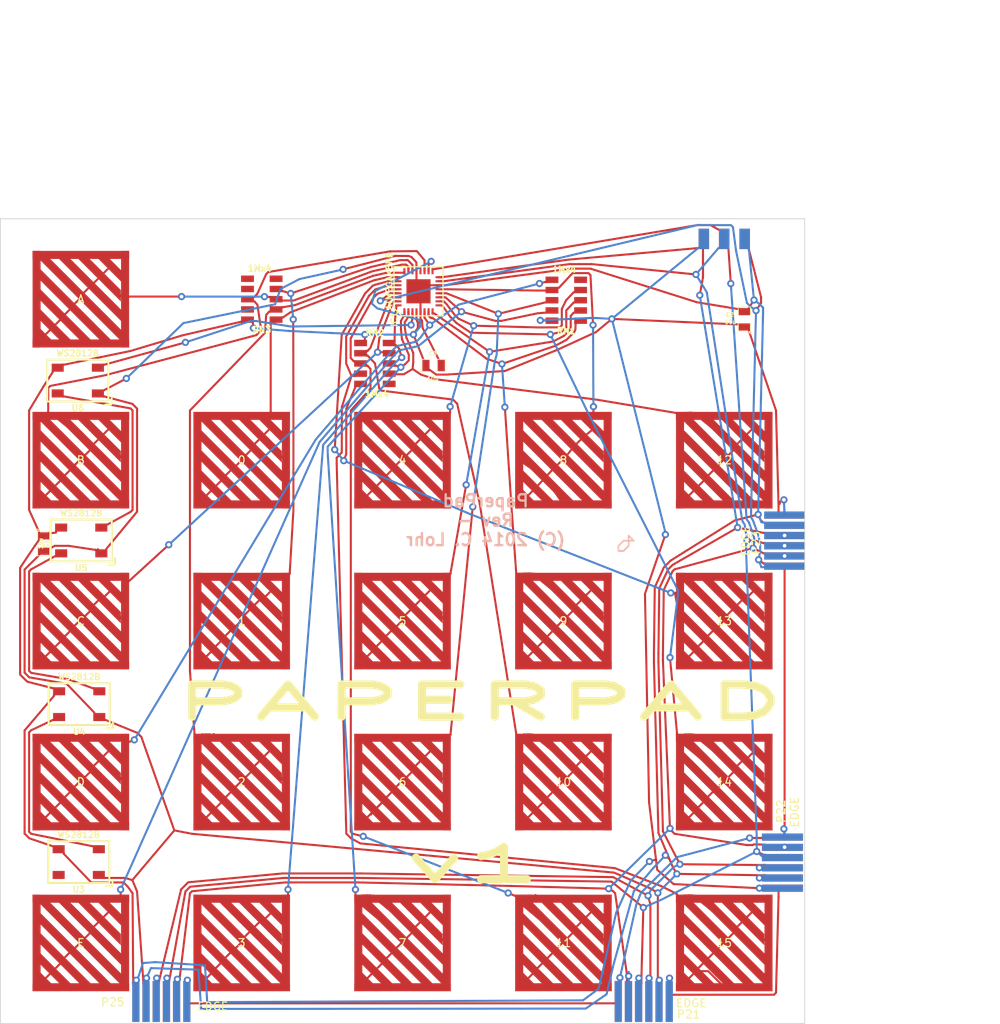
<source format=kicad_pcb>
(kicad_pcb (version 3) (host pcbnew "(2013-jul-07)-stable")

  (general
    (links 352)
    (no_connects 0)
    (area 38.276002 12.724 164.140686 141.723998)
    (thickness 1.6)
    (drawings 53)
    (tracks 1879)
    (zones 0)
    (modules 37)
    (nets 32)
  )

  (page User 177.8 177.8)
  (title_block 
    (title PaperPad)
    (rev -)
    (company "C. Lohr")
  )

  (layers
    (15 F.Cu signal)
    (0 B.Cu signal)
    (16 B.Adhes user)
    (17 F.Adhes user)
    (18 B.Paste user)
    (19 F.Paste user)
    (20 B.SilkS user)
    (21 F.SilkS user)
    (22 B.Mask user)
    (23 F.Mask user)
    (24 Dwgs.User user)
    (25 Cmts.User user)
    (26 Eco1.User user)
    (27 Eco2.User user)
    (28 Edge.Cuts user)
  )

  (setup
    (last_trace_width 0.254)
    (trace_clearance 0.2032)
    (zone_clearance 0.508)
    (zone_45_only no)
    (trace_min 0.254)
    (segment_width 0.2)
    (edge_width 0.1)
    (via_size 0.889)
    (via_drill 0.4572)
    (via_min_size 0.889)
    (via_min_drill 0.381)
    (uvia_size 0.381)
    (uvia_drill 0.127)
    (uvias_allowed no)
    (uvia_min_size 0.381)
    (uvia_min_drill 0.127)
    (pcb_text_width 0.3)
    (pcb_text_size 1.5 1.5)
    (mod_edge_width 0.15)
    (mod_text_size 1 1)
    (mod_text_width 0.15)
    (pad_size 1 5.5)
    (pad_drill 0)
    (pad_to_mask_clearance 0.0508)
    (pad_to_paste_clearance -0.0508)
    (aux_axis_origin 0 0)
    (visible_elements FFFFFFBF)
    (pcbplotparams
      (layerselection 284196865)
      (usegerberextensions false)
      (excludeedgelayer false)
      (linewidth 0.150000)
      (plotframeref false)
      (viasonmask false)
      (mode 1)
      (useauxorigin false)
      (hpglpennumber 1)
      (hpglpenspeed 20)
      (hpglpendiameter 15)
      (hpglpenoverlay 2)
      (psnegative false)
      (psa4output false)
      (plotreference true)
      (plotvalue true)
      (plotothertext true)
      (plotinvisibletext false)
      (padsonsilk false)
      (subtractmaskfromsilk false)
      (outputformat 2)
      (mirror false)
      (drillshape 0)
      (scaleselection 1)
      (outputdirectory PaperPad_Rev-_100mmx100mm_1_6mm_GREEN_ps))
  )

  (net 0 "")
  (net 1 +5V)
  (net 2 GND)
  (net 3 N-000001)
  (net 4 N-0000010)
  (net 5 N-0000011)
  (net 6 N-0000012)
  (net 7 N-0000013)
  (net 8 N-0000014)
  (net 9 N-0000016)
  (net 10 N-0000017)
  (net 11 N-0000018)
  (net 12 N-0000019)
  (net 13 N-000002)
  (net 14 N-0000020)
  (net 15 N-0000021)
  (net 16 N-0000022)
  (net 17 N-0000023)
  (net 18 N-0000024)
  (net 19 N-0000025)
  (net 20 N-000003)
  (net 21 N-0000031)
  (net 22 N-0000035)
  (net 23 N-0000036)
  (net 24 N-0000037)
  (net 25 N-0000038)
  (net 26 N-000004)
  (net 27 N-000005)
  (net 28 N-000006)
  (net 29 N-000007)
  (net 30 N-000008)
  (net 31 N-000009)

  (net_class Default "This is the default net class."
    (clearance 0.2032)
    (trace_width 0.254)
    (via_dia 0.889)
    (via_drill 0.4572)
    (uvia_dia 0.381)
    (uvia_drill 0.127)
    (add_net "")
    (add_net +5V)
    (add_net GND)
    (add_net N-000001)
    (add_net N-0000010)
    (add_net N-0000011)
    (add_net N-0000012)
    (add_net N-0000013)
    (add_net N-0000014)
    (add_net N-0000016)
    (add_net N-0000017)
    (add_net N-0000018)
    (add_net N-0000019)
    (add_net N-000002)
    (add_net N-0000020)
    (add_net N-0000021)
    (add_net N-0000022)
    (add_net N-0000023)
    (add_net N-0000024)
    (add_net N-0000025)
    (add_net N-000003)
    (add_net N-0000031)
    (add_net N-0000035)
    (add_net N-0000036)
    (add_net N-0000037)
    (add_net N-0000038)
    (add_net N-000004)
    (add_net N-000005)
    (add_net N-000006)
    (add_net N-000007)
    (add_net N-000008)
    (add_net N-000009)
  )

  (module WS2812B (layer F.Cu) (tedit 52B884F6) (tstamp 54790CFE)
    (at 49.7393 120.0458)
    (path /547932F8)
    (fp_text reference U3 (at 0 3.29946) (layer F.SilkS)
      (effects (font (size 0.762 0.762) (thickness 0.1524)))
    )
    (fp_text value WS2812B (at 0 -3.50012) (layer F.SilkS)
      (effects (font (size 0.762 0.762) (thickness 0.1524)))
    )
    (fp_line (start 4.09956 2.90068) (end 4.20116 2.79908) (layer F.SilkS) (width 0.254))
    (fp_line (start 4.20116 2.79908) (end 4.20116 2.10058) (layer F.SilkS) (width 0.254))
    (fp_line (start 3.40106 2.90068) (end 4.09956 2.90068) (layer F.SilkS) (width 0.254))
    (fp_line (start 3.79984 -2.70002) (end 3.79984 2.49936) (layer F.SilkS) (width 0.254))
    (fp_line (start 3.79984 2.49936) (end -3.79984 2.49936) (layer F.SilkS) (width 0.254))
    (fp_line (start -3.79984 2.49936) (end -3.79984 -2.70002) (layer F.SilkS) (width 0.254))
    (fp_line (start -3.79984 -2.70002) (end 3.79984 -2.70002) (layer F.SilkS) (width 0.254))
    (pad 1 smd rect (at -2.49936 -1.69926) (size 1.50114 1.00076)
      (layers F.Cu F.Paste F.Mask)
      (net 1 +5V)
    )
    (pad 2 smd rect (at -2.49936 1.50114) (size 1.50114 1.00076)
      (layers F.Cu F.Paste F.Mask)
    )
    (pad 3 smd rect (at 2.49936 1.50114) (size 1.50114 1.00076)
      (layers F.Cu F.Paste F.Mask)
      (net 2 GND)
    )
    (pad 4 smd rect (at 2.49936 -1.69926) (size 1.50114 1.00076)
      (layers F.Cu F.Paste F.Mask)
      (net 8 N-0000014)
    )
  )

  (module WS2812B (layer F.Cu) (tedit 52B884F6) (tstamp 54790D0D)
    (at 49.799 100.4224)
    (path /547932E0)
    (fp_text reference U4 (at 0 3.29946) (layer F.SilkS)
      (effects (font (size 0.762 0.762) (thickness 0.1524)))
    )
    (fp_text value WS2812B (at 0 -3.50012) (layer F.SilkS)
      (effects (font (size 0.762 0.762) (thickness 0.1524)))
    )
    (fp_line (start 4.09956 2.90068) (end 4.20116 2.79908) (layer F.SilkS) (width 0.254))
    (fp_line (start 4.20116 2.79908) (end 4.20116 2.10058) (layer F.SilkS) (width 0.254))
    (fp_line (start 3.40106 2.90068) (end 4.09956 2.90068) (layer F.SilkS) (width 0.254))
    (fp_line (start 3.79984 -2.70002) (end 3.79984 2.49936) (layer F.SilkS) (width 0.254))
    (fp_line (start 3.79984 2.49936) (end -3.79984 2.49936) (layer F.SilkS) (width 0.254))
    (fp_line (start -3.79984 2.49936) (end -3.79984 -2.70002) (layer F.SilkS) (width 0.254))
    (fp_line (start -3.79984 -2.70002) (end 3.79984 -2.70002) (layer F.SilkS) (width 0.254))
    (pad 1 smd rect (at -2.49936 -1.69926) (size 1.50114 1.00076)
      (layers F.Cu F.Paste F.Mask)
      (net 1 +5V)
    )
    (pad 2 smd rect (at -2.49936 1.50114) (size 1.50114 1.00076)
      (layers F.Cu F.Paste F.Mask)
      (net 8 N-0000014)
    )
    (pad 3 smd rect (at 2.49936 1.50114) (size 1.50114 1.00076)
      (layers F.Cu F.Paste F.Mask)
      (net 2 GND)
    )
    (pad 4 smd rect (at 2.49936 -1.69926) (size 1.50114 1.00076)
      (layers F.Cu F.Paste F.Mask)
      (net 7 N-0000013)
    )
  )

  (module WS2812B (layer F.Cu) (tedit 52B884F6) (tstamp 54790D1C)
    (at 50.0503 80.0795)
    (path /54793132)
    (fp_text reference U5 (at 0 3.29946) (layer F.SilkS)
      (effects (font (size 0.762 0.762) (thickness 0.1524)))
    )
    (fp_text value WS2812B (at 0 -3.50012) (layer F.SilkS)
      (effects (font (size 0.762 0.762) (thickness 0.1524)))
    )
    (fp_line (start 4.09956 2.90068) (end 4.20116 2.79908) (layer F.SilkS) (width 0.254))
    (fp_line (start 4.20116 2.79908) (end 4.20116 2.10058) (layer F.SilkS) (width 0.254))
    (fp_line (start 3.40106 2.90068) (end 4.09956 2.90068) (layer F.SilkS) (width 0.254))
    (fp_line (start 3.79984 -2.70002) (end 3.79984 2.49936) (layer F.SilkS) (width 0.254))
    (fp_line (start 3.79984 2.49936) (end -3.79984 2.49936) (layer F.SilkS) (width 0.254))
    (fp_line (start -3.79984 2.49936) (end -3.79984 -2.70002) (layer F.SilkS) (width 0.254))
    (fp_line (start -3.79984 -2.70002) (end 3.79984 -2.70002) (layer F.SilkS) (width 0.254))
    (pad 1 smd rect (at -2.49936 -1.69926) (size 1.50114 1.00076)
      (layers F.Cu F.Paste F.Mask)
      (net 1 +5V)
    )
    (pad 2 smd rect (at -2.49936 1.50114) (size 1.50114 1.00076)
      (layers F.Cu F.Paste F.Mask)
      (net 7 N-0000013)
    )
    (pad 3 smd rect (at 2.49936 1.50114) (size 1.50114 1.00076)
      (layers F.Cu F.Paste F.Mask)
      (net 2 GND)
    )
    (pad 4 smd rect (at 2.49936 -1.69926) (size 1.50114 1.00076)
      (layers F.Cu F.Paste F.Mask)
      (net 17 N-0000023)
    )
  )

  (module WS2812B (layer F.Cu) (tedit 52B884F6) (tstamp 54790D2B)
    (at 49.6242 60.2101)
    (path /5479279C)
    (fp_text reference U6 (at 0 3.29946) (layer F.SilkS)
      (effects (font (size 0.762 0.762) (thickness 0.1524)))
    )
    (fp_text value WS2812B (at 0 -3.50012) (layer F.SilkS)
      (effects (font (size 0.762 0.762) (thickness 0.1524)))
    )
    (fp_line (start 4.09956 2.90068) (end 4.20116 2.79908) (layer F.SilkS) (width 0.254))
    (fp_line (start 4.20116 2.79908) (end 4.20116 2.10058) (layer F.SilkS) (width 0.254))
    (fp_line (start 3.40106 2.90068) (end 4.09956 2.90068) (layer F.SilkS) (width 0.254))
    (fp_line (start 3.79984 -2.70002) (end 3.79984 2.49936) (layer F.SilkS) (width 0.254))
    (fp_line (start 3.79984 2.49936) (end -3.79984 2.49936) (layer F.SilkS) (width 0.254))
    (fp_line (start -3.79984 2.49936) (end -3.79984 -2.70002) (layer F.SilkS) (width 0.254))
    (fp_line (start -3.79984 -2.70002) (end 3.79984 -2.70002) (layer F.SilkS) (width 0.254))
    (pad 1 smd rect (at -2.49936 -1.69926) (size 1.50114 1.00076)
      (layers F.Cu F.Paste F.Mask)
      (net 1 +5V)
    )
    (pad 2 smd rect (at -2.49936 1.50114) (size 1.50114 1.00076)
      (layers F.Cu F.Paste F.Mask)
      (net 17 N-0000023)
    )
    (pad 3 smd rect (at 2.49936 1.50114) (size 1.50114 1.00076)
      (layers F.Cu F.Paste F.Mask)
      (net 2 GND)
    )
    (pad 4 smd rect (at 2.49936 -1.69926) (size 1.50114 1.00076)
      (layers F.Cu F.Paste F.Mask)
      (net 18 N-0000024)
    )
  )

  (module SM0805 (layer F.Cu) (tedit 5091495C) (tstamp 54790D42)
    (at 45.3758 80.3679 270)
    (path /54793652)
    (attr smd)
    (fp_text reference C1 (at 0 -0.3175 270) (layer F.SilkS)
      (effects (font (size 0.50038 0.50038) (thickness 0.10922)))
    )
    (fp_text value 10u (at 0 0.381 270) (layer F.SilkS)
      (effects (font (size 0.50038 0.50038) (thickness 0.10922)))
    )
    (fp_circle (center -1.651 0.762) (end -1.651 0.635) (layer F.SilkS) (width 0.09906))
    (fp_line (start -0.508 0.762) (end -1.524 0.762) (layer F.SilkS) (width 0.09906))
    (fp_line (start -1.524 0.762) (end -1.524 -0.762) (layer F.SilkS) (width 0.09906))
    (fp_line (start -1.524 -0.762) (end -0.508 -0.762) (layer F.SilkS) (width 0.09906))
    (fp_line (start 0.508 -0.762) (end 1.524 -0.762) (layer F.SilkS) (width 0.09906))
    (fp_line (start 1.524 -0.762) (end 1.524 0.762) (layer F.SilkS) (width 0.09906))
    (fp_line (start 1.524 0.762) (end 0.508 0.762) (layer F.SilkS) (width 0.09906))
    (pad 1 smd rect (at -0.9525 0 270) (size 0.889 1.397)
      (layers F.Cu F.Paste F.Mask)
      (net 1 +5V)
    )
    (pad 2 smd rect (at 0.9525 0 270) (size 0.889 1.397)
      (layers F.Cu F.Paste F.Mask)
      (net 2 GND)
    )
    (model smd/chip_cms.wrl
      (at (xyz 0 0 0))
      (scale (xyz 0.1 0.1 0.1))
      (rotate (xyz 0 0 0))
    )
  )

  (module SM0805 (layer F.Cu) (tedit 547C0197) (tstamp 54790D4F)
    (at 93.8625 58.2376)
    (path /5479367F)
    (attr smd)
    (fp_text reference C3 (at -0.09078 -1.50162) (layer F.SilkS)
      (effects (font (size 0.50038 0.50038) (thickness 0.10922)))
    )
    (fp_text value 10u (at -0.09078 1.62766) (layer F.SilkS)
      (effects (font (size 0.50038 0.50038) (thickness 0.10922)))
    )
    (fp_circle (center -1.651 0.762) (end -1.651 0.635) (layer F.SilkS) (width 0.09906))
    (fp_line (start -0.508 0.762) (end -1.524 0.762) (layer F.SilkS) (width 0.09906))
    (fp_line (start -1.524 0.762) (end -1.524 -0.762) (layer F.SilkS) (width 0.09906))
    (fp_line (start -1.524 -0.762) (end -0.508 -0.762) (layer F.SilkS) (width 0.09906))
    (fp_line (start 0.508 -0.762) (end 1.524 -0.762) (layer F.SilkS) (width 0.09906))
    (fp_line (start 1.524 -0.762) (end 1.524 0.762) (layer F.SilkS) (width 0.09906))
    (fp_line (start 1.524 0.762) (end 0.508 0.762) (layer F.SilkS) (width 0.09906))
    (pad 1 smd rect (at -0.9525 0) (size 0.889 1.397)
      (layers F.Cu F.Paste F.Mask)
      (net 1 +5V)
    )
    (pad 2 smd rect (at 0.9525 0) (size 0.889 1.397)
      (layers F.Cu F.Paste F.Mask)
      (net 2 GND)
    )
    (model smd/chip_cms.wrl
      (at (xyz 0 0 0))
      (scale (xyz 0.1 0.1 0.1))
      (rotate (xyz 0 0 0))
    )
  )

  (module SM0805 (layer F.Cu) (tedit 547C001F) (tstamp 54790D5C)
    (at 132.5 52.5 90)
    (path /54793691)
    (attr smd)
    (fp_text reference C2 (at 0.57224 -1.78652 180) (layer F.SilkS)
      (effects (font (size 0.50038 0.50038) (thickness 0.10922)))
    )
    (fp_text value 10u (at -0.32946 -1.7281 180) (layer F.SilkS)
      (effects (font (size 0.50038 0.50038) (thickness 0.10922)))
    )
    (fp_circle (center -1.651 0.762) (end -1.651 0.635) (layer F.SilkS) (width 0.09906))
    (fp_line (start -0.508 0.762) (end -1.524 0.762) (layer F.SilkS) (width 0.09906))
    (fp_line (start -1.524 0.762) (end -1.524 -0.762) (layer F.SilkS) (width 0.09906))
    (fp_line (start -1.524 -0.762) (end -0.508 -0.762) (layer F.SilkS) (width 0.09906))
    (fp_line (start 0.508 -0.762) (end 1.524 -0.762) (layer F.SilkS) (width 0.09906))
    (fp_line (start 1.524 -0.762) (end 1.524 0.762) (layer F.SilkS) (width 0.09906))
    (fp_line (start 1.524 0.762) (end 0.508 0.762) (layer F.SilkS) (width 0.09906))
    (pad 1 smd rect (at -0.9525 0 90) (size 0.889 1.397)
      (layers F.Cu F.Paste F.Mask)
      (net 1 +5V)
    )
    (pad 2 smd rect (at 0.9525 0 90) (size 0.889 1.397)
      (layers F.Cu F.Paste F.Mask)
      (net 2 GND)
    )
    (model smd/chip_cms.wrl
      (at (xyz 0 0 0))
      (scale (xyz 0.1 0.1 0.1))
      (rotate (xyz 0 0 0))
    )
  )

  (module QFN32 (layer F.Cu) (tedit 547BFD91) (tstamp 54790D87)
    (at 91.9834 49.0168 90)
    (descr "Support CMS Plcc 32 pins")
    (tags "CMS Plcc")
    (path /54792073)
    (attr smd)
    (fp_text reference IC1 (at -3.4832 -3.0234 90) (layer F.SilkS)
      (effects (font (size 0.762 0.762) (thickness 0.1524)))
    )
    (fp_text value ATMEGAX8PB (at 1.2768 -3.6334 90) (layer F.SilkS)
      (effects (font (size 0.762 0.762) (thickness 0.1524)))
    )
    (fp_line (start -2.0955 -3.048) (end 2.0955 -3.048) (layer F.SilkS) (width 0.1524))
    (fp_line (start 2.0955 -3.048) (end 3.048 -3.048) (layer F.SilkS) (width 0.1524))
    (fp_line (start 3.048 -3.048) (end 3.048 3.048) (layer F.SilkS) (width 0.1524))
    (fp_line (start 3.048 3.048) (end -3.048 3.048) (layer F.SilkS) (width 0.1524))
    (fp_line (start -3.048 3.048) (end -3.048 -2.0955) (layer F.SilkS) (width 0.1524))
    (fp_line (start -3.048 -2.0955) (end -2.0955 -3.048) (layer F.SilkS) (width 0.1524))
    (pad 31 smd rect (at -1.24968 -2.49936 90) (size 0.254 0.762)
      (layers F.Cu F.Paste F.Mask)
      (net 5 N-0000011)
    )
    (pad 30 smd rect (at -0.7493 -2.49936 90) (size 0.254 0.762)
      (layers F.Cu F.Paste F.Mask)
      (net 20 N-000003)
    )
    (pad 29 smd rect (at -0.24892 -2.49936 90) (size 0.254 0.762)
      (layers F.Cu F.Paste F.Mask)
      (net 25 N-0000038)
    )
    (pad 32 smd rect (at -1.75006 -2.49936 90) (size 0.254 0.762)
      (layers F.Cu F.Paste F.Mask)
      (net 4 N-0000010)
    )
    (pad 1 smd rect (at -2.49936 -1.75006 180) (size 0.254 0.762)
      (layers F.Cu F.Paste F.Mask)
      (net 23 N-0000036)
    )
    (pad 2 smd rect (at -2.49936 -1.24968 180) (size 0.254 0.762)
      (layers F.Cu F.Paste F.Mask)
      (net 24 N-0000037)
    )
    (pad 3 smd rect (at -2.49936 -0.7493 180) (size 0.254 0.762)
      (layers F.Cu F.Paste F.Mask)
      (net 18 N-0000024)
    )
    (pad 4 smd rect (at -2.49936 -0.24892 180) (size 0.254 0.762)
      (layers F.Cu F.Paste F.Mask)
      (net 1 +5V)
    )
    (pad 5 smd rect (at -2.49936 0.24892 180) (size 0.254 0.762)
      (layers F.Cu F.Paste F.Mask)
      (net 2 GND)
    )
    (pad 6 smd rect (at -2.49936 0.7493 180) (size 0.254 0.762)
      (layers F.Cu F.Paste F.Mask)
      (net 10 N-0000017)
    )
    (pad 7 smd rect (at -2.49936 1.24968 180) (size 0.254 0.762)
      (layers F.Cu F.Paste F.Mask)
      (net 14 N-0000020)
    )
    (pad 8 smd rect (at -2.49936 1.75006 180) (size 0.254 0.762)
      (layers F.Cu F.Paste F.Mask)
      (net 12 N-0000019)
    )
    (pad 16 smd rect (at 1.75006 2.49936 90) (size 0.254 0.762)
      (layers F.Cu F.Paste F.Mask)
      (net 6 N-0000012)
    )
    (pad 9 smd rect (at -1.75006 2.49936 90) (size 0.254 0.762)
      (layers F.Cu F.Paste F.Mask)
      (net 31 N-000009)
    )
    (pad 10 smd rect (at -1.24968 2.49936 90) (size 0.254 0.762)
      (layers F.Cu F.Paste F.Mask)
      (net 30 N-000008)
    )
    (pad 11 smd rect (at -0.7493 2.49936 90) (size 0.254 0.762)
      (layers F.Cu F.Paste F.Mask)
      (net 9 N-0000016)
    )
    (pad 12 smd rect (at -0.24892 2.49936 90) (size 0.254 0.762)
      (layers F.Cu F.Paste F.Mask)
      (net 29 N-000007)
    )
    (pad 13 smd rect (at 0.24892 2.49936 90) (size 0.254 0.762)
      (layers F.Cu F.Paste F.Mask)
      (net 11 N-0000018)
    )
    (pad 14 smd rect (at 0.7493 2.49936 90) (size 0.254 0.762)
      (layers F.Cu F.Paste F.Mask)
      (net 2 GND)
    )
    (pad 15 smd rect (at 1.24968 2.49936 90) (size 0.254 0.762)
      (layers F.Cu F.Paste F.Mask)
      (net 21 N-0000031)
    )
    (pad 17 smd rect (at 2.49936 1.75006 180) (size 0.254 0.762)
      (layers F.Cu F.Paste F.Mask)
      (net 22 N-0000035)
    )
    (pad 18 smd rect (at 2.49936 1.24968 180) (size 0.254 0.762)
      (layers F.Cu F.Paste F.Mask)
      (net 1 +5V)
    )
    (pad 19 smd rect (at 2.49936 0.7493 180) (size 0.254 0.762)
      (layers F.Cu F.Paste F.Mask)
      (net 19 N-0000025)
    )
    (pad 20 smd rect (at 2.49936 0.24892 180) (size 0.254 0.762)
      (layers F.Cu F.Paste F.Mask)
    )
    (pad 21 smd rect (at 2.49936 -0.24892 180) (size 0.254 0.762)
      (layers F.Cu F.Paste F.Mask)
      (net 2 GND)
    )
    (pad 22 smd rect (at 2.49936 -0.7493 180) (size 0.254 0.762)
      (layers F.Cu F.Paste F.Mask)
      (net 15 N-0000021)
    )
    (pad 23 smd rect (at 2.49936 -1.24968 180) (size 0.254 0.762)
      (layers F.Cu F.Paste F.Mask)
      (net 16 N-0000022)
    )
    (pad 24 smd rect (at 2.49936 -1.75006 180) (size 0.254 0.762)
      (layers F.Cu F.Paste F.Mask)
      (net 27 N-000005)
    )
    (pad 25 smd rect (at 1.75006 -2.49936 90) (size 0.254 0.762)
      (layers F.Cu F.Paste F.Mask)
      (net 28 N-000006)
    )
    (pad 26 smd rect (at 1.24968 -2.49936 90) (size 0.254 0.762)
      (layers F.Cu F.Paste F.Mask)
      (net 26 N-000004)
    )
    (pad 27 smd rect (at 0.7493 -2.49936 90) (size 0.254 0.762)
      (layers F.Cu F.Paste F.Mask)
      (net 3 N-000001)
    )
    (pad 28 smd rect (at 0.24892 -2.49936 90) (size 0.254 0.762)
      (layers F.Cu F.Paste F.Mask)
      (net 13 N-000002)
    )
    (pad 33 smd rect (at 0 0 90) (size 2.99974 2.99974)
      (layers F.Cu F.Paste F.Mask)
      (net 2 GND)
    )
  )

  (module EXB-A (layer F.Cu) (tedit 52D0B57E) (tstamp 54790D95)
    (at 72.5 50 180)
    (path /547911E1)
    (fp_text reference RN3 (at 0 -3.81 180) (layer F.SilkS)
      (effects (font (size 0.762 0.762) (thickness 0.1905)))
    )
    (fp_text value 1Mx4 (at 0.254 3.81 180) (layer F.SilkS)
      (effects (font (size 0.762 0.762) (thickness 0.1905)))
    )
    (pad 1 smd rect (at -1.778 -2.54 270) (size 0.8001 1.6002)
      (layers F.Cu F.Paste F.Mask)
      (net 28 N-000006)
    )
    (pad 2 smd rect (at -1.778 -1.27 270) (size 0.8001 1.6002)
      (layers F.Cu F.Paste F.Mask)
      (net 27 N-000005)
    )
    (pad 3 smd rect (at -1.778 0 270) (size 0.8001 1.6002)
      (layers F.Cu F.Paste F.Mask)
      (net 16 N-0000022)
    )
    (pad 4 smd rect (at -1.778 1.27 270) (size 0.8001 1.6002)
      (layers F.Cu F.Paste F.Mask)
      (net 15 N-0000021)
    )
    (pad 5 smd rect (at -1.778 2.54 270) (size 0.8001 1.6002)
      (layers F.Cu F.Paste F.Mask)
    )
    (pad 6 smd rect (at 1.778 2.54 270) (size 0.8001 1.6002)
      (layers F.Cu F.Paste F.Mask)
    )
    (pad 7 smd rect (at 1.778 1.27 270) (size 0.8001 1.6002)
      (layers F.Cu F.Paste F.Mask)
    )
    (pad 8 smd rect (at 1.778 0 270) (size 0.8001 1.6002)
      (layers F.Cu F.Paste F.Mask)
      (net 19 N-0000025)
    )
    (pad 9 smd rect (at 1.778 -1.27 270) (size 0.8001 1.6002)
      (layers F.Cu F.Paste F.Mask)
    )
    (pad 10 smd rect (at 1.778 -2.54 270) (size 0.8001 1.6002)
      (layers F.Cu F.Paste F.Mask)
      (net 1 +5V)
    )
  )

  (module EXB-A (layer F.Cu) (tedit 52D0B57E) (tstamp 54790DA3)
    (at 110.3569 50.1297 180)
    (path /54791531)
    (fp_text reference RN1 (at 0 -3.81 180) (layer F.SilkS)
      (effects (font (size 0.762 0.762) (thickness 0.1905)))
    )
    (fp_text value 1Mx4 (at 0.254 3.81 180) (layer F.SilkS)
      (effects (font (size 0.762 0.762) (thickness 0.1905)))
    )
    (pad 1 smd rect (at -1.778 -2.54 270) (size 0.8001 1.6002)
      (layers F.Cu F.Paste F.Mask)
      (net 14 N-0000020)
    )
    (pad 2 smd rect (at -1.778 -1.27 270) (size 0.8001 1.6002)
      (layers F.Cu F.Paste F.Mask)
      (net 12 N-0000019)
    )
    (pad 3 smd rect (at -1.778 0 270) (size 0.8001 1.6002)
      (layers F.Cu F.Paste F.Mask)
      (net 31 N-000009)
    )
    (pad 4 smd rect (at -1.778 1.27 270) (size 0.8001 1.6002)
      (layers F.Cu F.Paste F.Mask)
      (net 30 N-000008)
    )
    (pad 5 smd rect (at -1.778 2.54 270) (size 0.8001 1.6002)
      (layers F.Cu F.Paste F.Mask)
    )
    (pad 6 smd rect (at 1.778 2.54 270) (size 0.8001 1.6002)
      (layers F.Cu F.Paste F.Mask)
      (net 10 N-0000017)
    )
    (pad 7 smd rect (at 1.778 1.27 270) (size 0.8001 1.6002)
      (layers F.Cu F.Paste F.Mask)
      (net 11 N-0000018)
    )
    (pad 8 smd rect (at 1.778 0 270) (size 0.8001 1.6002)
      (layers F.Cu F.Paste F.Mask)
      (net 29 N-000007)
    )
    (pad 9 smd rect (at 1.778 -1.27 270) (size 0.8001 1.6002)
      (layers F.Cu F.Paste F.Mask)
      (net 9 N-0000016)
    )
    (pad 10 smd rect (at 1.778 -2.54 270) (size 0.8001 1.6002)
      (layers F.Cu F.Paste F.Mask)
      (net 1 +5V)
    )
  )

  (module EXB-A (layer F.Cu) (tedit 52D0B57E) (tstamp 54790DB1)
    (at 86.5607 57.9854)
    (path /54790191)
    (fp_text reference RN2 (at 0 -3.81) (layer F.SilkS)
      (effects (font (size 0.762 0.762) (thickness 0.1905)))
    )
    (fp_text value 1Mx4 (at 0.254 3.81) (layer F.SilkS)
      (effects (font (size 0.762 0.762) (thickness 0.1905)))
    )
    (pad 1 smd rect (at -1.778 -2.54 90) (size 0.8001 1.6002)
      (layers F.Cu F.Paste F.Mask)
      (net 1 +5V)
    )
    (pad 2 smd rect (at -1.778 -1.27 90) (size 0.8001 1.6002)
      (layers F.Cu F.Paste F.Mask)
      (net 20 N-000003)
    )
    (pad 3 smd rect (at -1.778 0 90) (size 0.8001 1.6002)
      (layers F.Cu F.Paste F.Mask)
      (net 13 N-000002)
    )
    (pad 4 smd rect (at -1.778 1.27 90) (size 0.8001 1.6002)
      (layers F.Cu F.Paste F.Mask)
      (net 3 N-000001)
    )
    (pad 5 smd rect (at -1.778 2.54 90) (size 0.8001 1.6002)
      (layers F.Cu F.Paste F.Mask)
      (net 26 N-000004)
    )
    (pad 6 smd rect (at 1.778 2.54 90) (size 0.8001 1.6002)
      (layers F.Cu F.Paste F.Mask)
    )
    (pad 7 smd rect (at 1.778 1.27 90) (size 0.8001 1.6002)
      (layers F.Cu F.Paste F.Mask)
      (net 24 N-0000037)
    )
    (pad 8 smd rect (at 1.778 0 90) (size 0.8001 1.6002)
      (layers F.Cu F.Paste F.Mask)
      (net 23 N-0000036)
    )
    (pad 9 smd rect (at 1.778 -1.27 90) (size 0.8001 1.6002)
      (layers F.Cu F.Paste F.Mask)
      (net 5 N-0000011)
    )
    (pad 10 smd rect (at 1.778 -2.54 90) (size 0.8001 1.6002)
      (layers F.Cu F.Paste F.Mask)
      (net 4 N-0000010)
    )
  )

  (module SMTEDGE6 (layer F.Cu) (tedit 545BDC02) (tstamp 54790DC8)
    (at 130 42.5)
    (path /54793CDF)
    (fp_text reference J2 (at 0 2.54) (layer F.SilkS) hide
      (effects (font (size 1 1) (thickness 0.15)))
    )
    (fp_text value AVRISP6 (at 0 2.54) (layer F.SilkS) hide
      (effects (font (size 1 1) (thickness 0.15)))
    )
    (pad 1 smd rect (at -2.54 0) (size 1.3 2.54)
      (layers F.Cu F.Paste F.Mask)
      (net 6 N-0000012)
    )
    (pad 3 smd rect (at 0 0) (size 1.3 2.54)
      (layers F.Cu F.Paste F.Mask)
      (net 22 N-0000035)
    )
    (pad 5 smd rect (at 2.54 0) (size 1.3 2.54)
      (layers F.Cu F.Paste F.Mask)
      (net 25 N-0000038)
    )
    (pad 2 smd rect (at -2.54 0) (size 1.3 2.54)
      (layers B.Cu B.Paste B.Mask)
      (net 1 +5V)
    )
    (pad 4 smd rect (at 0 0) (size 1.3 2.54)
      (layers B.Cu B.Paste B.Mask)
      (net 21 N-0000031)
    )
    (pad 6 smd rect (at 2.54 0) (size 1.3 2.54)
      (layers B.Cu B.Paste B.Mask)
      (net 2 GND)
    )
  )

  (module EDGELP6 (layer F.Cu) (tedit 547AD78E) (tstamp 54790DEA)
    (at 137.5 80)
    (path /5479093B)
    (fp_text reference P23 (at -3.556 0.254 90) (layer F.SilkS)
      (effects (font (size 1 1) (thickness 0.15)))
    )
    (fp_text value EDGE (at -4.826 0 90) (layer F.SilkS)
      (effects (font (size 1 1) (thickness 0.15)))
    )
    (pad 1 smd rect (at 0 -3.175) (size 5.08 0.889)
      (layers F.Cu F.Paste F.Mask)
      (net 1 +5V)
    )
    (pad 2 smd rect (at 0 -1.905) (size 5.08 0.889)
      (layers F.Cu F.Paste F.Mask)
      (net 2 GND)
    )
    (pad 3 smd rect (at 0 -0.635) (size 5.08 0.889)
      (layers F.Cu F.Paste F.Mask)
      (net 6 N-0000012)
    )
    (pad 4 smd rect (at 0 0.635) (size 5.08 0.889)
      (layers F.Cu F.Paste F.Mask)
      (net 21 N-0000031)
    )
    (pad 5 smd rect (at 0 1.905) (size 5.08 0.889)
      (layers F.Cu F.Paste F.Mask)
      (net 22 N-0000035)
    )
    (pad 6 smd rect (at 0 3.175) (size 5.08 0.889)
      (layers F.Cu F.Paste F.Mask)
      (net 25 N-0000038)
    )
    (pad 1 smd rect (at 0 -3.175) (size 5.08 0.889)
      (layers B.Cu B.Paste B.Mask)
      (net 1 +5V)
    )
    (pad 2 smd rect (at 0 -1.905) (size 5.08 0.889)
      (layers B.Cu B.Paste B.Mask)
      (net 2 GND)
    )
    (pad 3 smd rect (at 0 -0.635) (size 5.08 0.889)
      (layers B.Cu B.Paste B.Mask)
      (net 6 N-0000012)
    )
    (pad 4 smd rect (at 0 0.635) (size 5.08 0.889)
      (layers B.Cu B.Paste B.Mask)
      (net 21 N-0000031)
    )
    (pad 5 smd rect (at 0 1.905) (size 5.08 0.889)
      (layers B.Cu B.Paste B.Mask)
      (net 22 N-0000035)
    )
    (pad 6 smd rect (at 0 3.175) (size 5.08 0.889)
      (layers B.Cu B.Paste B.Mask)
      (net 25 N-0000038)
    )
  )

  (module EDGELP6 (layer F.Cu) (tedit 547C003F) (tstamp 54790DF4)
    (at 137.2362 120.015 180)
    (path /5479070D)
    (fp_text reference P22 (at 0.1778 6.3754 270) (layer F.SilkS)
      (effects (font (size 1 1) (thickness 0.15)))
    )
    (fp_text value EDGE (at -1.524 6.2738 270) (layer F.SilkS)
      (effects (font (size 1 1) (thickness 0.15)))
    )
    (pad 1 smd rect (at 0 -3.175 180) (size 5.08 0.889)
      (layers F.Cu F.Paste F.Mask)
      (net 1 +5V)
    )
    (pad 2 smd rect (at 0 -1.905 180) (size 5.08 0.889)
      (layers F.Cu F.Paste F.Mask)
      (net 2 GND)
    )
    (pad 3 smd rect (at 0 -0.635 180) (size 5.08 0.889)
      (layers F.Cu F.Paste F.Mask)
      (net 6 N-0000012)
    )
    (pad 4 smd rect (at 0 0.635 180) (size 5.08 0.889)
      (layers F.Cu F.Paste F.Mask)
      (net 21 N-0000031)
    )
    (pad 5 smd rect (at 0 1.905 180) (size 5.08 0.889)
      (layers F.Cu F.Paste F.Mask)
      (net 22 N-0000035)
    )
    (pad 6 smd rect (at 0 3.175 180) (size 5.08 0.889)
      (layers F.Cu F.Paste F.Mask)
      (net 25 N-0000038)
    )
    (pad 1 smd rect (at 0 -3.175 180) (size 5.08 0.889)
      (layers B.Cu B.Paste B.Mask)
      (net 1 +5V)
    )
    (pad 2 smd rect (at 0 -1.905 180) (size 5.08 0.889)
      (layers B.Cu B.Paste B.Mask)
      (net 2 GND)
    )
    (pad 3 smd rect (at 0 -0.635 180) (size 5.08 0.889)
      (layers B.Cu B.Paste B.Mask)
      (net 6 N-0000012)
    )
    (pad 4 smd rect (at 0 0.635 180) (size 5.08 0.889)
      (layers B.Cu B.Paste B.Mask)
      (net 21 N-0000031)
    )
    (pad 5 smd rect (at 0 1.905 180) (size 5.08 0.889)
      (layers B.Cu B.Paste B.Mask)
      (net 22 N-0000035)
    )
    (pad 6 smd rect (at 0 3.175 180) (size 5.08 0.889)
      (layers B.Cu B.Paste B.Mask)
      (net 25 N-0000038)
    )
  )

  (module EDGELP6 (layer F.Cu) (tedit 547C0032) (tstamp 54790DFE)
    (at 119.9896 137.2616 270)
    (path /547906AA)
    (fp_text reference P21 (at 1.6002 -5.57276 360) (layer F.SilkS)
      (effects (font (size 1 1) (thickness 0.15)))
    )
    (fp_text value EDGE (at 0.2032 -5.90804 360) (layer F.SilkS)
      (effects (font (size 1 1) (thickness 0.15)))
    )
    (pad 1 smd rect (at 0 -3.175 270) (size 5.08 0.889)
      (layers F.Cu F.Paste F.Mask)
      (net 1 +5V)
    )
    (pad 2 smd rect (at 0 -1.905 270) (size 5.08 0.889)
      (layers F.Cu F.Paste F.Mask)
      (net 2 GND)
    )
    (pad 3 smd rect (at 0 -0.635 270) (size 5.08 0.889)
      (layers F.Cu F.Paste F.Mask)
      (net 6 N-0000012)
    )
    (pad 4 smd rect (at 0 0.635 270) (size 5.08 0.889)
      (layers F.Cu F.Paste F.Mask)
      (net 21 N-0000031)
    )
    (pad 5 smd rect (at 0 1.905 270) (size 5.08 0.889)
      (layers F.Cu F.Paste F.Mask)
      (net 22 N-0000035)
    )
    (pad 6 smd rect (at 0 3.175 270) (size 5.08 0.889)
      (layers F.Cu F.Paste F.Mask)
      (net 25 N-0000038)
    )
    (pad 1 smd rect (at 0 -3.175 270) (size 5.08 0.889)
      (layers B.Cu B.Paste B.Mask)
      (net 1 +5V)
    )
    (pad 2 smd rect (at 0 -1.905 270) (size 5.08 0.889)
      (layers B.Cu B.Paste B.Mask)
      (net 2 GND)
    )
    (pad 3 smd rect (at 0 -0.635 270) (size 5.08 0.889)
      (layers B.Cu B.Paste B.Mask)
      (net 6 N-0000012)
    )
    (pad 4 smd rect (at 0 0.635 270) (size 5.08 0.889)
      (layers B.Cu B.Paste B.Mask)
      (net 21 N-0000031)
    )
    (pad 5 smd rect (at 0 1.905 270) (size 5.08 0.889)
      (layers B.Cu B.Paste B.Mask)
      (net 22 N-0000035)
    )
    (pad 6 smd rect (at 0 3.175 270) (size 5.08 0.889)
      (layers B.Cu B.Paste B.Mask)
      (net 25 N-0000038)
    )
  )

  (module EDGELP6 (layer F.Cu) (tedit 547C002B) (tstamp 54790E08)
    (at 60.01004 137.2616 90)
    (path /547927BB)
    (fp_text reference P25 (at -0.0889 -6.04774 180) (layer F.SilkS)
      (effects (font (size 1 1) (thickness 0.15)))
    )
    (fp_text value EDGE (at -0.6223 6.39826 180) (layer F.SilkS)
      (effects (font (size 1 1) (thickness 0.15)))
    )
    (pad 1 smd rect (at 0 -3.175 90) (size 5.08 0.889)
      (layers F.Cu F.Paste F.Mask)
      (net 1 +5V)
    )
    (pad 2 smd rect (at 0 -1.905 90) (size 5.08 0.889)
      (layers F.Cu F.Paste F.Mask)
      (net 2 GND)
    )
    (pad 3 smd rect (at 0 -0.635 90) (size 5.08 0.889)
      (layers F.Cu F.Paste F.Mask)
      (net 6 N-0000012)
    )
    (pad 4 smd rect (at 0 0.635 90) (size 5.08 0.889)
      (layers F.Cu F.Paste F.Mask)
      (net 21 N-0000031)
    )
    (pad 5 smd rect (at 0 1.905 90) (size 5.08 0.889)
      (layers F.Cu F.Paste F.Mask)
      (net 22 N-0000035)
    )
    (pad 6 smd rect (at 0 3.175 90) (size 5.08 0.889)
      (layers F.Cu F.Paste F.Mask)
      (net 25 N-0000038)
    )
    (pad 1 smd rect (at 0 -3.175 90) (size 5.08 0.889)
      (layers B.Cu B.Paste B.Mask)
      (net 1 +5V)
    )
    (pad 2 smd rect (at 0 -1.905 90) (size 5.08 0.889)
      (layers B.Cu B.Paste B.Mask)
      (net 2 GND)
    )
    (pad 3 smd rect (at 0 -0.635 90) (size 5.08 0.889)
      (layers B.Cu B.Paste B.Mask)
      (net 6 N-0000012)
    )
    (pad 4 smd rect (at 0 0.635 90) (size 5.08 0.889)
      (layers B.Cu B.Paste B.Mask)
      (net 21 N-0000031)
    )
    (pad 5 smd rect (at 0 1.905 90) (size 5.08 0.889)
      (layers B.Cu B.Paste B.Mask)
      (net 22 N-0000035)
    )
    (pad 6 smd rect (at 0 3.175 90) (size 5.08 0.889)
      (layers B.Cu B.Paste B.Mask)
      (net 25 N-0000038)
    )
  )

  (module TOUCHPAD1212 (layer F.Cu) (tedit 547BFC5D) (tstamp 54791208)
    (at 70 70)
    (path /54791B44)
    (fp_text reference P17 (at 0 -7) (layer F.SilkS) hide
      (effects (font (size 1 1) (thickness 0.15)))
    )
    (fp_text value 0 (at 0 0) (layer F.SilkS)
      (effects (font (size 1 1) (thickness 0.15)))
    )
    (pad 1 smd rect (at 0 -5.5) (size 12 1)
      (layers F.Cu)
      (net 28 N-000006)
    )
    (pad 1 smd rect (at -5.5 0) (size 1 12)
      (layers F.Cu)
      (net 28 N-000006)
    )
    (pad 1 smd rect (at 5.5 0) (size 1 12)
      (layers F.Cu)
      (net 28 N-000006)
    )
    (pad 1 smd rect (at 0 5.5 90) (size 1 12)
      (layers F.Cu)
      (net 28 N-000006)
    )
    (pad 1 smd trapezoid (at 1.3 -1.7 45) (size 1 12) (rect_delta 1 0 )
      (layers F.Cu)
      (net 28 N-000006)
    )
    (pad 1 smd trapezoid (at 3.9 -4 45) (size 1 5.5) (rect_delta 1 0 )
      (layers F.Cu)
      (net 28 N-000006)
    )
    (pad 1 smd trapezoid (at 2.5 -2.9 45) (size 1 7) (rect_delta 1 0 )
      (layers F.Cu)
      (net 28 N-000006)
    )
    (pad 1 smd trapezoid (at 0.2 -0.3 45) (size 1 15) (rect_delta 1 0 )
      (layers F.Cu)
      (net 28 N-000006)
    )
    (pad 1 smd trapezoid (at -1.1 0.9 45) (size 1 12) (rect_delta -1 0 )
      (layers F.Cu)
      (net 28 N-000006)
    )
    (pad 1 smd trapezoid (at -2.3 2.2 45) (size 1 8) (rect_delta -1 0 )
      (layers F.Cu)
      (net 28 N-000006)
    )
    (pad 1 smd trapezoid (at -3.5 3.5 45) (size 1 5) (rect_delta -1 0 )
      (layers F.Cu)
      (net 28 N-000006)
    )
    (pad 1 smd trapezoid (at -4.7 4.7 45) (size 1 2) (rect_delta -1 0 )
      (layers F.Cu)
      (net 28 N-000006)
    )
  )

  (module TOUCHPAD1212 (layer F.Cu) (tedit 547BFC5D) (tstamp 54791218)
    (at 50 70)
    (path /54792D2E)
    (fp_text reference P24 (at 0 -7) (layer F.SilkS) hide
      (effects (font (size 1 1) (thickness 0.15)))
    )
    (fp_text value B (at 0 0) (layer F.SilkS)
      (effects (font (size 1 1) (thickness 0.15)))
    )
    (pad 1 smd rect (at 0 -5.5) (size 12 1)
      (layers F.Cu)
      (net 19 N-0000025)
    )
    (pad 1 smd rect (at -5.5 0) (size 1 12)
      (layers F.Cu)
      (net 19 N-0000025)
    )
    (pad 1 smd rect (at 5.5 0) (size 1 12)
      (layers F.Cu)
      (net 19 N-0000025)
    )
    (pad 1 smd rect (at 0 5.5 90) (size 1 12)
      (layers F.Cu)
      (net 19 N-0000025)
    )
    (pad 1 smd trapezoid (at 1.3 -1.7 45) (size 1 12) (rect_delta 1 0 )
      (layers F.Cu)
      (net 19 N-0000025)
    )
    (pad 1 smd trapezoid (at 3.9 -4 45) (size 1 5.5) (rect_delta 1 0 )
      (layers F.Cu)
      (net 19 N-0000025)
    )
    (pad 1 smd trapezoid (at 2.5 -2.9 45) (size 1 7) (rect_delta 1 0 )
      (layers F.Cu)
      (net 19 N-0000025)
    )
    (pad 1 smd trapezoid (at 0.2 -0.3 45) (size 1 15) (rect_delta 1 0 )
      (layers F.Cu)
      (net 19 N-0000025)
    )
    (pad 1 smd trapezoid (at -1.1 0.9 45) (size 1 12) (rect_delta -1 0 )
      (layers F.Cu)
      (net 19 N-0000025)
    )
    (pad 1 smd trapezoid (at -2.3 2.2 45) (size 1 8) (rect_delta -1 0 )
      (layers F.Cu)
      (net 19 N-0000025)
    )
    (pad 1 smd trapezoid (at -3.5 3.5 45) (size 1 5) (rect_delta -1 0 )
      (layers F.Cu)
      (net 19 N-0000025)
    )
    (pad 1 smd trapezoid (at -4.7 4.7 45) (size 1 2) (rect_delta -1 0 )
      (layers F.Cu)
      (net 19 N-0000025)
    )
  )

  (module TOUCHPAD1212 (layer F.Cu) (tedit 547BFC5D) (tstamp 54791228)
    (at 50 110)
    (path /547926E3)
    (fp_text reference P9 (at 0 -7) (layer F.SilkS) hide
      (effects (font (size 1 1) (thickness 0.15)))
    )
    (fp_text value D (at 0 0) (layer F.SilkS)
      (effects (font (size 1 1) (thickness 0.15)))
    )
    (pad 1 smd rect (at 0 -5.5) (size 12 1)
      (layers F.Cu)
      (net 10 N-0000017)
    )
    (pad 1 smd rect (at -5.5 0) (size 1 12)
      (layers F.Cu)
      (net 10 N-0000017)
    )
    (pad 1 smd rect (at 5.5 0) (size 1 12)
      (layers F.Cu)
      (net 10 N-0000017)
    )
    (pad 1 smd rect (at 0 5.5 90) (size 1 12)
      (layers F.Cu)
      (net 10 N-0000017)
    )
    (pad 1 smd trapezoid (at 1.3 -1.7 45) (size 1 12) (rect_delta 1 0 )
      (layers F.Cu)
      (net 10 N-0000017)
    )
    (pad 1 smd trapezoid (at 3.9 -4 45) (size 1 5.5) (rect_delta 1 0 )
      (layers F.Cu)
      (net 10 N-0000017)
    )
    (pad 1 smd trapezoid (at 2.5 -2.9 45) (size 1 7) (rect_delta 1 0 )
      (layers F.Cu)
      (net 10 N-0000017)
    )
    (pad 1 smd trapezoid (at 0.2 -0.3 45) (size 1 15) (rect_delta 1 0 )
      (layers F.Cu)
      (net 10 N-0000017)
    )
    (pad 1 smd trapezoid (at -1.1 0.9 45) (size 1 12) (rect_delta -1 0 )
      (layers F.Cu)
      (net 10 N-0000017)
    )
    (pad 1 smd trapezoid (at -2.3 2.2 45) (size 1 8) (rect_delta -1 0 )
      (layers F.Cu)
      (net 10 N-0000017)
    )
    (pad 1 smd trapezoid (at -3.5 3.5 45) (size 1 5) (rect_delta -1 0 )
      (layers F.Cu)
      (net 10 N-0000017)
    )
    (pad 1 smd trapezoid (at -4.7 4.7 45) (size 1 2) (rect_delta -1 0 )
      (layers F.Cu)
      (net 10 N-0000017)
    )
  )

  (module TOUCHPAD1212 (layer F.Cu) (tedit 547BFC5D) (tstamp 5479164E)
    (at 50 130)
    (path /547926DD)
    (fp_text reference P10 (at 0 -7) (layer F.SilkS) hide
      (effects (font (size 1 1) (thickness 0.15)))
    )
    (fp_text value E (at 0 0) (layer F.SilkS)
      (effects (font (size 1 1) (thickness 0.15)))
    )
    (pad 1 smd rect (at 0 -5.5) (size 12 1)
      (layers F.Cu)
      (net 9 N-0000016)
    )
    (pad 1 smd rect (at -5.5 0) (size 1 12)
      (layers F.Cu)
      (net 9 N-0000016)
    )
    (pad 1 smd rect (at 5.5 0) (size 1 12)
      (layers F.Cu)
      (net 9 N-0000016)
    )
    (pad 1 smd rect (at 0 5.5 90) (size 1 12)
      (layers F.Cu)
      (net 9 N-0000016)
    )
    (pad 1 smd trapezoid (at 1.3 -1.7 45) (size 1 12) (rect_delta 1 0 )
      (layers F.Cu)
      (net 9 N-0000016)
    )
    (pad 1 smd trapezoid (at 3.9 -4 45) (size 1 5.5) (rect_delta 1 0 )
      (layers F.Cu)
      (net 9 N-0000016)
    )
    (pad 1 smd trapezoid (at 2.5 -2.9 45) (size 1 7) (rect_delta 1 0 )
      (layers F.Cu)
      (net 9 N-0000016)
    )
    (pad 1 smd trapezoid (at 0.2 -0.3 45) (size 1 15) (rect_delta 1 0 )
      (layers F.Cu)
      (net 9 N-0000016)
    )
    (pad 1 smd trapezoid (at -1.1 0.9 45) (size 1 12) (rect_delta -1 0 )
      (layers F.Cu)
      (net 9 N-0000016)
    )
    (pad 1 smd trapezoid (at -2.3 2.2 45) (size 1 8) (rect_delta -1 0 )
      (layers F.Cu)
      (net 9 N-0000016)
    )
    (pad 1 smd trapezoid (at -3.5 3.5 45) (size 1 5) (rect_delta -1 0 )
      (layers F.Cu)
      (net 9 N-0000016)
    )
    (pad 1 smd trapezoid (at -4.7 4.7 45) (size 1 2) (rect_delta -1 0 )
      (layers F.Cu)
      (net 9 N-0000016)
    )
  )

  (module TOUCHPAD1212 (layer F.Cu) (tedit 547BFC5D) (tstamp 54791248)
    (at 90 110)
    (path /547926D7)
    (fp_text reference P11 (at 0 -7) (layer F.SilkS) hide
      (effects (font (size 1 1) (thickness 0.15)))
    )
    (fp_text value 6 (at 0 0) (layer F.SilkS)
      (effects (font (size 1 1) (thickness 0.15)))
    )
    (pad 1 smd rect (at 0 -5.5) (size 12 1)
      (layers F.Cu)
      (net 29 N-000007)
    )
    (pad 1 smd rect (at -5.5 0) (size 1 12)
      (layers F.Cu)
      (net 29 N-000007)
    )
    (pad 1 smd rect (at 5.5 0) (size 1 12)
      (layers F.Cu)
      (net 29 N-000007)
    )
    (pad 1 smd rect (at 0 5.5 90) (size 1 12)
      (layers F.Cu)
      (net 29 N-000007)
    )
    (pad 1 smd trapezoid (at 1.3 -1.7 45) (size 1 12) (rect_delta 1 0 )
      (layers F.Cu)
      (net 29 N-000007)
    )
    (pad 1 smd trapezoid (at 3.9 -4 45) (size 1 5.5) (rect_delta 1 0 )
      (layers F.Cu)
      (net 29 N-000007)
    )
    (pad 1 smd trapezoid (at 2.5 -2.9 45) (size 1 7) (rect_delta 1 0 )
      (layers F.Cu)
      (net 29 N-000007)
    )
    (pad 1 smd trapezoid (at 0.2 -0.3 45) (size 1 15) (rect_delta 1 0 )
      (layers F.Cu)
      (net 29 N-000007)
    )
    (pad 1 smd trapezoid (at -1.1 0.9 45) (size 1 12) (rect_delta -1 0 )
      (layers F.Cu)
      (net 29 N-000007)
    )
    (pad 1 smd trapezoid (at -2.3 2.2 45) (size 1 8) (rect_delta -1 0 )
      (layers F.Cu)
      (net 29 N-000007)
    )
    (pad 1 smd trapezoid (at -3.5 3.5 45) (size 1 5) (rect_delta -1 0 )
      (layers F.Cu)
      (net 29 N-000007)
    )
    (pad 1 smd trapezoid (at -4.7 4.7 45) (size 1 2) (rect_delta -1 0 )
      (layers F.Cu)
      (net 29 N-000007)
    )
  )

  (module TOUCHPAD1212 (layer F.Cu) (tedit 547BFC5D) (tstamp 54791258)
    (at 110 70)
    (path /547926D1)
    (fp_text reference P12 (at 0 -7) (layer F.SilkS) hide
      (effects (font (size 1 1) (thickness 0.15)))
    )
    (fp_text value 8 (at 0 0) (layer F.SilkS)
      (effects (font (size 1 1) (thickness 0.15)))
    )
    (pad 1 smd rect (at 0 -5.5) (size 12 1)
      (layers F.Cu)
      (net 11 N-0000018)
    )
    (pad 1 smd rect (at -5.5 0) (size 1 12)
      (layers F.Cu)
      (net 11 N-0000018)
    )
    (pad 1 smd rect (at 5.5 0) (size 1 12)
      (layers F.Cu)
      (net 11 N-0000018)
    )
    (pad 1 smd rect (at 0 5.5 90) (size 1 12)
      (layers F.Cu)
      (net 11 N-0000018)
    )
    (pad 1 smd trapezoid (at 1.3 -1.7 45) (size 1 12) (rect_delta 1 0 )
      (layers F.Cu)
      (net 11 N-0000018)
    )
    (pad 1 smd trapezoid (at 3.9 -4 45) (size 1 5.5) (rect_delta 1 0 )
      (layers F.Cu)
      (net 11 N-0000018)
    )
    (pad 1 smd trapezoid (at 2.5 -2.9 45) (size 1 7) (rect_delta 1 0 )
      (layers F.Cu)
      (net 11 N-0000018)
    )
    (pad 1 smd trapezoid (at 0.2 -0.3 45) (size 1 15) (rect_delta 1 0 )
      (layers F.Cu)
      (net 11 N-0000018)
    )
    (pad 1 smd trapezoid (at -1.1 0.9 45) (size 1 12) (rect_delta -1 0 )
      (layers F.Cu)
      (net 11 N-0000018)
    )
    (pad 1 smd trapezoid (at -2.3 2.2 45) (size 1 8) (rect_delta -1 0 )
      (layers F.Cu)
      (net 11 N-0000018)
    )
    (pad 1 smd trapezoid (at -3.5 3.5 45) (size 1 5) (rect_delta -1 0 )
      (layers F.Cu)
      (net 11 N-0000018)
    )
    (pad 1 smd trapezoid (at -4.7 4.7 45) (size 1 2) (rect_delta -1 0 )
      (layers F.Cu)
      (net 11 N-0000018)
    )
  )

  (module TOUCHPAD1212 (layer F.Cu) (tedit 547BFC5D) (tstamp 54791670)
    (at 70 90)
    (path /5479234B)
    (fp_text reference P20 (at 0 -7) (layer F.SilkS) hide
      (effects (font (size 1 1) (thickness 0.15)))
    )
    (fp_text value 1 (at 0 0) (layer F.SilkS)
      (effects (font (size 1 1) (thickness 0.15)))
    )
    (pad 1 smd rect (at 0 -5.5) (size 12 1)
      (layers F.Cu)
      (net 15 N-0000021)
    )
    (pad 1 smd rect (at -5.5 0) (size 1 12)
      (layers F.Cu)
      (net 15 N-0000021)
    )
    (pad 1 smd rect (at 5.5 0) (size 1 12)
      (layers F.Cu)
      (net 15 N-0000021)
    )
    (pad 1 smd rect (at 0 5.5 90) (size 1 12)
      (layers F.Cu)
      (net 15 N-0000021)
    )
    (pad 1 smd trapezoid (at 1.3 -1.7 45) (size 1 12) (rect_delta 1 0 )
      (layers F.Cu)
      (net 15 N-0000021)
    )
    (pad 1 smd trapezoid (at 3.9 -4 45) (size 1 5.5) (rect_delta 1 0 )
      (layers F.Cu)
      (net 15 N-0000021)
    )
    (pad 1 smd trapezoid (at 2.5 -2.9 45) (size 1 7) (rect_delta 1 0 )
      (layers F.Cu)
      (net 15 N-0000021)
    )
    (pad 1 smd trapezoid (at 0.2 -0.3 45) (size 1 15) (rect_delta 1 0 )
      (layers F.Cu)
      (net 15 N-0000021)
    )
    (pad 1 smd trapezoid (at -1.1 0.9 45) (size 1 12) (rect_delta -1 0 )
      (layers F.Cu)
      (net 15 N-0000021)
    )
    (pad 1 smd trapezoid (at -2.3 2.2 45) (size 1 8) (rect_delta -1 0 )
      (layers F.Cu)
      (net 15 N-0000021)
    )
    (pad 1 smd trapezoid (at -3.5 3.5 45) (size 1 5) (rect_delta -1 0 )
      (layers F.Cu)
      (net 15 N-0000021)
    )
    (pad 1 smd trapezoid (at -4.7 4.7 45) (size 1 2) (rect_delta -1 0 )
      (layers F.Cu)
      (net 15 N-0000021)
    )
  )

  (module TOUCHPAD1212 (layer F.Cu) (tedit 547BFC5D) (tstamp 5479165F)
    (at 110 90)
    (path /54791B5C)
    (fp_text reference P5 (at 0 -7) (layer F.SilkS) hide
      (effects (font (size 1 1) (thickness 0.15)))
    )
    (fp_text value 9 (at 0 0) (layer F.SilkS)
      (effects (font (size 1 1) (thickness 0.15)))
    )
    (pad 1 smd rect (at 0 -5.5) (size 12 1)
      (layers F.Cu)
      (net 14 N-0000020)
    )
    (pad 1 smd rect (at -5.5 0) (size 1 12)
      (layers F.Cu)
      (net 14 N-0000020)
    )
    (pad 1 smd rect (at 5.5 0) (size 1 12)
      (layers F.Cu)
      (net 14 N-0000020)
    )
    (pad 1 smd rect (at 0 5.5 90) (size 1 12)
      (layers F.Cu)
      (net 14 N-0000020)
    )
    (pad 1 smd trapezoid (at 1.3 -1.7 45) (size 1 12) (rect_delta 1 0 )
      (layers F.Cu)
      (net 14 N-0000020)
    )
    (pad 1 smd trapezoid (at 3.9 -4 45) (size 1 5.5) (rect_delta 1 0 )
      (layers F.Cu)
      (net 14 N-0000020)
    )
    (pad 1 smd trapezoid (at 2.5 -2.9 45) (size 1 7) (rect_delta 1 0 )
      (layers F.Cu)
      (net 14 N-0000020)
    )
    (pad 1 smd trapezoid (at 0.2 -0.3 45) (size 1 15) (rect_delta 1 0 )
      (layers F.Cu)
      (net 14 N-0000020)
    )
    (pad 1 smd trapezoid (at -1.1 0.9 45) (size 1 12) (rect_delta -1 0 )
      (layers F.Cu)
      (net 14 N-0000020)
    )
    (pad 1 smd trapezoid (at -2.3 2.2 45) (size 1 8) (rect_delta -1 0 )
      (layers F.Cu)
      (net 14 N-0000020)
    )
    (pad 1 smd trapezoid (at -3.5 3.5 45) (size 1 5) (rect_delta -1 0 )
      (layers F.Cu)
      (net 14 N-0000020)
    )
    (pad 1 smd trapezoid (at -4.7 4.7 45) (size 1 2) (rect_delta -1 0 )
      (layers F.Cu)
      (net 14 N-0000020)
    )
  )

  (module TOUCHPAD1212 (layer F.Cu) (tedit 547BFC5D) (tstamp 54791288)
    (at 90 90)
    (path /54791B56)
    (fp_text reference P6 (at 0 -7) (layer F.SilkS) hide
      (effects (font (size 1 1) (thickness 0.15)))
    )
    (fp_text value 5 (at 0 0) (layer F.SilkS)
      (effects (font (size 1 1) (thickness 0.15)))
    )
    (pad 1 smd rect (at 0 -5.5) (size 12 1)
      (layers F.Cu)
      (net 12 N-0000019)
    )
    (pad 1 smd rect (at -5.5 0) (size 1 12)
      (layers F.Cu)
      (net 12 N-0000019)
    )
    (pad 1 smd rect (at 5.5 0) (size 1 12)
      (layers F.Cu)
      (net 12 N-0000019)
    )
    (pad 1 smd rect (at 0 5.5 90) (size 1 12)
      (layers F.Cu)
      (net 12 N-0000019)
    )
    (pad 1 smd trapezoid (at 1.3 -1.7 45) (size 1 12) (rect_delta 1 0 )
      (layers F.Cu)
      (net 12 N-0000019)
    )
    (pad 1 smd trapezoid (at 3.9 -4 45) (size 1 5.5) (rect_delta 1 0 )
      (layers F.Cu)
      (net 12 N-0000019)
    )
    (pad 1 smd trapezoid (at 2.5 -2.9 45) (size 1 7) (rect_delta 1 0 )
      (layers F.Cu)
      (net 12 N-0000019)
    )
    (pad 1 smd trapezoid (at 0.2 -0.3 45) (size 1 15) (rect_delta 1 0 )
      (layers F.Cu)
      (net 12 N-0000019)
    )
    (pad 1 smd trapezoid (at -1.1 0.9 45) (size 1 12) (rect_delta -1 0 )
      (layers F.Cu)
      (net 12 N-0000019)
    )
    (pad 1 smd trapezoid (at -2.3 2.2 45) (size 1 8) (rect_delta -1 0 )
      (layers F.Cu)
      (net 12 N-0000019)
    )
    (pad 1 smd trapezoid (at -3.5 3.5 45) (size 1 5) (rect_delta -1 0 )
      (layers F.Cu)
      (net 12 N-0000019)
    )
    (pad 1 smd trapezoid (at -4.7 4.7 45) (size 1 2) (rect_delta -1 0 )
      (layers F.Cu)
      (net 12 N-0000019)
    )
  )

  (module TOUCHPAD1212 (layer F.Cu) (tedit 547BFC5D) (tstamp 54791298)
    (at 130 110)
    (path /54791B50)
    (fp_text reference P7 (at 0 -7) (layer F.SilkS) hide
      (effects (font (size 1 1) (thickness 0.15)))
    )
    (fp_text value 14 (at 0 0) (layer F.SilkS)
      (effects (font (size 1 1) (thickness 0.15)))
    )
    (pad 1 smd rect (at 0 -5.5) (size 12 1)
      (layers F.Cu)
      (net 31 N-000009)
    )
    (pad 1 smd rect (at -5.5 0) (size 1 12)
      (layers F.Cu)
      (net 31 N-000009)
    )
    (pad 1 smd rect (at 5.5 0) (size 1 12)
      (layers F.Cu)
      (net 31 N-000009)
    )
    (pad 1 smd rect (at 0 5.5 90) (size 1 12)
      (layers F.Cu)
      (net 31 N-000009)
    )
    (pad 1 smd trapezoid (at 1.3 -1.7 45) (size 1 12) (rect_delta 1 0 )
      (layers F.Cu)
      (net 31 N-000009)
    )
    (pad 1 smd trapezoid (at 3.9 -4 45) (size 1 5.5) (rect_delta 1 0 )
      (layers F.Cu)
      (net 31 N-000009)
    )
    (pad 1 smd trapezoid (at 2.5 -2.9 45) (size 1 7) (rect_delta 1 0 )
      (layers F.Cu)
      (net 31 N-000009)
    )
    (pad 1 smd trapezoid (at 0.2 -0.3 45) (size 1 15) (rect_delta 1 0 )
      (layers F.Cu)
      (net 31 N-000009)
    )
    (pad 1 smd trapezoid (at -1.1 0.9 45) (size 1 12) (rect_delta -1 0 )
      (layers F.Cu)
      (net 31 N-000009)
    )
    (pad 1 smd trapezoid (at -2.3 2.2 45) (size 1 8) (rect_delta -1 0 )
      (layers F.Cu)
      (net 31 N-000009)
    )
    (pad 1 smd trapezoid (at -3.5 3.5 45) (size 1 5) (rect_delta -1 0 )
      (layers F.Cu)
      (net 31 N-000009)
    )
    (pad 1 smd trapezoid (at -4.7 4.7 45) (size 1 2) (rect_delta -1 0 )
      (layers F.Cu)
      (net 31 N-000009)
    )
  )

  (module TOUCHPAD1212 (layer F.Cu) (tedit 547BFC5D) (tstamp 547912A8)
    (at 90 70)
    (path /54791B4A)
    (fp_text reference P8 (at 0 -7) (layer F.SilkS) hide
      (effects (font (size 1 1) (thickness 0.15)))
    )
    (fp_text value 4 (at 0 0) (layer F.SilkS)
      (effects (font (size 1 1) (thickness 0.15)))
    )
    (pad 1 smd rect (at 0 -5.5) (size 12 1)
      (layers F.Cu)
      (net 30 N-000008)
    )
    (pad 1 smd rect (at -5.5 0) (size 1 12)
      (layers F.Cu)
      (net 30 N-000008)
    )
    (pad 1 smd rect (at 5.5 0) (size 1 12)
      (layers F.Cu)
      (net 30 N-000008)
    )
    (pad 1 smd rect (at 0 5.5 90) (size 1 12)
      (layers F.Cu)
      (net 30 N-000008)
    )
    (pad 1 smd trapezoid (at 1.3 -1.7 45) (size 1 12) (rect_delta 1 0 )
      (layers F.Cu)
      (net 30 N-000008)
    )
    (pad 1 smd trapezoid (at 3.9 -4 45) (size 1 5.5) (rect_delta 1 0 )
      (layers F.Cu)
      (net 30 N-000008)
    )
    (pad 1 smd trapezoid (at 2.5 -2.9 45) (size 1 7) (rect_delta 1 0 )
      (layers F.Cu)
      (net 30 N-000008)
    )
    (pad 1 smd trapezoid (at 0.2 -0.3 45) (size 1 15) (rect_delta 1 0 )
      (layers F.Cu)
      (net 30 N-000008)
    )
    (pad 1 smd trapezoid (at -1.1 0.9 45) (size 1 12) (rect_delta -1 0 )
      (layers F.Cu)
      (net 30 N-000008)
    )
    (pad 1 smd trapezoid (at -2.3 2.2 45) (size 1 8) (rect_delta -1 0 )
      (layers F.Cu)
      (net 30 N-000008)
    )
    (pad 1 smd trapezoid (at -3.5 3.5 45) (size 1 5) (rect_delta -1 0 )
      (layers F.Cu)
      (net 30 N-000008)
    )
    (pad 1 smd trapezoid (at -4.7 4.7 45) (size 1 2) (rect_delta -1 0 )
      (layers F.Cu)
      (net 30 N-000008)
    )
  )

  (module TOUCHPAD1212 (layer F.Cu) (tedit 547BFC5D) (tstamp 547912B8)
    (at 130 70)
    (path /547903C3)
    (fp_text reference P1 (at 0 -7) (layer F.SilkS) hide
      (effects (font (size 1 1) (thickness 0.15)))
    )
    (fp_text value 12 (at 0 0) (layer F.SilkS)
      (effects (font (size 1 1) (thickness 0.15)))
    )
    (pad 1 smd rect (at 0 -5.5) (size 12 1)
      (layers F.Cu)
      (net 24 N-0000037)
    )
    (pad 1 smd rect (at -5.5 0) (size 1 12)
      (layers F.Cu)
      (net 24 N-0000037)
    )
    (pad 1 smd rect (at 5.5 0) (size 1 12)
      (layers F.Cu)
      (net 24 N-0000037)
    )
    (pad 1 smd rect (at 0 5.5 90) (size 1 12)
      (layers F.Cu)
      (net 24 N-0000037)
    )
    (pad 1 smd trapezoid (at 1.3 -1.7 45) (size 1 12) (rect_delta 1 0 )
      (layers F.Cu)
      (net 24 N-0000037)
    )
    (pad 1 smd trapezoid (at 3.9 -4 45) (size 1 5.5) (rect_delta 1 0 )
      (layers F.Cu)
      (net 24 N-0000037)
    )
    (pad 1 smd trapezoid (at 2.5 -2.9 45) (size 1 7) (rect_delta 1 0 )
      (layers F.Cu)
      (net 24 N-0000037)
    )
    (pad 1 smd trapezoid (at 0.2 -0.3 45) (size 1 15) (rect_delta 1 0 )
      (layers F.Cu)
      (net 24 N-0000037)
    )
    (pad 1 smd trapezoid (at -1.1 0.9 45) (size 1 12) (rect_delta -1 0 )
      (layers F.Cu)
      (net 24 N-0000037)
    )
    (pad 1 smd trapezoid (at -2.3 2.2 45) (size 1 8) (rect_delta -1 0 )
      (layers F.Cu)
      (net 24 N-0000037)
    )
    (pad 1 smd trapezoid (at -3.5 3.5 45) (size 1 5) (rect_delta -1 0 )
      (layers F.Cu)
      (net 24 N-0000037)
    )
    (pad 1 smd trapezoid (at -4.7 4.7 45) (size 1 2) (rect_delta -1 0 )
      (layers F.Cu)
      (net 24 N-0000037)
    )
  )

  (module TOUCHPAD1212 (layer F.Cu) (tedit 547BFC5D) (tstamp 547912C8)
    (at 70 110)
    (path /54791B3E)
    (fp_text reference P18 (at 0 -7) (layer F.SilkS) hide
      (effects (font (size 1 1) (thickness 0.15)))
    )
    (fp_text value 2 (at 0 0) (layer F.SilkS)
      (effects (font (size 1 1) (thickness 0.15)))
    )
    (pad 1 smd rect (at 0 -5.5) (size 12 1)
      (layers F.Cu)
      (net 27 N-000005)
    )
    (pad 1 smd rect (at -5.5 0) (size 1 12)
      (layers F.Cu)
      (net 27 N-000005)
    )
    (pad 1 smd rect (at 5.5 0) (size 1 12)
      (layers F.Cu)
      (net 27 N-000005)
    )
    (pad 1 smd rect (at 0 5.5 90) (size 1 12)
      (layers F.Cu)
      (net 27 N-000005)
    )
    (pad 1 smd trapezoid (at 1.3 -1.7 45) (size 1 12) (rect_delta 1 0 )
      (layers F.Cu)
      (net 27 N-000005)
    )
    (pad 1 smd trapezoid (at 3.9 -4 45) (size 1 5.5) (rect_delta 1 0 )
      (layers F.Cu)
      (net 27 N-000005)
    )
    (pad 1 smd trapezoid (at 2.5 -2.9 45) (size 1 7) (rect_delta 1 0 )
      (layers F.Cu)
      (net 27 N-000005)
    )
    (pad 1 smd trapezoid (at 0.2 -0.3 45) (size 1 15) (rect_delta 1 0 )
      (layers F.Cu)
      (net 27 N-000005)
    )
    (pad 1 smd trapezoid (at -1.1 0.9 45) (size 1 12) (rect_delta -1 0 )
      (layers F.Cu)
      (net 27 N-000005)
    )
    (pad 1 smd trapezoid (at -2.3 2.2 45) (size 1 8) (rect_delta -1 0 )
      (layers F.Cu)
      (net 27 N-000005)
    )
    (pad 1 smd trapezoid (at -3.5 3.5 45) (size 1 5) (rect_delta -1 0 )
      (layers F.Cu)
      (net 27 N-000005)
    )
    (pad 1 smd trapezoid (at -4.7 4.7 45) (size 1 2) (rect_delta -1 0 )
      (layers F.Cu)
      (net 27 N-000005)
    )
  )

  (module TOUCHPAD1212 (layer F.Cu) (tedit 547BFC5D) (tstamp 547912D8)
    (at 50 50)
    (path /54791B38)
    (fp_text reference P19 (at 0 -7) (layer F.SilkS) hide
      (effects (font (size 1 1) (thickness 0.15)))
    )
    (fp_text value A (at 0 0) (layer F.SilkS)
      (effects (font (size 1 1) (thickness 0.15)))
    )
    (pad 1 smd rect (at 0 -5.5) (size 12 1)
      (layers F.Cu)
      (net 16 N-0000022)
    )
    (pad 1 smd rect (at -5.5 0) (size 1 12)
      (layers F.Cu)
      (net 16 N-0000022)
    )
    (pad 1 smd rect (at 5.5 0) (size 1 12)
      (layers F.Cu)
      (net 16 N-0000022)
    )
    (pad 1 smd rect (at 0 5.5 90) (size 1 12)
      (layers F.Cu)
      (net 16 N-0000022)
    )
    (pad 1 smd trapezoid (at 1.3 -1.7 45) (size 1 12) (rect_delta 1 0 )
      (layers F.Cu)
      (net 16 N-0000022)
    )
    (pad 1 smd trapezoid (at 3.9 -4 45) (size 1 5.5) (rect_delta 1 0 )
      (layers F.Cu)
      (net 16 N-0000022)
    )
    (pad 1 smd trapezoid (at 2.5 -2.9 45) (size 1 7) (rect_delta 1 0 )
      (layers F.Cu)
      (net 16 N-0000022)
    )
    (pad 1 smd trapezoid (at 0.2 -0.3 45) (size 1 15) (rect_delta 1 0 )
      (layers F.Cu)
      (net 16 N-0000022)
    )
    (pad 1 smd trapezoid (at -1.1 0.9 45) (size 1 12) (rect_delta -1 0 )
      (layers F.Cu)
      (net 16 N-0000022)
    )
    (pad 1 smd trapezoid (at -2.3 2.2 45) (size 1 8) (rect_delta -1 0 )
      (layers F.Cu)
      (net 16 N-0000022)
    )
    (pad 1 smd trapezoid (at -3.5 3.5 45) (size 1 5) (rect_delta -1 0 )
      (layers F.Cu)
      (net 16 N-0000022)
    )
    (pad 1 smd trapezoid (at -4.7 4.7 45) (size 1 2) (rect_delta -1 0 )
      (layers F.Cu)
      (net 16 N-0000022)
    )
  )

  (module TOUCHPAD1212 (layer F.Cu) (tedit 547BFC5D) (tstamp 547912E8)
    (at 110 110)
    (path /54790FF5)
    (fp_text reference P13 (at 0 -7) (layer F.SilkS) hide
      (effects (font (size 1 1) (thickness 0.15)))
    )
    (fp_text value 10 (at 0 0) (layer F.SilkS)
      (effects (font (size 1 1) (thickness 0.15)))
    )
    (pad 1 smd rect (at 0 -5.5) (size 12 1)
      (layers F.Cu)
      (net 20 N-000003)
    )
    (pad 1 smd rect (at -5.5 0) (size 1 12)
      (layers F.Cu)
      (net 20 N-000003)
    )
    (pad 1 smd rect (at 5.5 0) (size 1 12)
      (layers F.Cu)
      (net 20 N-000003)
    )
    (pad 1 smd rect (at 0 5.5 90) (size 1 12)
      (layers F.Cu)
      (net 20 N-000003)
    )
    (pad 1 smd trapezoid (at 1.3 -1.7 45) (size 1 12) (rect_delta 1 0 )
      (layers F.Cu)
      (net 20 N-000003)
    )
    (pad 1 smd trapezoid (at 3.9 -4 45) (size 1 5.5) (rect_delta 1 0 )
      (layers F.Cu)
      (net 20 N-000003)
    )
    (pad 1 smd trapezoid (at 2.5 -2.9 45) (size 1 7) (rect_delta 1 0 )
      (layers F.Cu)
      (net 20 N-000003)
    )
    (pad 1 smd trapezoid (at 0.2 -0.3 45) (size 1 15) (rect_delta 1 0 )
      (layers F.Cu)
      (net 20 N-000003)
    )
    (pad 1 smd trapezoid (at -1.1 0.9 45) (size 1 12) (rect_delta -1 0 )
      (layers F.Cu)
      (net 20 N-000003)
    )
    (pad 1 smd trapezoid (at -2.3 2.2 45) (size 1 8) (rect_delta -1 0 )
      (layers F.Cu)
      (net 20 N-000003)
    )
    (pad 1 smd trapezoid (at -3.5 3.5 45) (size 1 5) (rect_delta -1 0 )
      (layers F.Cu)
      (net 20 N-000003)
    )
    (pad 1 smd trapezoid (at -4.7 4.7 45) (size 1 2) (rect_delta -1 0 )
      (layers F.Cu)
      (net 20 N-000003)
    )
  )

  (module TOUCHPAD1212 (layer F.Cu) (tedit 547BFC5D) (tstamp 547912F8)
    (at 110 130)
    (path /54790FEF)
    (fp_text reference P14 (at 0 -7) (layer F.SilkS) hide
      (effects (font (size 1 1) (thickness 0.15)))
    )
    (fp_text value 11 (at 0 0) (layer F.SilkS)
      (effects (font (size 1 1) (thickness 0.15)))
    )
    (pad 1 smd rect (at 0 -5.5) (size 12 1)
      (layers F.Cu)
      (net 13 N-000002)
    )
    (pad 1 smd rect (at -5.5 0) (size 1 12)
      (layers F.Cu)
      (net 13 N-000002)
    )
    (pad 1 smd rect (at 5.5 0) (size 1 12)
      (layers F.Cu)
      (net 13 N-000002)
    )
    (pad 1 smd rect (at 0 5.5 90) (size 1 12)
      (layers F.Cu)
      (net 13 N-000002)
    )
    (pad 1 smd trapezoid (at 1.3 -1.7 45) (size 1 12) (rect_delta 1 0 )
      (layers F.Cu)
      (net 13 N-000002)
    )
    (pad 1 smd trapezoid (at 3.9 -4 45) (size 1 5.5) (rect_delta 1 0 )
      (layers F.Cu)
      (net 13 N-000002)
    )
    (pad 1 smd trapezoid (at 2.5 -2.9 45) (size 1 7) (rect_delta 1 0 )
      (layers F.Cu)
      (net 13 N-000002)
    )
    (pad 1 smd trapezoid (at 0.2 -0.3 45) (size 1 15) (rect_delta 1 0 )
      (layers F.Cu)
      (net 13 N-000002)
    )
    (pad 1 smd trapezoid (at -1.1 0.9 45) (size 1 12) (rect_delta -1 0 )
      (layers F.Cu)
      (net 13 N-000002)
    )
    (pad 1 smd trapezoid (at -2.3 2.2 45) (size 1 8) (rect_delta -1 0 )
      (layers F.Cu)
      (net 13 N-000002)
    )
    (pad 1 smd trapezoid (at -3.5 3.5 45) (size 1 5) (rect_delta -1 0 )
      (layers F.Cu)
      (net 13 N-000002)
    )
    (pad 1 smd trapezoid (at -4.7 4.7 45) (size 1 2) (rect_delta -1 0 )
      (layers F.Cu)
      (net 13 N-000002)
    )
  )

  (module TOUCHPAD1212 (layer F.Cu) (tedit 547BFC5D) (tstamp 54791308)
    (at 130 130)
    (path /54790FE9)
    (fp_text reference P15 (at 0 -7) (layer F.SilkS) hide
      (effects (font (size 1 1) (thickness 0.15)))
    )
    (fp_text value 15 (at 0 0) (layer F.SilkS)
      (effects (font (size 1 1) (thickness 0.15)))
    )
    (pad 1 smd rect (at 0 -5.5) (size 12 1)
      (layers F.Cu)
      (net 3 N-000001)
    )
    (pad 1 smd rect (at -5.5 0) (size 1 12)
      (layers F.Cu)
      (net 3 N-000001)
    )
    (pad 1 smd rect (at 5.5 0) (size 1 12)
      (layers F.Cu)
      (net 3 N-000001)
    )
    (pad 1 smd rect (at 0 5.5 90) (size 1 12)
      (layers F.Cu)
      (net 3 N-000001)
    )
    (pad 1 smd trapezoid (at 1.3 -1.7 45) (size 1 12) (rect_delta 1 0 )
      (layers F.Cu)
      (net 3 N-000001)
    )
    (pad 1 smd trapezoid (at 3.9 -4 45) (size 1 5.5) (rect_delta 1 0 )
      (layers F.Cu)
      (net 3 N-000001)
    )
    (pad 1 smd trapezoid (at 2.5 -2.9 45) (size 1 7) (rect_delta 1 0 )
      (layers F.Cu)
      (net 3 N-000001)
    )
    (pad 1 smd trapezoid (at 0.2 -0.3 45) (size 1 15) (rect_delta 1 0 )
      (layers F.Cu)
      (net 3 N-000001)
    )
    (pad 1 smd trapezoid (at -1.1 0.9 45) (size 1 12) (rect_delta -1 0 )
      (layers F.Cu)
      (net 3 N-000001)
    )
    (pad 1 smd trapezoid (at -2.3 2.2 45) (size 1 8) (rect_delta -1 0 )
      (layers F.Cu)
      (net 3 N-000001)
    )
    (pad 1 smd trapezoid (at -3.5 3.5 45) (size 1 5) (rect_delta -1 0 )
      (layers F.Cu)
      (net 3 N-000001)
    )
    (pad 1 smd trapezoid (at -4.7 4.7 45) (size 1 2) (rect_delta -1 0 )
      (layers F.Cu)
      (net 3 N-000001)
    )
  )

  (module TOUCHPAD1212 (layer F.Cu) (tedit 547BFC5D) (tstamp 54791318)
    (at 130 90)
    (path /54790FE3)
    (fp_text reference P16 (at 0 -7) (layer F.SilkS) hide
      (effects (font (size 1 1) (thickness 0.15)))
    )
    (fp_text value 13 (at 0 0) (layer F.SilkS)
      (effects (font (size 1 1) (thickness 0.15)))
    )
    (pad 1 smd rect (at 0 -5.5) (size 12 1)
      (layers F.Cu)
      (net 26 N-000004)
    )
    (pad 1 smd rect (at -5.5 0) (size 1 12)
      (layers F.Cu)
      (net 26 N-000004)
    )
    (pad 1 smd rect (at 5.5 0) (size 1 12)
      (layers F.Cu)
      (net 26 N-000004)
    )
    (pad 1 smd rect (at 0 5.5 90) (size 1 12)
      (layers F.Cu)
      (net 26 N-000004)
    )
    (pad 1 smd trapezoid (at 1.3 -1.7 45) (size 1 12) (rect_delta 1 0 )
      (layers F.Cu)
      (net 26 N-000004)
    )
    (pad 1 smd trapezoid (at 3.9 -4 45) (size 1 5.5) (rect_delta 1 0 )
      (layers F.Cu)
      (net 26 N-000004)
    )
    (pad 1 smd trapezoid (at 2.5 -2.9 45) (size 1 7) (rect_delta 1 0 )
      (layers F.Cu)
      (net 26 N-000004)
    )
    (pad 1 smd trapezoid (at 0.2 -0.3 45) (size 1 15) (rect_delta 1 0 )
      (layers F.Cu)
      (net 26 N-000004)
    )
    (pad 1 smd trapezoid (at -1.1 0.9 45) (size 1 12) (rect_delta -1 0 )
      (layers F.Cu)
      (net 26 N-000004)
    )
    (pad 1 smd trapezoid (at -2.3 2.2 45) (size 1 8) (rect_delta -1 0 )
      (layers F.Cu)
      (net 26 N-000004)
    )
    (pad 1 smd trapezoid (at -3.5 3.5 45) (size 1 5) (rect_delta -1 0 )
      (layers F.Cu)
      (net 26 N-000004)
    )
    (pad 1 smd trapezoid (at -4.7 4.7 45) (size 1 2) (rect_delta -1 0 )
      (layers F.Cu)
      (net 26 N-000004)
    )
  )

  (module TOUCHPAD1212 (layer F.Cu) (tedit 547BFC5D) (tstamp 54791328)
    (at 70 130)
    (path /54790C17)
    (fp_text reference P4 (at 0 -7) (layer F.SilkS) hide
      (effects (font (size 1 1) (thickness 0.15)))
    )
    (fp_text value 3 (at 0 0) (layer F.SilkS)
      (effects (font (size 1 1) (thickness 0.15)))
    )
    (pad 1 smd rect (at 0 -5.5) (size 12 1)
      (layers F.Cu)
      (net 4 N-0000010)
    )
    (pad 1 smd rect (at -5.5 0) (size 1 12)
      (layers F.Cu)
      (net 4 N-0000010)
    )
    (pad 1 smd rect (at 5.5 0) (size 1 12)
      (layers F.Cu)
      (net 4 N-0000010)
    )
    (pad 1 smd rect (at 0 5.5 90) (size 1 12)
      (layers F.Cu)
      (net 4 N-0000010)
    )
    (pad 1 smd trapezoid (at 1.3 -1.7 45) (size 1 12) (rect_delta 1 0 )
      (layers F.Cu)
      (net 4 N-0000010)
    )
    (pad 1 smd trapezoid (at 3.9 -4 45) (size 1 5.5) (rect_delta 1 0 )
      (layers F.Cu)
      (net 4 N-0000010)
    )
    (pad 1 smd trapezoid (at 2.5 -2.9 45) (size 1 7) (rect_delta 1 0 )
      (layers F.Cu)
      (net 4 N-0000010)
    )
    (pad 1 smd trapezoid (at 0.2 -0.3 45) (size 1 15) (rect_delta 1 0 )
      (layers F.Cu)
      (net 4 N-0000010)
    )
    (pad 1 smd trapezoid (at -1.1 0.9 45) (size 1 12) (rect_delta -1 0 )
      (layers F.Cu)
      (net 4 N-0000010)
    )
    (pad 1 smd trapezoid (at -2.3 2.2 45) (size 1 8) (rect_delta -1 0 )
      (layers F.Cu)
      (net 4 N-0000010)
    )
    (pad 1 smd trapezoid (at -3.5 3.5 45) (size 1 5) (rect_delta -1 0 )
      (layers F.Cu)
      (net 4 N-0000010)
    )
    (pad 1 smd trapezoid (at -4.7 4.7 45) (size 1 2) (rect_delta -1 0 )
      (layers F.Cu)
      (net 4 N-0000010)
    )
  )

  (module TOUCHPAD1212 (layer F.Cu) (tedit 547BFC5D) (tstamp 54791338)
    (at 50 90)
    (path /54790C11)
    (fp_text reference P3 (at 0 -7) (layer F.SilkS) hide
      (effects (font (size 1 1) (thickness 0.15)))
    )
    (fp_text value C (at 0 0) (layer F.SilkS)
      (effects (font (size 1 1) (thickness 0.15)))
    )
    (pad 1 smd rect (at 0 -5.5) (size 12 1)
      (layers F.Cu)
      (net 5 N-0000011)
    )
    (pad 1 smd rect (at -5.5 0) (size 1 12)
      (layers F.Cu)
      (net 5 N-0000011)
    )
    (pad 1 smd rect (at 5.5 0) (size 1 12)
      (layers F.Cu)
      (net 5 N-0000011)
    )
    (pad 1 smd rect (at 0 5.5 90) (size 1 12)
      (layers F.Cu)
      (net 5 N-0000011)
    )
    (pad 1 smd trapezoid (at 1.3 -1.7 45) (size 1 12) (rect_delta 1 0 )
      (layers F.Cu)
      (net 5 N-0000011)
    )
    (pad 1 smd trapezoid (at 3.9 -4 45) (size 1 5.5) (rect_delta 1 0 )
      (layers F.Cu)
      (net 5 N-0000011)
    )
    (pad 1 smd trapezoid (at 2.5 -2.9 45) (size 1 7) (rect_delta 1 0 )
      (layers F.Cu)
      (net 5 N-0000011)
    )
    (pad 1 smd trapezoid (at 0.2 -0.3 45) (size 1 15) (rect_delta 1 0 )
      (layers F.Cu)
      (net 5 N-0000011)
    )
    (pad 1 smd trapezoid (at -1.1 0.9 45) (size 1 12) (rect_delta -1 0 )
      (layers F.Cu)
      (net 5 N-0000011)
    )
    (pad 1 smd trapezoid (at -2.3 2.2 45) (size 1 8) (rect_delta -1 0 )
      (layers F.Cu)
      (net 5 N-0000011)
    )
    (pad 1 smd trapezoid (at -3.5 3.5 45) (size 1 5) (rect_delta -1 0 )
      (layers F.Cu)
      (net 5 N-0000011)
    )
    (pad 1 smd trapezoid (at -4.7 4.7 45) (size 1 2) (rect_delta -1 0 )
      (layers F.Cu)
      (net 5 N-0000011)
    )
  )

  (module TOUCHPAD1212 (layer F.Cu) (tedit 547BFC5D) (tstamp 54791348)
    (at 90 130)
    (path /5479047D)
    (fp_text reference P2 (at 0 -7) (layer F.SilkS) hide
      (effects (font (size 1 1) (thickness 0.15)))
    )
    (fp_text value 7 (at 0 0) (layer F.SilkS)
      (effects (font (size 1 1) (thickness 0.15)))
    )
    (pad 1 smd rect (at 0 -5.5) (size 12 1)
      (layers F.Cu)
      (net 23 N-0000036)
    )
    (pad 1 smd rect (at -5.5 0) (size 1 12)
      (layers F.Cu)
      (net 23 N-0000036)
    )
    (pad 1 smd rect (at 5.5 0) (size 1 12)
      (layers F.Cu)
      (net 23 N-0000036)
    )
    (pad 1 smd rect (at 0 5.5 90) (size 1 12)
      (layers F.Cu)
      (net 23 N-0000036)
    )
    (pad 1 smd trapezoid (at 1.3 -1.7 45) (size 1 12) (rect_delta 1 0 )
      (layers F.Cu)
      (net 23 N-0000036)
    )
    (pad 1 smd trapezoid (at 3.9 -4 45) (size 1 5.5) (rect_delta 1 0 )
      (layers F.Cu)
      (net 23 N-0000036)
    )
    (pad 1 smd trapezoid (at 2.5 -2.9 45) (size 1 7) (rect_delta 1 0 )
      (layers F.Cu)
      (net 23 N-0000036)
    )
    (pad 1 smd trapezoid (at 0.2 -0.3 45) (size 1 15) (rect_delta 1 0 )
      (layers F.Cu)
      (net 23 N-0000036)
    )
    (pad 1 smd trapezoid (at -1.1 0.9 45) (size 1 12) (rect_delta -1 0 )
      (layers F.Cu)
      (net 23 N-0000036)
    )
    (pad 1 smd trapezoid (at -2.3 2.2 45) (size 1 8) (rect_delta -1 0 )
      (layers F.Cu)
      (net 23 N-0000036)
    )
    (pad 1 smd trapezoid (at -3.5 3.5 45) (size 1 5) (rect_delta -1 0 )
      (layers F.Cu)
      (net 23 N-0000036)
    )
    (pad 1 smd trapezoid (at -4.7 4.7 45) (size 1 2) (rect_delta -1 0 )
      (layers F.Cu)
      (net 23 N-0000036)
    )
  )

  (gr_text v1 (at 98.806 120.269) (layer F.SilkS)
    (effects (font (size 4 10) (thickness 1)))
  )
  (gr_text PAPERPAD (at 99.568 100.076) (layer F.SilkS)
    (effects (font (size 4 10) (thickness 1)))
  )
  (gr_line (start 102 19) (end 97 24) (angle 90) (layer Dwgs.User) (width 0.2))
  (gr_line (start 98 24) (end 97 24) (angle 90) (layer Dwgs.User) (width 0.2))
  (gr_line (start 107 24) (end 98 24) (angle 90) (layer Dwgs.User) (width 0.2))
  (gr_line (start 102 19) (end 107 24) (angle 90) (layer Dwgs.User) (width 0.2))
  (gr_line (start 102 35) (end 102 19) (angle 90) (layer Dwgs.User) (width 0.2))
  (gr_text "Fold Outward (second)" (at 128.0414 14.224) (layer Dwgs.User)
    (effects (font (size 1.5 1.5) (thickness 0.3)))
  )
  (gr_line (start 128.6764 15.494) (end 128.6764 26.289) (angle 90) (layer Dwgs.User) (width 0.2))
  (gr_text "PaperPad\nRev -\n(C) 2014 C. Lohr" (at 100.33 77.47) (layer B.SilkS)
    (effects (font (size 1.5 1.5) (thickness 0.3)) (justify mirror))
  )
  (gr_line (start 118.745 80.01) (end 118.11 80.01) (angle 90) (layer B.SilkS) (width 0.2))
  (gr_line (start 118.11 79.375) (end 118.745 80.01) (angle 90) (layer B.SilkS) (width 0.2))
  (gr_line (start 118.11 80.01) (end 118.11 79.375) (angle 90) (layer B.SilkS) (width 0.2))
  (gr_line (start 117.475 81.28) (end 116.84 81.28) (angle 90) (layer B.SilkS) (width 0.2))
  (gr_line (start 118.11 80.645) (end 117.475 81.28) (angle 90) (layer B.SilkS) (width 0.2))
  (gr_line (start 118.11 80.01) (end 118.11 80.645) (angle 90) (layer B.SilkS) (width 0.2))
  (gr_line (start 117.475 80.01) (end 118.11 80.01) (angle 90) (layer B.SilkS) (width 0.2))
  (gr_line (start 116.84 80.645) (end 117.475 80.01) (angle 90) (layer B.SilkS) (width 0.2))
  (gr_line (start 116.84 81.28) (end 116.84 80.645) (angle 90) (layer B.SilkS) (width 0.2))
  (gr_text "Fold Inward (first)" (at 153.5264 27.004) (layer Dwgs.User)
    (effects (font (size 1.5 1.5) (thickness 0.3)))
  )
  (gr_line (start 115.5264 27.004) (end 142.0264 27.004) (angle 90) (layer Dwgs.User) (width 0.2))
  (gr_line (start 134.5264 36.004) (end 137.0264 33.504) (angle 90) (layer Dwgs.User) (width 0.2))
  (gr_line (start 134.5264 36.004) (end 132.0264 33.504) (angle 90) (layer Dwgs.User) (width 0.2))
  (gr_line (start 134.5264 31.004) (end 134.5264 36.004) (angle 90) (layer Dwgs.User) (width 0.2))
  (gr_line (start 134.5264 23.504) (end 137.0264 21.004) (angle 90) (layer Dwgs.User) (width 0.2))
  (gr_line (start 137.0264 21.004) (end 134.5264 18.504) (angle 90) (layer Dwgs.User) (width 0.2))
  (gr_line (start 132.0264 21.004) (end 137.0264 21.004) (angle 90) (layer Dwgs.User) (width 0.2))
  (gr_line (start 129.5264 38.504) (end 129.5264 28.504) (angle 90) (layer Dwgs.User) (width 0.2))
  (gr_line (start 139.5264 38.504) (end 129.5264 38.504) (angle 90) (layer Dwgs.User) (width 0.2))
  (gr_line (start 139.5264 28.504) (end 139.5264 38.504) (angle 90) (layer Dwgs.User) (width 0.2))
  (gr_line (start 129.5264 28.504) (end 139.5264 28.504) (angle 90) (layer Dwgs.User) (width 0.2))
  (gr_line (start 139.5264 26.004) (end 129.5264 26.004) (angle 90) (layer Dwgs.User) (width 0.2))
  (gr_line (start 139.5264 16.004) (end 139.5264 26.004) (angle 90) (layer Dwgs.User) (width 0.2))
  (gr_line (start 129.5264 16.004) (end 139.5264 16.004) (angle 90) (layer Dwgs.User) (width 0.2))
  (gr_line (start 129.5264 26.004) (end 129.5264 16.004) (angle 90) (layer Dwgs.User) (width 0.2))
  (gr_line (start 119.5264 33.504) (end 122.0264 36.004) (angle 90) (layer Dwgs.User) (width 0.2))
  (gr_line (start 119.5264 33.504) (end 122.0264 31.004) (angle 90) (layer Dwgs.User) (width 0.2))
  (gr_line (start 124.5264 33.504) (end 119.5264 33.504) (angle 90) (layer Dwgs.User) (width 0.2))
  (gr_line (start 127.0264 28.504) (end 117.0264 28.504) (angle 90) (layer Dwgs.User) (width 0.2))
  (gr_line (start 127.0264 38.504) (end 127.0264 28.504) (angle 90) (layer Dwgs.User) (width 0.2))
  (gr_line (start 117.0264 38.504) (end 127.0264 38.504) (angle 90) (layer Dwgs.User) (width 0.2))
  (gr_line (start 117.0264 28.504) (end 117.0264 38.504) (angle 90) (layer Dwgs.User) (width 0.2))
  (gr_line (start 122.0264 18.504) (end 119.5264 21.004) (angle 90) (layer Dwgs.User) (width 0.2))
  (gr_line (start 122.0264 18.504) (end 124.5264 21.004) (angle 90) (layer Dwgs.User) (width 0.2))
  (gr_line (start 122.0264 23.504) (end 122.0264 18.504) (angle 90) (layer Dwgs.User) (width 0.2))
  (gr_line (start 127.0264 26.004) (end 117.0264 26.004) (angle 90) (layer Dwgs.User) (width 0.2))
  (gr_line (start 127.0264 16.004) (end 127.0264 26.004) (angle 90) (layer Dwgs.User) (width 0.2))
  (gr_line (start 117.0264 16.004) (end 127.0264 16.004) (angle 90) (layer Dwgs.User) (width 0.2))
  (gr_line (start 117.0264 26.004) (end 117.0264 16.004) (angle 90) (layer Dwgs.User) (width 0.2))
  (gr_line (start 40 140) (end 40 40) (angle 90) (layer Edge.Cuts) (width 0.1))
  (gr_line (start 140 140) (end 40 140) (angle 90) (layer Edge.Cuts) (width 0.1))
  (gr_line (start 140 40) (end 140 140) (angle 90) (layer Edge.Cuts) (width 0.1))
  (gr_line (start 40 40) (end 140 40) (angle 90) (layer Edge.Cuts) (width 0.1))

  (segment (start 93.23308 46.51744) (end 93.25 45.42) (width 0.254) (layer F.Cu) (net 1) (tstamp 547BFF97))
  (segment (start 92.19 53.41) (end 91.356 54.3973) (width 0.254) (layer B.Cu) (net 1) (tstamp 547BFFA3))
  (segment (start 92.14 52.58) (end 92.19 53.41) (width 0.254) (layer B.Cu) (net 1) (tstamp 547BFFA2))
  (segment (start 86.86 51.14) (end 92.14 52.58) (width 0.254) (layer B.Cu) (net 1) (tstamp 547BFFA1))
  (segment (start 86.18 50.55) (end 86.86 51.14) (width 0.254) (layer B.Cu) (net 1) (tstamp 547BFFA0))
  (segment (start 86.61 48.97) (end 86.18 50.55) (width 0.254) (layer B.Cu) (net 1) (tstamp 547BFF9C))
  (segment (start 93.56 45.3) (end 86.61 48.97) (width 0.254) (layer B.Cu) (net 1) (tstamp 547BFF9B))
  (via (at 93.56 45.3) (size 0.889) (layers F.Cu B.Cu) (net 1))
  (segment (start 93.25 45.42) (end 93.56 45.3) (width 0.254) (layer F.Cu) (net 1) (tstamp 547BFF98))
  (segment (start 56.88584 135.032124) (end 57.72404 132.49148) (width 0.254) (layer B.Cu) (net 1) (tstamp 547BF7DB))
  (segment (start 121.511439 119.628874) (end 121.511439 119.628872) (width 0.254) (layer F.Cu) (net 1) (tstamp 547BF7F0))
  (segment (start 120.7008 119.8626) (end 121.511439 119.628874) (width 0.254) (layer F.Cu) (net 1) (tstamp 547BF7EE))
  (via (at 120.7008 119.8626) (size 0.889) (layers F.Cu B.Cu) (net 1))
  (segment (start 118.35384 122.26544) (end 120.7008 119.8626) (width 0.254) (layer B.Cu) (net 1) (tstamp 547BF7EA))
  (segment (start 116.56568 126.23292) (end 118.35384 122.26544) (width 0.254) (layer B.Cu) (net 1) (tstamp 547BF7E8))
  (segment (start 114.38636 135.67664) (end 116.56568 126.23292) (width 0.254) (layer B.Cu) (net 1) (tstamp 547BF7E6))
  (segment (start 112.43056 137.12952) (end 114.38636 135.67664) (width 0.254) (layer B.Cu) (net 1) (tstamp 547BF7E4))
  (segment (start 65.71488 137.35304) (end 112.43056 137.12952) (width 0.254) (layer B.Cu) (net 1) (tstamp 547BF7E2))
  (segment (start 65.43548 132.77088) (end 65.71488 137.35304) (width 0.254) (layer B.Cu) (net 1) (tstamp 547BF7E0))
  (segment (start 59.2328 132.37972) (end 65.43548 132.77088) (width 0.254) (layer B.Cu) (net 1) (tstamp 547BF7DE))
  (segment (start 57.72404 132.49148) (end 59.2328 132.37972) (width 0.254) (layer B.Cu) (net 1) (tstamp 547BF7DC))
  (segment (start 137.414 74.93) (end 137.5 76.825) (width 0.254) (layer F.Cu) (net 1) (tstamp 547ADCA6))
  (segment (start 137.5 76.825) (end 137.414 74.93) (width 0.254) (layer B.Cu) (net 1) (tstamp 547ADC9E))
  (segment (start 136.906 75.184) (end 136.906 75.438) (width 0.254) (layer F.Cu) (net 1) (tstamp 547ADCA2))
  (segment (start 137.414 74.93) (end 136.906 75.184) (width 0.254) (layer F.Cu) (net 1) (tstamp 547ADCA1))
  (via (at 137.414 74.93) (size 0.889) (layers F.Cu B.Cu) (net 1))
  (segment (start 116.0254 52.4469) (end 122.682 78.994) (width 0.254) (layer B.Cu) (net 1) (tstamp 547ADC86))
  (segment (start 122.682 78.994) (end 122.682 79.248) (width 0.254) (layer B.Cu) (net 1) (tstamp 547ADC87))
  (via (at 122.682 79.248) (size 0.889) (layers F.Cu B.Cu) (net 1))
  (segment (start 122.682 79.248) (end 120.142 86.614) (width 0.254) (layer F.Cu) (net 1) (tstamp 547ADC8A))
  (segment (start 120.142 86.614) (end 120.65 112.522) (width 0.254) (layer F.Cu) (net 1) (tstamp 547ADC8B))
  (segment (start 120.65 112.522) (end 121.511439 119.628872) (width 0.254) (layer F.Cu) (net 1) (tstamp 547ADC8D))
  (segment (start 123.698 122.682) (end 134.366 123.19) (width 0.254) (layer F.Cu) (net 1) (tstamp 547ADC91))
  (segment (start 121.511439 119.628872) (end 121.666 120.904) (width 0.254) (layer F.Cu) (net 1) (tstamp 547BF7F1))
  (segment (start 121.666 120.904) (end 123.698 122.682) (width 0.254) (layer F.Cu) (net 1) (tstamp 547ADC8F))
  (segment (start 137.5 123.175) (end 134.366 123.19) (width 0.254) (layer F.Cu) (net 1) (tstamp 547ADA5D))
  (segment (start 134.366 123.19) (end 137.5 123.175) (width 0.254) (layer B.Cu) (net 1) (tstamp 547ADA61))
  (via (at 134.366 123.19) (size 0.889) (layers F.Cu B.Cu) (net 1))
  (segment (start 123.175 137.5) (end 123.19 134.366) (width 0.254) (layer B.Cu) (net 1) (tstamp 547ADA56))
  (segment (start 123.19 134.366) (end 123.175 137.5) (width 0.254) (layer F.Cu) (net 1) (tstamp 547ADA5A))
  (via (at 123.19 134.366) (size 0.889) (layers F.Cu B.Cu) (net 1))
  (segment (start 56.825 137.5) (end 56.88584 135.032124) (width 0.254) (layer B.Cu) (net 1) (tstamp 547ADA26))
  (segment (start 56.88584 135.032124) (end 56.896 134.62) (width 0.254) (layer B.Cu) (net 1) (tstamp 547BF7D9))
  (segment (start 56.896 134.62) (end 56.825 137.5) (width 0.254) (layer F.Cu) (net 1) (tstamp 547ADA2A))
  (via (at 56.896 134.62) (size 0.889) (layers F.Cu B.Cu) (net 1))
  (via (at 116.0254 52.4469) (size 0.889) (layers F.Cu B.Cu) (net 1))
  (via (at 85.3148 54.3975) (size 0.889) (layers F.Cu B.Cu) (net 1))
  (via (at 91.356 54.3973) (size 0.889) (layers F.Cu B.Cu) (net 1))
  (via (at 107.131 52.6316) (size 0.889) (layers F.Cu B.Cu) (net 1))
  (via (at 71.4556 53.5879) (size 0.889) (layers F.Cu B.Cu) (net 1))
  (segment (start 75.8522 53.9451) (end 71.4556 53.5879) (width 0.254) (layer B.Cu) (net 1))
  (segment (start 85.3148 54.3975) (end 75.8522 53.9451) (width 0.254) (layer B.Cu) (net 1))
  (segment (start 126.7574 43.643) (end 116.0254 52.4469) (width 0.254) (layer B.Cu) (net 1))
  (segment (start 126.81 43.643) (end 126.7574 43.643) (width 0.254) (layer B.Cu) (net 1))
  (segment (start 126.937 43.643) (end 126.81 43.643) (width 0.254) (layer B.Cu) (net 1))
  (segment (start 127.46 42.5) (end 126.937 43.643) (width 0.254) (layer B.Cu) (net 1))
  (segment (start 114.0474 52.3348) (end 116.0254 52.4469) (width 0.254) (layer B.Cu) (net 1))
  (segment (start 113.3214 52.3348) (end 114.0474 52.3348) (width 0.254) (layer B.Cu) (net 1))
  (segment (start 107.131 52.6316) (end 113.3214 52.3348) (width 0.254) (layer B.Cu) (net 1))
  (segment (start 91.356 54.3973) (end 85.3148 54.3975) (width 0.254) (layer B.Cu) (net 1))
  (segment (start 44.8043 79.7329) (end 45.3758 79.4154) (width 0.254) (layer F.Cu) (net 1))
  (segment (start 44.8043 79.8599) (end 44.8043 79.7329) (width 0.254) (layer F.Cu) (net 1))
  (segment (start 44.8043 79.9125) (end 44.8043 79.8599) (width 0.254) (layer F.Cu) (net 1))
  (segment (start 44.2454 80.697) (end 44.8043 79.9125) (width 0.254) (layer F.Cu) (net 1))
  (segment (start 42.4944 83.314) (end 44.2454 80.697) (width 0.254) (layer F.Cu) (net 1))
  (segment (start 42.4503 83.4205) (end 42.4944 83.314) (width 0.254) (layer F.Cu) (net 1))
  (segment (start 42.4503 95.4205) (end 42.4503 83.4205) (width 0.254) (layer F.Cu) (net 1))
  (segment (start 42.4503 96.5795) (end 42.4503 95.4205) (width 0.254) (layer F.Cu) (net 1))
  (segment (start 42.4944 96.686) (end 42.4503 96.5795) (width 0.254) (layer F.Cu) (net 1))
  (segment (start 43.314 97.5056) (end 42.4944 96.686) (width 0.254) (layer F.Cu) (net 1))
  (segment (start 43.4205 97.5497) (end 43.314 97.5056) (width 0.254) (layer F.Cu) (net 1))
  (segment (start 46.549 98.3497) (end 43.4205 97.5497) (width 0.254) (layer F.Cu) (net 1))
  (segment (start 46.676 98.3497) (end 46.549 98.3497) (width 0.254) (layer F.Cu) (net 1))
  (segment (start 47.2996 98.7231) (end 46.676 98.3497) (width 0.254) (layer F.Cu) (net 1))
  (segment (start 93.2275 58.8091) (end 92.91 58.2376) (width 0.254) (layer F.Cu) (net 1))
  (segment (start 93.3545 58.8091) (end 93.2275 58.8091) (width 0.254) (layer F.Cu) (net 1))
  (segment (start 93.4071 58.8091) (end 93.3545 58.8091) (width 0.254) (layer F.Cu) (net 1))
  (segment (start 94.1916 59.368) (end 93.4071 58.8091) (width 0.254) (layer F.Cu) (net 1))
  (segment (start 95.0806 59.368) (end 94.1916 59.368) (width 0.254) (layer F.Cu) (net 1))
  (segment (start 95.4384 59.368) (end 95.0806 59.368) (width 0.254) (layer F.Cu) (net 1))
  (segment (start 102.7198 58.9238) (end 95.4384 59.368) (width 0.254) (layer F.Cu) (net 1))
  (segment (start 109.0401 56.3723) (end 102.7198 58.9238) (width 0.254) (layer F.Cu) (net 1))
  (segment (start 109.3099 56.2605) (end 109.0401 56.3723) (width 0.254) (layer F.Cu) (net 1))
  (segment (start 114.0474 54.0876) (end 109.3099 56.2605) (width 0.254) (layer F.Cu) (net 1))
  (segment (start 116.0254 52.4469) (end 114.0474 54.0876) (width 0.254) (layer F.Cu) (net 1))
  (segment (start 136.4319 136.1789) (end 136.7495 124.2673) (width 0.254) (layer F.Cu) (net 1))
  (segment (start 136.1789 136.4319) (end 136.4319 136.1789) (width 0.254) (layer F.Cu) (net 1))
  (segment (start 123.6195 136.4319) (end 136.1789 136.4319) (width 0.254) (layer F.Cu) (net 1))
  (segment (start 123.4925 136.4319) (end 123.6195 136.4319) (width 0.254) (layer F.Cu) (net 1))
  (segment (start 123.175 137.5) (end 123.4925 136.4319) (width 0.254) (layer F.Cu) (net 1))
  (segment (start 91.9012 53.5525) (end 91.356 54.3973) (width 0.254) (layer F.Cu) (net 1))
  (segment (start 91.9012 52.8547) (end 91.9012 53.5525) (width 0.254) (layer F.Cu) (net 1))
  (segment (start 91.8694 52.8228) (end 91.9012 52.8547) (width 0.254) (layer F.Cu) (net 1))
  (segment (start 91.8277 52.7658) (end 91.8694 52.8228) (width 0.254) (layer F.Cu) (net 1))
  (segment (start 91.7345 52.5408) (end 91.8277 52.7658) (width 0.254) (layer F.Cu) (net 1))
  (segment (start 91.7345 51.8972) (end 91.7345 52.5408) (width 0.254) (layer F.Cu) (net 1))
  (segment (start 91.7345 51.7702) (end 91.7345 51.8972) (width 0.254) (layer F.Cu) (net 1))
  (segment (start 91.7345 51.5162) (end 91.7345 51.7702) (width 0.254) (layer F.Cu) (net 1))
  (segment (start 47.8635 118.7199) (end 47.2399 118.3465) (width 0.254) (layer F.Cu) (net 1))
  (segment (start 47.8635 118.8469) (end 47.8635 118.7199) (width 0.254) (layer F.Cu) (net 1))
  (segment (start 47.8635 118.8995) (end 47.8635 118.8469) (width 0.254) (layer F.Cu) (net 1))
  (segment (start 51.0562 122.2262) (end 47.8635 118.8995) (width 0.254) (layer F.Cu) (net 1))
  (segment (start 51.3092 122.4792) (end 51.0562 122.2262) (width 0.254) (layer F.Cu) (net 1))
  (segment (start 52.8104 122.4792) (end 51.3092 122.4792) (width 0.254) (layer F.Cu) (net 1))
  (segment (start 53.1682 122.4792) (end 52.8104 122.4792) (width 0.254) (layer F.Cu) (net 1))
  (segment (start 54.5852 122.4758) (end 53.1682 122.4792) (width 0.254) (layer F.Cu) (net 1))
  (segment (start 55.3112 122.4758) (end 54.5852 122.4758) (width 0.254) (layer F.Cu) (net 1))
  (segment (start 55.8246 122.9892) (end 55.3112 122.4758) (width 0.254) (layer F.Cu) (net 1))
  (segment (start 56.4319 123.8211) (end 55.8246 122.9892) (width 0.254) (layer F.Cu) (net 1))
  (segment (start 56.5075 134.9074) (end 56.4319 123.8211) (width 0.254) (layer F.Cu) (net 1))
  (segment (start 56.5075 134.96) (end 56.5075 134.9074) (width 0.254) (layer F.Cu) (net 1))
  (segment (start 56.5075 135.087) (end 56.5075 134.96) (width 0.254) (layer F.Cu) (net 1))
  (segment (start 56.825 137.5) (end 56.5075 135.087) (width 0.254) (layer F.Cu) (net 1))
  (segment (start 46.6163 117.9731) (end 47.2399 118.3465) (width 0.254) (layer F.Cu) (net 1))
  (segment (start 46.4893 117.9731) (end 46.6163 117.9731) (width 0.254) (layer F.Cu) (net 1))
  (segment (start 43.5896 116.9908) (end 46.4893 117.9731) (width 0.254) (layer F.Cu) (net 1))
  (segment (start 43.0092 116.4104) (end 43.5896 116.9908) (width 0.254) (layer F.Cu) (net 1))
  (segment (start 43.0092 115.5896) (end 43.0092 116.4104) (width 0.254) (layer F.Cu) (net 1))
  (segment (start 43.0092 103.5896) (end 43.0092 115.5896) (width 0.254) (layer F.Cu) (net 1))
  (segment (start 46.676 99.2761) (end 43.0092 103.5896) (width 0.254) (layer F.Cu) (net 1))
  (segment (start 46.676 99.2235) (end 46.676 99.2761) (width 0.254) (layer F.Cu) (net 1))
  (segment (start 46.676 99.0965) (end 46.676 99.2235) (width 0.254) (layer F.Cu) (net 1))
  (segment (start 47.2996 98.7231) (end 46.676 99.0965) (width 0.254) (layer F.Cu) (net 1))
  (segment (start 47.7484 58.1374) (end 47.1248 58.5108) (width 0.254) (layer F.Cu) (net 1))
  (segment (start 47.8754 58.1374) (end 47.7484 58.1374) (width 0.254) (layer F.Cu) (net 1))
  (segment (start 47.928 58.1374) (end 47.8754 58.1374) (width 0.254) (layer F.Cu) (net 1))
  (segment (start 56.1789 56.4319) (end 47.928 58.1374) (width 0.254) (layer F.Cu) (net 1))
  (segment (start 62.6409 54.4899) (end 56.1789 56.4319) (width 0.254) (layer F.Cu) (net 1))
  (segment (start 69.8693 52.8131) (end 62.6409 54.4899) (width 0.254) (layer F.Cu) (net 1))
  (segment (start 69.9219 52.8131) (end 69.8693 52.8131) (width 0.254) (layer F.Cu) (net 1))
  (segment (start 70.0489 52.8131) (end 69.9219 52.8131) (width 0.254) (layer F.Cu) (net 1))
  (segment (start 70.722 52.54) (end 70.0489 52.8131) (width 0.254) (layer F.Cu) (net 1))
  (segment (start 44.8043 79.0979) (end 45.3758 79.4154) (width 0.254) (layer F.Cu) (net 1))
  (segment (start 44.8043 78.9709) (end 44.8043 79.0979) (width 0.254) (layer F.Cu) (net 1))
  (segment (start 44.8043 78.9183) (end 44.8043 78.9709) (width 0.254) (layer F.Cu) (net 1))
  (segment (start 43.5681 76.1789) (end 44.8043 78.9183) (width 0.254) (layer F.Cu) (net 1))
  (segment (start 43.5681 75.8211) (end 43.5681 76.1789) (width 0.254) (layer F.Cu) (net 1))
  (segment (start 43.5681 63.8211) (end 43.5681 75.8211) (width 0.254) (layer F.Cu) (net 1))
  (segment (start 45.3834 60.8004) (end 43.5681 63.8211) (width 0.254) (layer F.Cu) (net 1))
  (segment (start 46.5012 59.0638) (end 45.3834 60.8004) (width 0.254) (layer F.Cu) (net 1))
  (segment (start 46.5012 59.0112) (end 46.5012 59.0638) (width 0.254) (layer F.Cu) (net 1))
  (segment (start 46.5012 58.8842) (end 46.5012 59.0112) (width 0.254) (layer F.Cu) (net 1))
  (segment (start 47.1248 58.5108) (end 46.5012 58.8842) (width 0.254) (layer F.Cu) (net 1))
  (segment (start 133.0715 53.77) (end 132.5 53.4525) (width 0.254) (layer F.Cu) (net 1))
  (segment (start 136.7494 75.7327) (end 136.7494 76.3805) (width 0.254) (layer F.Cu) (net 1))
  (segment (start 136.7494 76.3805) (end 136.7494 76.5075) (width 0.254) (layer F.Cu) (net 1))
  (segment (start 136.7494 76.5075) (end 137.5 76.825) (width 0.254) (layer F.Cu) (net 1))
  (segment (start 136.7494 75.7327) (end 136.4319 63.8211) (width 0.254) (layer F.Cu) (net 1))
  (segment (start 136.4319 63.8211) (end 133.0715 53.9496) (width 0.254) (layer F.Cu) (net 1))
  (segment (start 133.0715 53.9496) (end 133.0715 53.897) (width 0.254) (layer F.Cu) (net 1))
  (segment (start 133.0715 53.897) (end 133.0715 53.77) (width 0.254) (layer F.Cu) (net 1))
  (segment (start 71.3951 52.8131) (end 70.722 52.54) (width 0.254) (layer F.Cu) (net 1))
  (segment (start 71.3951 52.9401) (end 71.3951 52.8131) (width 0.254) (layer F.Cu) (net 1))
  (segment (start 71.3951 52.9927) (end 71.3951 52.9401) (width 0.254) (layer F.Cu) (net 1))
  (segment (start 71.4556 53.5879) (end 71.3951 52.9927) (width 0.254) (layer F.Cu) (net 1))
  (segment (start 131.7489 53.135) (end 116.0254 52.4469) (width 0.254) (layer F.Cu) (net 1))
  (segment (start 131.8015 53.135) (end 131.7489 53.135) (width 0.254) (layer F.Cu) (net 1))
  (segment (start 131.9285 53.135) (end 131.8015 53.135) (width 0.254) (layer F.Cu) (net 1))
  (segment (start 132.5 53.4525) (end 131.9285 53.135) (width 0.254) (layer F.Cu) (net 1))
  (segment (start 92.5925 57.4865) (end 91.356 54.3973) (width 0.254) (layer F.Cu) (net 1))
  (segment (start 92.5925 57.5391) (end 92.5925 57.4865) (width 0.254) (layer F.Cu) (net 1))
  (segment (start 92.5925 57.6661) (end 92.5925 57.5391) (width 0.254) (layer F.Cu) (net 1))
  (segment (start 92.91 58.2376) (end 92.5925 57.6661) (width 0.254) (layer F.Cu) (net 1))
  (segment (start 85.3148 55.0453) (end 85.3148 54.3975) (width 0.254) (layer F.Cu) (net 1))
  (segment (start 85.3148 55.1723) (end 85.3148 55.0453) (width 0.254) (layer F.Cu) (net 1))
  (segment (start 84.7827 55.4454) (end 85.3148 55.1723) (width 0.254) (layer F.Cu) (net 1))
  (segment (start 107.7788 52.6316) (end 107.131 52.6316) (width 0.254) (layer F.Cu) (net 1))
  (segment (start 107.9058 52.6316) (end 107.7788 52.6316) (width 0.254) (layer F.Cu) (net 1))
  (segment (start 108.5789 52.6697) (end 107.9058 52.6316) (width 0.254) (layer F.Cu) (net 1))
  (segment (start 45.9473 79.0979) (end 45.3758 79.4154) (width 0.254) (layer F.Cu) (net 1))
  (segment (start 46.0743 79.0979) (end 45.9473 79.0979) (width 0.254) (layer F.Cu) (net 1))
  (segment (start 46.1269 79.0979) (end 46.0743 79.0979) (width 0.254) (layer F.Cu) (net 1))
  (segment (start 46.8529 79.0076) (end 46.1269 79.0979) (width 0.254) (layer F.Cu) (net 1))
  (segment (start 46.9273 78.9332) (end 46.8529 79.0076) (width 0.254) (layer F.Cu) (net 1))
  (segment (start 46.9273 78.8806) (end 46.9273 78.9332) (width 0.254) (layer F.Cu) (net 1))
  (segment (start 46.9273 78.7536) (end 46.9273 78.8806) (width 0.254) (layer F.Cu) (net 1))
  (segment (start 47.5509 78.3802) (end 46.9273 78.7536) (width 0.254) (layer F.Cu) (net 1))
  (segment (start 136.7495 123.4925) (end 137.5 123.175) (width 0.254) (layer F.Cu) (net 1))
  (segment (start 136.7495 123.6195) (end 136.7495 123.4925) (width 0.254) (layer F.Cu) (net 1))
  (segment (start 136.7495 124.2673) (end 136.7495 123.6195) (width 0.254) (layer F.Cu) (net 1))
  (segment (start 91.73448 46.51744) (end 91.72 45.42) (width 0.254) (layer F.Cu) (net 2) (tstamp 547BFBE7))
  (via (at 55.66 59.85) (size 0.889) (layers F.Cu B.Cu) (net 2))
  (segment (start 55.66 59.85) (end 62.75 52.97) (width 0.254) (layer B.Cu) (net 2) (tstamp 547BFBC8))
  (segment (start 62.75 52.97) (end 74.15 50.63) (width 0.254) (layer B.Cu) (net 2) (tstamp 547BFBC9))
  (segment (start 74.15 50.63) (end 74.82 48.73) (width 0.254) (layer B.Cu) (net 2) (tstamp 547BFBCB))
  (segment (start 74.82 48.73) (end 77.17 47.5) (width 0.254) (layer B.Cu) (net 2) (tstamp 547BFBCD))
  (segment (start 77.17 47.5) (end 82.3 46.37) (width 0.254) (layer B.Cu) (net 2) (tstamp 547BFBCF))
  (segment (start 55.66 59.85) (end 52.12356 61.71124) (width 0.254) (layer F.Cu) (net 2) (tstamp 547BFBC5))
  (segment (start 82.61 46.29) (end 82.3 46.37) (width 0.254) (layer B.Cu) (net 2) (tstamp 547BFBF3))
  (via (at 82.61 46.29) (size 0.889) (layers F.Cu B.Cu) (net 2))
  (segment (start 89.09 44.62) (end 82.61 46.29) (width 0.254) (layer F.Cu) (net 2) (tstamp 547BFBEE))
  (segment (start 90.78 44.63) (end 89.09 44.62) (width 0.254) (layer F.Cu) (net 2) (tstamp 547BFBEC))
  (segment (start 91.14 44.78) (end 90.78 44.63) (width 0.254) (layer F.Cu) (net 2) (tstamp 547BFBEA))
  (segment (start 91.72 45.42) (end 91.14 44.78) (width 0.254) (layer F.Cu) (net 2) (tstamp 547BFBE8))
  (segment (start 58.166 134.366) (end 58.71464 133.1214) (width 0.254) (layer B.Cu) (net 2) (tstamp 547BF7BC))
  (segment (start 123.063 119.4816) (end 123.063 119.289249) (width 0.254) (layer F.Cu) (net 2) (tstamp 547BF7D6))
  (segment (start 123.173465 119.551999) (end 123.063 119.4816) (width 0.254) (layer F.Cu) (net 2) (tstamp 547BF7D5))
  (segment (start 122.682 119.1006) (end 123.173465 119.551999) (width 0.254) (layer F.Cu) (net 2) (tstamp 547BF7D3))
  (via (at 122.682 119.1006) (size 0.889) (layers F.Cu B.Cu) (net 2))
  (segment (start 121.12244 120.74144) (end 122.682 119.1006) (width 0.254) (layer B.Cu) (net 2) (tstamp 547BF7CE))
  (segment (start 118.76024 123.56084) (end 121.12244 120.74144) (width 0.254) (layer B.Cu) (net 2) (tstamp 547BF7CB))
  (segment (start 116.205 132.78104) (end 118.76024 123.56084) (width 0.254) (layer B.Cu) (net 2) (tstamp 547BF7C9))
  (segment (start 115.3668 136.36244) (end 116.205 132.78104) (width 0.254) (layer B.Cu) (net 2) (tstamp 547BF7C7))
  (segment (start 112.776 138.1506) (end 115.3668 136.36244) (width 0.254) (layer B.Cu) (net 2) (tstamp 547BF7C5))
  (segment (start 64.96304 138.19124) (end 112.776 138.1506) (width 0.254) (layer B.Cu) (net 2) (tstamp 547BF7C2))
  (segment (start 64.6176 133.31444) (end 64.96304 138.19124) (width 0.254) (layer B.Cu) (net 2) (tstamp 547BF7C0))
  (segment (start 58.71464 133.1214) (end 64.6176 133.31444) (width 0.254) (layer B.Cu) (net 2) (tstamp 547BF7BE))
  (segment (start 137.5 78.095) (end 134.62 77.724) (width 0.254) (layer B.Cu) (net 2) (tstamp 547ADCBE))
  (segment (start 134.62 77.724) (end 134.2106 76.7494) (width 0.254) (layer B.Cu) (net 2) (tstamp 547ADCBF))
  (segment (start 137.5 121.905) (end 134.366 121.92) (width 0.254) (layer B.Cu) (net 2) (tstamp 547ADA64))
  (segment (start 134.366 121.92) (end 137.5 121.905) (width 0.254) (layer F.Cu) (net 2) (tstamp 547ADA68))
  (via (at 134.366 121.92) (size 0.889) (layers F.Cu B.Cu) (net 2))
  (segment (start 121.905 137.5) (end 121.92 134.62) (width 0.254) (layer F.Cu) (net 2) (tstamp 547ADA50))
  (segment (start 121.92 134.62) (end 121.905 137.5) (width 0.254) (layer B.Cu) (net 2) (tstamp 547ADA53))
  (via (at 121.92 134.62) (size 0.889) (layers F.Cu B.Cu) (net 2))
  (segment (start 58.095 137.5) (end 58.166 134.366) (width 0.254) (layer F.Cu) (net 2) (tstamp 547ADA1F))
  (segment (start 58.166 134.366) (end 58.095 137.5) (width 0.254) (layer B.Cu) (net 2) (tstamp 547ADA23))
  (via (at 58.166 134.366) (size 0.889) (layers F.Cu B.Cu) (net 2))
  (via (at 121.7391 123.784) (size 0.889) (layers F.Cu B.Cu) (net 2))
  (via (at 133.6958 50.1036) (size 0.889) (layers F.Cu B.Cu) (net 2))
  (via (at 124.109 121.4123) (size 0.889) (layers F.Cu B.Cu) (net 2))
  (via (at 134.2106 76.7494) (size 0.889) (layers F.Cu B.Cu) (net 2))
  (segment (start 121.7391 123.784) (end 124.109 121.4123) (width 0.254) (layer B.Cu) (net 2))
  (segment (start 134.8243 51.7762) (end 134.2106 76.7494) (width 0.254) (layer B.Cu) (net 2))
  (segment (start 134.8243 51.0502) (end 134.8243 51.7762) (width 0.254) (layer B.Cu) (net 2))
  (segment (start 134.3109 50.5368) (end 134.8243 51.0502) (width 0.254) (layer B.Cu) (net 2))
  (segment (start 133.6958 50.1036) (end 134.3109 50.5368) (width 0.254) (layer B.Cu) (net 2))
  (segment (start 133.063 43.8226) (end 133.6958 50.1036) (width 0.254) (layer B.Cu) (net 2))
  (segment (start 133.063 43.77) (end 133.063 43.8226) (width 0.254) (layer B.Cu) (net 2))
  (segment (start 133.063 43.643) (end 133.063 43.77) (width 0.254) (layer B.Cu) (net 2))
  (segment (start 132.54 42.5) (end 133.063 43.643) (width 0.254) (layer B.Cu) (net 2))
  (segment (start 61.6249 116.0106) (end 56.404 122.1853) (width 0.254) (layer F.Cu) (net 2))
  (segment (start 91.7345 47.6439) (end 91.9834 49.0168) (width 0.254) (layer F.Cu) (net 2))
  (segment (start 91.7345 47.5169) (end 91.7345 47.6439) (width 0.254) (layer F.Cu) (net 2))
  (segment (start 91.7345 46.8984) (end 91.7345 47.5169) (width 0.254) (layer F.Cu) (net 2))
  (segment (start 91.7345 46.7714) (end 91.7345 46.8984) (width 0.254) (layer F.Cu) (net 2))
  (segment (start 91.7345 46.5174) (end 91.7345 46.7714) (width 0.254) (layer F.Cu) (net 2))
  (segment (start 53.1733 81.2072) (end 52.5497 81.5806) (width 0.254) (layer F.Cu) (net 2))
  (segment (start 53.1733 81.0802) (end 53.1733 81.2072) (width 0.254) (layer F.Cu) (net 2))
  (segment (start 53.1733 81.0276) (end 53.1733 81.0802) (width 0.254) (layer F.Cu) (net 2))
  (segment (start 56.9908 76.4104) (end 53.1733 81.0276) (width 0.254) (layer F.Cu) (net 2))
  (segment (start 56.9908 75.5896) (end 56.9908 76.4104) (width 0.254) (layer F.Cu) (net 2))
  (segment (start 56.9908 63.5896) (end 56.9908 75.5896) (width 0.254) (layer F.Cu) (net 2))
  (segment (start 56.4104 63.0092) (end 56.9908 63.5896) (width 0.254) (layer F.Cu) (net 2))
  (segment (start 52.9268 62.0846) (end 56.4104 63.0092) (width 0.254) (layer F.Cu) (net 2))
  (segment (start 52.8742 62.0846) (end 52.9268 62.0846) (width 0.254) (layer F.Cu) (net 2))
  (segment (start 52.7472 62.0846) (end 52.8742 62.0846) (width 0.254) (layer F.Cu) (net 2))
  (segment (start 52.1236 61.7112) (end 52.7472 62.0846) (width 0.254) (layer F.Cu) (net 2))
  (segment (start 57.5242 104.3952) (end 61.6249 116.0106) (width 0.254) (layer F.Cu) (net 2))
  (segment (start 57.0108 103.8818) (end 57.5242 104.3952) (width 0.254) (layer F.Cu) (net 2))
  (segment (start 53.1016 102.2969) (end 57.0108 103.8818) (width 0.254) (layer F.Cu) (net 2))
  (segment (start 53.049 102.2969) (end 53.1016 102.2969) (width 0.254) (layer F.Cu) (net 2))
  (segment (start 52.922 102.2969) (end 53.049 102.2969) (width 0.254) (layer F.Cu) (net 2))
  (segment (start 52.2984 101.9235) (end 52.922 102.2969) (width 0.254) (layer F.Cu) (net 2))
  (segment (start 121.7391 134.96) (end 121.7391 123.784) (width 0.254) (layer F.Cu) (net 2))
  (segment (start 121.7391 135.087) (end 121.7391 134.96) (width 0.254) (layer F.Cu) (net 2))
  (segment (start 121.905 137.5) (end 121.7391 135.087) (width 0.254) (layer F.Cu) (net 2))
  (segment (start 45.9473 81.0029) (end 45.3758 81.3204) (width 0.254) (layer F.Cu) (net 2))
  (segment (start 46.0743 81.0029) (end 45.9473 81.0029) (width 0.254) (layer F.Cu) (net 2))
  (segment (start 46.1269 81.0029) (end 46.0743 81.0029) (width 0.254) (layer F.Cu) (net 2))
  (segment (start 46.7484 80.6483) (end 46.1269 81.0029) (width 0.254) (layer F.Cu) (net 2))
  (segment (start 47.1062 80.6483) (end 46.7484 80.6483) (width 0.254) (layer F.Cu) (net 2))
  (segment (start 48.4804 80.6483) (end 47.1062 80.6483) (width 0.254) (layer F.Cu) (net 2))
  (segment (start 51.7728 81.1437) (end 48.4804 80.6483) (width 0.254) (layer F.Cu) (net 2))
  (segment (start 51.8254 81.1437) (end 51.7728 81.1437) (width 0.254) (layer F.Cu) (net 2))
  (segment (start 51.8435 81.149) (end 51.8254 81.1437) (width 0.254) (layer F.Cu) (net 2))
  (segment (start 51.8889 81.17) (end 51.8435 81.149) (width 0.254) (layer F.Cu) (net 2))
  (segment (start 51.9306 81.1873) (end 51.8889 81.17) (width 0.254) (layer F.Cu) (net 2))
  (segment (start 52.0194 81.1873) (end 51.9306 81.1873) (width 0.254) (layer F.Cu) (net 2))
  (segment (start 52.1253 81.1647) (end 52.0194 81.1873) (width 0.254) (layer F.Cu) (net 2))
  (segment (start 52.1253 81.0802) (end 52.1253 81.1647) (width 0.254) (layer F.Cu) (net 2))
  (segment (start 52.1253 81.2072) (end 52.1253 81.0802) (width 0.254) (layer F.Cu) (net 2))
  (segment (start 52.5497 81.5806) (end 52.1253 81.2072) (width 0.254) (layer F.Cu) (net 2))
  (segment (start 92.2323 51.2622) (end 92.2323 51.5162) (width 0.254) (layer F.Cu) (net 2))
  (segment (start 92.2323 51.1352) (end 92.2323 51.2622) (width 0.254) (layer F.Cu) (net 2))
  (segment (start 92.2323 50.5167) (end 92.2323 51.1352) (width 0.254) (layer F.Cu) (net 2))
  (segment (start 92.2323 50.3897) (end 92.2323 50.5167) (width 0.254) (layer F.Cu) (net 2))
  (segment (start 91.9834 49.0168) (end 92.2323 50.3897) (width 0.254) (layer F.Cu) (net 2))
  (segment (start 133.0715 51.0504) (end 133.6958 50.1036) (width 0.254) (layer F.Cu) (net 2))
  (segment (start 133.0715 51.103) (end 133.0715 51.0504) (width 0.254) (layer F.Cu) (net 2))
  (segment (start 133.0715 51.23) (end 133.0715 51.103) (width 0.254) (layer F.Cu) (net 2))
  (segment (start 132.5 51.5475) (end 133.0715 51.23) (width 0.254) (layer F.Cu) (net 2))
  (segment (start 55.505 121.9169) (end 56.404 122.1853) (width 0.254) (layer F.Cu) (net 2))
  (segment (start 52.9893 121.9169) (end 55.505 121.9169) (width 0.254) (layer F.Cu) (net 2))
  (segment (start 52.8623 121.9169) (end 52.9893 121.9169) (width 0.254) (layer F.Cu) (net 2))
  (segment (start 52.2387 121.5469) (end 52.8623 121.9169) (width 0.254) (layer F.Cu) (net 2))
  (segment (start 63.8211 116.4319) (end 61.6249 116.0106) (width 0.254) (layer F.Cu) (net 2))
  (segment (start 116.2888 121.2564) (end 63.8211 116.4319) (width 0.254) (layer F.Cu) (net 2))
  (segment (start 116.5586 121.3682) (end 116.2888 121.2564) (width 0.254) (layer F.Cu) (net 2))
  (segment (start 120.8872 123.2521) (end 116.5586 121.3682) (width 0.254) (layer F.Cu) (net 2))
  (segment (start 121.7391 123.784) (end 120.8872 123.2521) (width 0.254) (layer F.Cu) (net 2))
  (segment (start 94.7368 48.2675) (end 94.4828 48.2675) (width 0.254) (layer F.Cu) (net 2))
  (segment (start 94.8638 48.2675) (end 94.7368 48.2675) (width 0.254) (layer F.Cu) (net 2))
  (segment (start 95.331 48.2675) (end 94.8638 48.2675) (width 0.254) (layer F.Cu) (net 2))
  (segment (start 110.9244 46.1988) (end 95.331 48.2675) (width 0.254) (layer F.Cu) (net 2))
  (segment (start 111.7452 46.1988) (end 110.9244 46.1988) (width 0.254) (layer F.Cu) (net 2))
  (segment (start 113.3454 46.1988) (end 111.7452 46.1988) (width 0.254) (layer F.Cu) (net 2))
  (segment (start 126.5907 50.38) (end 113.3454 46.1988) (width 0.254) (layer F.Cu) (net 2))
  (segment (start 131.7489 51.23) (end 126.5907 50.38) (width 0.254) (layer F.Cu) (net 2))
  (segment (start 131.8015 51.23) (end 131.7489 51.23) (width 0.254) (layer F.Cu) (net 2))
  (segment (start 131.9285 51.23) (end 131.8015 51.23) (width 0.254) (layer F.Cu) (net 2))
  (segment (start 132.5 51.5475) (end 131.9285 51.23) (width 0.254) (layer F.Cu) (net 2))
  (segment (start 123.6041 120.5763) (end 124.109 121.4123) (width 0.254) (layer F.Cu) (net 2))
  (segment (start 123.063 119.289249) (end 123.6041 120.5763) (width 0.254) (layer F.Cu) (net 2) (tstamp 547BF7D7))
  (segment (start 121.842 116.385) (end 123.063 119.289249) (width 0.254) (layer F.Cu) (net 2))
  (segment (start 121.8153 116.3206) (end 121.842 116.385) (width 0.254) (layer F.Cu) (net 2))
  (segment (start 121.2564 95.1962) (end 121.8153 116.3206) (width 0.254) (layer F.Cu) (net 2))
  (segment (start 121.2564 93.8602) (end 121.2564 95.1962) (width 0.254) (layer F.Cu) (net 2))
  (segment (start 121.358 85.8339) (end 121.2564 93.8602) (width 0.254) (layer F.Cu) (net 2))
  (segment (start 121.4698 85.5641) (end 121.358 85.8339) (width 0.254) (layer F.Cu) (net 2))
  (segment (start 122.4944 83.314) (end 121.4698 85.5641) (width 0.254) (layer F.Cu) (net 2))
  (segment (start 123.314 82.4944) (end 122.4944 83.314) (width 0.254) (layer F.Cu) (net 2))
  (segment (start 131.2966 77.4966) (end 123.314 82.4944) (width 0.254) (layer F.Cu) (net 2))
  (segment (start 134.2106 76.7494) (end 131.2966 77.4966) (width 0.254) (layer F.Cu) (net 2))
  (segment (start 134.9074 121.5875) (end 124.109 121.4123) (width 0.254) (layer F.Cu) (net 2))
  (segment (start 134.96 121.5875) (end 134.9074 121.5875) (width 0.254) (layer F.Cu) (net 2))
  (segment (start 135.087 121.5875) (end 134.96 121.5875) (width 0.254) (layer F.Cu) (net 2))
  (segment (start 137.5 121.905) (end 135.087 121.5875) (width 0.254) (layer F.Cu) (net 2))
  (segment (start 93.3563 48.2675) (end 91.9834 49.0168) (width 0.254) (layer F.Cu) (net 2))
  (segment (start 93.4833 48.2675) (end 93.3563 48.2675) (width 0.254) (layer F.Cu) (net 2))
  (segment (start 94.1018 48.2675) (end 93.4833 48.2675) (width 0.254) (layer F.Cu) (net 2))
  (segment (start 94.2288 48.2675) (end 94.1018 48.2675) (width 0.254) (layer F.Cu) (net 2))
  (segment (start 94.4828 48.2675) (end 94.2288 48.2675) (width 0.254) (layer F.Cu) (net 2))
  (segment (start 56.9908 123.5896) (end 56.404 122.1853) (width 0.254) (layer F.Cu) (net 2))
  (segment (start 57.7775 134.9074) (end 56.9908 123.5896) (width 0.254) (layer F.Cu) (net 2))
  (segment (start 57.7775 134.96) (end 57.7775 134.9074) (width 0.254) (layer F.Cu) (net 2))
  (segment (start 57.7775 135.087) (end 57.7775 134.96) (width 0.254) (layer F.Cu) (net 2))
  (segment (start 58.095 137.5) (end 57.7775 135.087) (width 0.254) (layer F.Cu) (net 2))
  (segment (start 51.6748 101.5501) (end 52.2984 101.9235) (width 0.254) (layer F.Cu) (net 2))
  (segment (start 51.6748 101.4231) (end 51.6748 101.5501) (width 0.254) (layer F.Cu) (net 2))
  (segment (start 51.6748 101.3705) (end 51.6748 101.4231) (width 0.254) (layer F.Cu) (net 2))
  (segment (start 48.4821 98.0438) (end 51.6748 101.3705) (width 0.254) (layer F.Cu) (net 2))
  (segment (start 48.2291 97.7908) (end 48.4821 98.0438) (width 0.254) (layer F.Cu) (net 2))
  (segment (start 43.5896 96.9908) (end 48.2291 97.7908) (width 0.254) (layer F.Cu) (net 2))
  (segment (start 43.0092 96.4104) (end 43.5896 96.9908) (width 0.254) (layer F.Cu) (net 2))
  (segment (start 43.0092 95.5896) (end 43.0092 96.4104) (width 0.254) (layer F.Cu) (net 2))
  (segment (start 43.0092 83.5896) (end 43.0092 95.5896) (width 0.254) (layer F.Cu) (net 2))
  (segment (start 43.5896 83.0092) (end 43.0092 83.5896) (width 0.254) (layer F.Cu) (net 2))
  (segment (start 44.7299 81.8919) (end 43.5896 83.0092) (width 0.254) (layer F.Cu) (net 2))
  (segment (start 44.8043 81.8175) (end 44.7299 81.8919) (width 0.254) (layer F.Cu) (net 2))
  (segment (start 44.8043 81.7649) (end 44.8043 81.8175) (width 0.254) (layer F.Cu) (net 2))
  (segment (start 44.8043 81.6379) (end 44.8043 81.7649) (width 0.254) (layer F.Cu) (net 2))
  (segment (start 45.3758 81.3204) (end 44.8043 81.6379) (width 0.254) (layer F.Cu) (net 2))
  (segment (start 94.4975 57.6661) (end 94.815 58.2376) (width 0.254) (layer F.Cu) (net 2))
  (segment (start 94.4975 57.5391) (end 94.4975 57.6661) (width 0.254) (layer F.Cu) (net 2))
  (segment (start 94.4975 57.4865) (end 94.4975 57.5391) (width 0.254) (layer F.Cu) (net 2))
  (segment (start 92.4965 53.575) (end 94.4975 57.4865) (width 0.254) (layer F.Cu) (net 2))
  (segment (start 92.4098 52.6636) (end 92.4965 53.575) (width 0.254) (layer F.Cu) (net 2))
  (segment (start 92.3959 52.6301) (end 92.4098 52.6636) (width 0.254) (layer F.Cu) (net 2))
  (segment (start 92.2497 52.4838) (end 92.3959 52.6301) (width 0.254) (layer F.Cu) (net 2))
  (segment (start 92.2323 52.4418) (end 92.2497 52.4838) (width 0.254) (layer F.Cu) (net 2))
  (segment (start 92.2323 51.8972) (end 92.2323 52.4418) (width 0.254) (layer F.Cu) (net 2))
  (segment (start 92.2323 51.7702) (end 92.2323 51.8972) (width 0.254) (layer F.Cu) (net 2))
  (segment (start 92.2323 51.5162) (end 92.2323 51.7702) (width 0.254) (layer F.Cu) (net 2))
  (segment (start 135.087 77.7775) (end 137.5 78.095) (width 0.254) (layer F.Cu) (net 2))
  (segment (start 134.96 77.7775) (end 135.087 77.7775) (width 0.254) (layer F.Cu) (net 2))
  (segment (start 134.9074 77.7775) (end 134.96 77.7775) (width 0.254) (layer F.Cu) (net 2))
  (segment (start 134.7811 77.7014) (end 134.9074 77.7775) (width 0.254) (layer F.Cu) (net 2))
  (segment (start 134.5281 77.4484) (end 134.7811 77.7014) (width 0.254) (layer F.Cu) (net 2))
  (segment (start 134.2106 76.7494) (end 134.5281 77.4484) (width 0.254) (layer F.Cu) (net 2))
  (segment (start 52.2995 81.5806) (end 52.1253 81.1647) (width 0.254) (layer F.Cu) (net 2))
  (segment (start 52.5497 81.5806) (end 52.2995 81.5806) (width 0.254) (layer F.Cu) (net 2))
  (segment (start 126.5 133.5) (end 128 133.5) (width 0.254) (layer F.Cu) (net 3))
  (segment (start 128 133.5) (end 130 135.5) (width 0.254) (layer F.Cu) (net 3) (tstamp 547AD57E))
  (segment (start 135.5 130) (end 135.4 130) (width 0.254) (layer F.Cu) (net 3))
  (segment (start 135.4 130) (end 132.5 127.1) (width 0.254) (layer F.Cu) (net 3) (tstamp 547AD57B))
  (segment (start 125.3 134.7) (end 126.5 133.5) (width 0.254) (layer F.Cu) (net 3))
  (segment (start 126.5 133.5) (end 126.5 133.4) (width 0.254) (layer F.Cu) (net 3))
  (segment (start 126.5 133.4) (end 127.7 132.2) (width 0.254) (layer F.Cu) (net 3) (tstamp 547AD576))
  (segment (start 128.9 130.9) (end 128.9 131) (width 0.254) (layer F.Cu) (net 3))
  (segment (start 128.9 131) (end 127.7 132.2) (width 0.254) (layer F.Cu) (net 3) (tstamp 547AD573))
  (segment (start 131.3 128.3) (end 131.3 128.6) (width 0.254) (layer F.Cu) (net 3))
  (segment (start 131.3 128.6) (end 130.2 129.7) (width 0.254) (layer F.Cu) (net 3) (tstamp 547AD570))
  (segment (start 132.5 127.1) (end 131.3 128.3) (width 0.254) (layer F.Cu) (net 3))
  (segment (start 133.9 126) (end 133.6 126) (width 0.254) (layer F.Cu) (net 3))
  (segment (start 133.6 126) (end 132.5 127.1) (width 0.254) (layer F.Cu) (net 3) (tstamp 547AD56B))
  (segment (start 124.873 124.1984) (end 124.5 130) (width 0.254) (layer F.Cu) (net 3))
  (segment (start 125 124.1984) (end 124.873 124.1984) (width 0.254) (layer F.Cu) (net 3))
  (segment (start 125.6225 124.1984) (end 125 124.1984) (width 0.254) (layer F.Cu) (net 3))
  (segment (start 125.6777 124.1898) (end 125.6225 124.1984) (width 0.254) (layer F.Cu) (net 3))
  (segment (start 126.2695 124.1898) (end 125.6777 124.1898) (width 0.254) (layer F.Cu) (net 3))
  (segment (start 126.4029 124.1843) (end 126.2695 124.1898) (width 0.254) (layer F.Cu) (net 3))
  (segment (start 126.4401 124.1472) (end 126.4029 124.1843) (width 0.254) (layer F.Cu) (net 3))
  (segment (start 126.3503 124.237) (end 126.4401 124.1472) (width 0.254) (layer F.Cu) (net 3))
  (segment (start 131.3 128.3) (end 126.3503 124.237) (width 0.254) (layer F.Cu) (net 3))
  (segment (start 126.3503 124.237) (end 131.3 128.3) (width 0.254) (layer F.Cu) (net 3))
  (segment (start 126.4401 124.1472) (end 126.3503 124.237) (width 0.254) (layer F.Cu) (net 3))
  (segment (start 126.307 124.2802) (end 126.4401 124.1472) (width 0.254) (layer F.Cu) (net 3))
  (segment (start 125.9304 124.2999) (end 126.307 124.2802) (width 0.254) (layer F.Cu) (net 3))
  (segment (start 125.7233 124.2999) (end 125.9304 124.2999) (width 0.254) (layer F.Cu) (net 3))
  (segment (start 125.6702 124.3135) (end 125.7233 124.2999) (width 0.254) (layer F.Cu) (net 3))
  (segment (start 125 124.3135) (end 125.6702 124.3135) (width 0.254) (layer F.Cu) (net 3))
  (segment (start 124.873 124.3135) (end 125 124.3135) (width 0.254) (layer F.Cu) (net 3))
  (segment (start 124.5 130) (end 124.873 124.3135) (width 0.254) (layer F.Cu) (net 3))
  (segment (start 82.4503 63.4205) (end 83.6523 59.536) (width 0.254) (layer F.Cu) (net 3))
  (segment (start 82.4414 69.0509) (end 82.4503 63.4205) (width 0.254) (layer F.Cu) (net 3))
  (segment (start 81.8111 69.7024) (end 82.4414 69.0509) (width 0.254) (layer F.Cu) (net 3))
  (segment (start 81.8111 70.4284) (end 81.8111 69.7024) (width 0.254) (layer F.Cu) (net 3))
  (segment (start 83.0092 116.4104) (end 81.8111 70.4284) (width 0.254) (layer F.Cu) (net 3))
  (segment (start 83.5896 116.9908) (end 83.0092 116.4104) (width 0.254) (layer F.Cu) (net 3))
  (segment (start 84.7522 117.6258) (end 83.5896 116.9908) (width 0.254) (layer F.Cu) (net 3))
  (segment (start 116.3999 120.6975) (end 84.7522 117.6258) (width 0.254) (layer F.Cu) (net 3))
  (segment (start 122.1021 122.9076) (end 116.3999 120.6975) (width 0.254) (layer F.Cu) (net 3))
  (segment (start 124.0526 123.873) (end 122.1021 122.9076) (width 0.254) (layer F.Cu) (net 3))
  (segment (start 124.127 123.9474) (end 124.0526 123.873) (width 0.254) (layer F.Cu) (net 3))
  (segment (start 124.127 124) (end 124.127 123.9474) (width 0.254) (layer F.Cu) (net 3))
  (segment (start 124.127 124.127) (end 124.127 124) (width 0.254) (layer F.Cu) (net 3))
  (segment (start 130 124.5) (end 124.127 124.127) (width 0.254) (layer F.Cu) (net 3))
  (segment (start 83.93 59.5285) (end 83.6523 59.536) (width 0.254) (layer F.Cu) (net 3))
  (segment (start 83.9826 59.5285) (end 83.93 59.5285) (width 0.254) (layer F.Cu) (net 3))
  (segment (start 84.1096 59.5285) (end 83.9826 59.5285) (width 0.254) (layer F.Cu) (net 3))
  (segment (start 84.7827 59.2554) (end 84.1096 59.5285) (width 0.254) (layer F.Cu) (net 3))
  (segment (start 82.9918 57.9957) (end 83.6523 59.536) (width 0.254) (layer F.Cu) (net 3))
  (segment (start 82.9918 57.1749) (end 82.9918 57.9957) (width 0.254) (layer F.Cu) (net 3))
  (segment (start 82.9918 54.6349) (end 82.9918 57.1749) (width 0.254) (layer F.Cu) (net 3))
  (segment (start 85.8272 49.5824) (end 82.9918 54.6349) (width 0.254) (layer F.Cu) (net 3))
  (segment (start 86.6146 48.795) (end 85.8272 49.5824) (width 0.254) (layer F.Cu) (net 3))
  (segment (start 86.679 48.7683) (end 86.6146 48.795) (width 0.254) (layer F.Cu) (net 3))
  (segment (start 88.3093 48.2675) (end 86.679 48.7683) (width 0.254) (layer F.Cu) (net 3))
  (segment (start 89.103 48.2675) (end 88.3093 48.2675) (width 0.254) (layer F.Cu) (net 3))
  (segment (start 89.23 48.2675) (end 89.103 48.2675) (width 0.254) (layer F.Cu) (net 3))
  (segment (start 89.484 48.2675) (end 89.23 48.2675) (width 0.254) (layer F.Cu) (net 3))
  (segment (start 129.1887 130.6612) (end 128.9 130.9) (width 0.254) (layer F.Cu) (net 3))
  (segment (start 130.2 129.7) (end 129.9112 129.9387) (width 0.254) (layer F.Cu) (net 3))
  (segment (start 129.9112 129.9387) (end 129.8214 130.0285) (width 0.254) (layer F.Cu) (net 3))
  (segment (start 129.8214 130.0285) (end 129.2785 130.5714) (width 0.254) (layer F.Cu) (net 3))
  (segment (start 129.2785 130.5714) (end 129.1887 130.6612) (width 0.254) (layer F.Cu) (net 3))
  (segment (start 124.873 124.127) (end 124.5 130) (width 0.254) (layer F.Cu) (net 3))
  (segment (start 125 124.127) (end 124.873 124.127) (width 0.254) (layer F.Cu) (net 3))
  (segment (start 125.0684 124.0832) (end 125 124.127) (width 0.254) (layer F.Cu) (net 3))
  (segment (start 125.5748 124.0832) (end 125.0684 124.0832) (width 0.254) (layer F.Cu) (net 3))
  (segment (start 125.6321 124.0796) (end 125.5748 124.0832) (width 0.254) (layer F.Cu) (net 3))
  (segment (start 125.9803 124.0796) (end 125.6321 124.0796) (width 0.254) (layer F.Cu) (net 3))
  (segment (start 126.3211 124.1278) (end 125.9803 124.0796) (width 0.254) (layer F.Cu) (net 3))
  (segment (start 126.3883 124.1278) (end 126.3211 124.1278) (width 0.254) (layer F.Cu) (net 3))
  (segment (start 126.4401 124.1472) (end 126.3883 124.1278) (width 0.254) (layer F.Cu) (net 3))
  (segment (start 126.3503 124.237) (end 126.4401 124.1472) (width 0.254) (layer F.Cu) (net 3))
  (segment (start 131.3 128.3) (end 126.3503 124.237) (width 0.254) (layer F.Cu) (net 3))
  (segment (start 124.6574 126.1299) (end 128.9 130.9) (width 0.254) (layer F.Cu) (net 3))
  (segment (start 130.2 129.7) (end 125.041 125.0685) (width 0.254) (layer F.Cu) (net 3))
  (segment (start 125.041 125.0685) (end 124.9512 125.1583) (width 0.254) (layer F.Cu) (net 3))
  (segment (start 124.9512 125.1583) (end 124.8577 125.2518) (width 0.254) (layer F.Cu) (net 3))
  (segment (start 124.8577 125.2518) (end 124.8577 125.8663) (width 0.254) (layer F.Cu) (net 3))
  (segment (start 124.8577 125.8663) (end 124.7843 126.0029) (width 0.254) (layer F.Cu) (net 3))
  (segment (start 124.7843 126.0029) (end 124.7472 126.0401) (width 0.254) (layer F.Cu) (net 3))
  (segment (start 124.7472 126.0401) (end 124.6574 126.1299) (width 0.254) (layer F.Cu) (net 3))
  (segment (start 64.5 130) (end 65.5 130) (width 0.254) (layer F.Cu) (net 4))
  (segment (start 65.5 130) (end 67.7 132.2) (width 0.254) (layer F.Cu) (net 4) (tstamp 547ADB86))
  (segment (start 75.5 130) (end 75.4 130) (width 0.254) (layer F.Cu) (net 4))
  (segment (start 75.4 130) (end 72.5 127.1) (width 0.254) (layer F.Cu) (net 4) (tstamp 547ADB83))
  (segment (start 70 124.5) (end 70 124.6) (width 0.254) (layer F.Cu) (net 4))
  (segment (start 70 124.6) (end 72.5 127.1) (width 0.254) (layer F.Cu) (net 4) (tstamp 547ADB80))
  (segment (start 72.5 127.1) (end 72.8 127.1) (width 0.254) (layer F.Cu) (net 4))
  (segment (start 72.8 127.1) (end 73.9 126) (width 0.254) (layer F.Cu) (net 4) (tstamp 547ADB7C))
  (segment (start 71.3 128.3) (end 72.5 127.1) (width 0.254) (layer F.Cu) (net 4))
  (segment (start 70.2 129.7) (end 70.2 129.4) (width 0.254) (layer F.Cu) (net 4))
  (segment (start 70.2 129.4) (end 71.3 128.3) (width 0.254) (layer F.Cu) (net 4) (tstamp 547ADB77))
  (segment (start 68.9 130.9) (end 69 130.9) (width 0.254) (layer F.Cu) (net 4))
  (segment (start 69 130.9) (end 70.2 129.7) (width 0.254) (layer F.Cu) (net 4) (tstamp 547ADB74))
  (segment (start 67.7 132.2) (end 67.7 132.1) (width 0.254) (layer F.Cu) (net 4))
  (segment (start 67.7 132.1) (end 68.9 130.9) (width 0.254) (layer F.Cu) (net 4) (tstamp 547ADB71))
  (segment (start 66.5 133.5) (end 66.5 133.4) (width 0.254) (layer F.Cu) (net 4))
  (segment (start 66.5 133.4) (end 67.7 132.2) (width 0.254) (layer F.Cu) (net 4) (tstamp 547ADB6E))
  (segment (start 65.3 134.7) (end 66.5 133.5) (width 0.254) (layer F.Cu) (net 4))
  (segment (start 70 135.5) (end 68.5 135.5) (width 0.254) (layer F.Cu) (net 4))
  (segment (start 68.5 135.5) (end 66.5 133.5) (width 0.254) (layer F.Cu) (net 4) (tstamp 547ADB68))
  (segment (start 68.5 135.5) (end 66.5 133.5) (width 0.254) (layer F.Cu) (net 4) (tstamp 547ADB64))
  (via (at 89.8971 57.2493) (size 0.889) (layers F.Cu B.Cu) (net 4))
  (via (at 75.7598 123.3522) (size 0.889) (layers F.Cu B.Cu) (net 4))
  (segment (start 89.4252 57.576) (end 89.8971 57.2493) (width 0.254) (layer B.Cu) (net 4))
  (segment (start 88.9118 58.0894) (end 89.4252 57.576) (width 0.254) (layer B.Cu) (net 4))
  (segment (start 80.1564 68.0667) (end 88.9118 58.0894) (width 0.254) (layer B.Cu) (net 4))
  (segment (start 80.1297 68.1311) (end 80.1564 68.0667) (width 0.254) (layer B.Cu) (net 4))
  (segment (start 75.7598 123.3522) (end 80.1297 68.1311) (width 0.254) (layer B.Cu) (net 4))
  (segment (start 89.0118 55.7185) (end 88.3387 55.4454) (width 0.254) (layer F.Cu) (net 4))
  (segment (start 89.1388 55.7185) (end 89.0118 55.7185) (width 0.254) (layer F.Cu) (net 4))
  (segment (start 89.1914 55.7185) (end 89.1388 55.7185) (width 0.254) (layer F.Cu) (net 4))
  (segment (start 89.2658 55.7929) (end 89.1914 55.7185) (width 0.254) (layer F.Cu) (net 4))
  (segment (start 89.5707 56.1364) (end 89.2658 55.7929) (width 0.254) (layer F.Cu) (net 4))
  (segment (start 89.8971 57.2493) (end 89.5707 56.1364) (width 0.254) (layer F.Cu) (net 4))
  (segment (start 89.23 50.7669) (end 89.484 50.7669) (width 0.254) (layer F.Cu) (net 4))
  (segment (start 89.23 50.8939) (end 89.23 50.7669) (width 0.254) (layer F.Cu) (net 4))
  (segment (start 89.23 50.9465) (end 89.23 50.8939) (width 0.254) (layer F.Cu) (net 4))
  (segment (start 89.0646 52.5356) (end 89.23 50.9465) (width 0.254) (layer F.Cu) (net 4))
  (segment (start 89.0118 55.0453) (end 89.0646 52.5356) (width 0.254) (layer F.Cu) (net 4))
  (segment (start 89.0118 55.1723) (end 89.0118 55.0453) (width 0.254) (layer F.Cu) (net 4))
  (segment (start 88.3387 55.4454) (end 89.0118 55.1723) (width 0.254) (layer F.Cu) (net 4))
  (segment (start 75.7598 124) (end 75.7598 123.3522) (width 0.254) (layer F.Cu) (net 4))
  (segment (start 75.7598 124.127) (end 75.7598 124) (width 0.254) (layer F.Cu) (net 4))
  (segment (start 70 124.5) (end 75.7598 124.127) (width 0.254) (layer F.Cu) (net 4))
  (segment (start 50 95.5) (end 50 94.5) (width 0.254) (layer F.Cu) (net 5))
  (segment (start 50 94.5) (end 47.7 92.2) (width 0.254) (layer F.Cu) (net 5) (tstamp 547AD5D7))
  (segment (start 44.5 90) (end 45.5 90) (width 0.254) (layer F.Cu) (net 5))
  (segment (start 45.5 90) (end 47.7 92.2) (width 0.254) (layer F.Cu) (net 5) (tstamp 547AD5D3))
  (segment (start 46.5 93.5) (end 45.3 94.7) (width 0.254) (layer F.Cu) (net 5))
  (segment (start 47.7 92.2) (end 47.7 92.3) (width 0.254) (layer F.Cu) (net 5))
  (segment (start 47.7 92.3) (end 46.5 93.5) (width 0.254) (layer F.Cu) (net 5) (tstamp 547AD5CE))
  (segment (start 48.9 90.9) (end 48.9 91) (width 0.254) (layer F.Cu) (net 5))
  (segment (start 48.9 91) (end 47.7 92.2) (width 0.254) (layer F.Cu) (net 5) (tstamp 547AD5CB))
  (segment (start 50.2 89.7) (end 50.1 89.7) (width 0.254) (layer F.Cu) (net 5))
  (segment (start 50.1 89.7) (end 48.9 90.9) (width 0.254) (layer F.Cu) (net 5) (tstamp 547AD5C8))
  (segment (start 51.3 88.3) (end 51.3 88.6) (width 0.254) (layer F.Cu) (net 5))
  (segment (start 51.3 88.6) (end 50.2 89.7) (width 0.254) (layer F.Cu) (net 5) (tstamp 547AD5C5))
  (segment (start 52.5 87.1) (end 51.3 88.3) (width 0.254) (layer F.Cu) (net 5))
  (segment (start 52.5 87.1) (end 52.5 87) (width 0.254) (layer F.Cu) (net 5))
  (segment (start 52.5 87) (end 50 84.5) (width 0.254) (layer F.Cu) (net 5) (tstamp 547AD5C0))
  (segment (start 52.5 87.1) (end 52.8 87.1) (width 0.254) (layer F.Cu) (net 5))
  (segment (start 52.8 87.1) (end 53.9 86) (width 0.254) (layer F.Cu) (net 5) (tstamp 547AD5BD))
  (segment (start 55.5 90) (end 55.4 90) (width 0.254) (layer F.Cu) (net 5))
  (segment (start 55.4 90) (end 52.5 87.1) (width 0.254) (layer F.Cu) (net 5) (tstamp 547AD5BA))
  (via (at 86.8905 56.5849) (size 0.889) (layers F.Cu B.Cu) (net 5))
  (via (at 60.9377 80.5123) (size 0.889) (layers F.Cu B.Cu) (net 5))
  (segment (start 60.9377 80.5123) (end 86.8905 56.5849) (width 0.254) (layer B.Cu) (net 5))
  (segment (start 89.23 50.2665) (end 89.484 50.2665) (width 0.254) (layer F.Cu) (net 5))
  (segment (start 89.103 50.2665) (end 89.23 50.2665) (width 0.254) (layer F.Cu) (net 5))
  (segment (start 88.9483 50.2665) (end 89.103 50.2665) (width 0.254) (layer F.Cu) (net 5))
  (segment (start 88.7296 50.4852) (end 88.9483 50.2665) (width 0.254) (layer F.Cu) (net 5))
  (segment (start 88.6711 50.588) (end 88.7296 50.4852) (width 0.254) (layer F.Cu) (net 5))
  (segment (start 88.6711 50.7604) (end 88.6711 50.588) (width 0.254) (layer F.Cu) (net 5))
  (segment (start 87.1067 54.8664) (end 88.6711 50.7604) (width 0.254) (layer F.Cu) (net 5))
  (segment (start 86.8905 56.5849) (end 87.1067 54.8664) (width 0.254) (layer F.Cu) (net 5))
  (segment (start 56.0133 85.0064) (end 60.9377 80.5123) (width 0.254) (layer F.Cu) (net 5))
  (segment (start 56 85.0064) (end 56.0133 85.0064) (width 0.254) (layer F.Cu) (net 5))
  (segment (start 55.873 85.0064) (end 56 85.0064) (width 0.254) (layer F.Cu) (net 5))
  (segment (start 55.5 90) (end 55.873 85.0064) (width 0.254) (layer F.Cu) (net 5))
  (segment (start 87.5386 56.5849) (end 86.8905 56.5849) (width 0.254) (layer F.Cu) (net 5))
  (segment (start 87.6656 56.5849) (end 87.5386 56.5849) (width 0.254) (layer F.Cu) (net 5))
  (segment (start 88.3387 56.7154) (end 87.6656 56.5849) (width 0.254) (layer F.Cu) (net 5))
  (via (at 137.5 79.365) (size 0.889) (layers F.Cu B.Cu) (net 6))
  (segment (start 137.5 120.635) (end 134.366 120.65) (width 0.254) (layer F.Cu) (net 6) (tstamp 547ADA6B))
  (segment (start 134.366 120.65) (end 137.5 120.635) (width 0.254) (layer B.Cu) (net 6) (tstamp 547ADA6F))
  (via (at 134.366 120.65) (size 0.889) (layers F.Cu B.Cu) (net 6))
  (segment (start 120.635 137.5) (end 120.65 134.366) (width 0.254) (layer B.Cu) (net 6) (tstamp 547ADA4A))
  (segment (start 120.65 134.366) (end 120.635 137.5) (width 0.254) (layer F.Cu) (net 6) (tstamp 547ADA4D))
  (via (at 120.65 134.366) (size 0.889) (layers F.Cu B.Cu) (net 6))
  (segment (start 59.365 137.5) (end 59.436 134.366) (width 0.254) (layer B.Cu) (net 6) (tstamp 547ADA19))
  (segment (start 59.436 134.366) (end 59.365 137.5) (width 0.254) (layer F.Cu) (net 6) (tstamp 547ADA1C))
  (via (at 59.436 134.366) (size 0.889) (layers F.Cu B.Cu) (net 6))
  (via (at 131.6596 78.373) (size 0.889) (layers F.Cu B.Cu) (net 6))
  (via (at 120.5242 124.1285) (size 0.889) (layers F.Cu B.Cu) (net 6))
  (via (at 124.4805 120.2133) (size 0.889) (layers F.Cu B.Cu) (net 6))
  (via (at 126.9537 49.5036) (size 0.889) (layers F.Cu B.Cu) (net 6))
  (segment (start 126.9537 49.5036) (end 131.6596 78.373) (width 0.254) (layer B.Cu) (net 6))
  (segment (start 120.8627 123.421) (end 120.5242 124.1285) (width 0.254) (layer B.Cu) (net 6))
  (segment (start 123.2326 121.0493) (end 120.8627 123.421) (width 0.254) (layer B.Cu) (net 6))
  (segment (start 123.746 120.5359) (end 123.2326 121.0493) (width 0.254) (layer B.Cu) (net 6))
  (segment (start 124.4805 120.2133) (end 123.746 120.5359) (width 0.254) (layer B.Cu) (net 6))
  (segment (start 120.8159 125.2323) (end 120.5242 124.1285) (width 0.254) (layer F.Cu) (net 6))
  (segment (start 120.8159 134.96) (end 120.8159 125.2323) (width 0.254) (layer F.Cu) (net 6))
  (segment (start 120.8159 135.087) (end 120.8159 134.96) (width 0.254) (layer F.Cu) (net 6))
  (segment (start 120.635 137.5) (end 120.8159 135.087) (width 0.254) (layer F.Cu) (net 6))
  (segment (start 122.3742 116.1268) (end 124.4805 120.2133) (width 0.254) (layer F.Cu) (net 6))
  (segment (start 121.8153 95.085) (end 122.3742 116.1268) (width 0.254) (layer F.Cu) (net 6))
  (segment (start 121.8153 93.9714) (end 121.8153 95.085) (width 0.254) (layer F.Cu) (net 6))
  (segment (start 121.9169 85.9451) (end 121.8153 93.9714) (width 0.254) (layer F.Cu) (net 6))
  (segment (start 121.9436 85.8807) (end 121.9169 85.9451) (width 0.254) (layer F.Cu) (net 6))
  (segment (start 123.0092 83.5896) (end 121.9436 85.8807) (width 0.254) (layer F.Cu) (net 6))
  (segment (start 123.5896 83.0092) (end 123.0092 83.5896) (width 0.254) (layer F.Cu) (net 6))
  (segment (start 131.6596 78.373) (end 123.5896 83.0092) (width 0.254) (layer F.Cu) (net 6))
  (segment (start 94.7368 47.2667) (end 94.4828 47.2667) (width 0.254) (layer F.Cu) (net 6))
  (segment (start 94.8638 47.2667) (end 94.7368 47.2667) (width 0.254) (layer F.Cu) (net 6))
  (segment (start 94.9164 47.2667) (end 94.8638 47.2667) (width 0.254) (layer F.Cu) (net 6))
  (segment (start 110.6441 45.081) (end 94.9164 47.2667) (width 0.254) (layer F.Cu) (net 6))
  (segment (start 126.7574 43.643) (end 110.6441 45.081) (width 0.254) (layer F.Cu) (net 6))
  (segment (start 126.81 43.643) (end 126.7574 43.643) (width 0.254) (layer F.Cu) (net 6))
  (segment (start 126.937 43.643) (end 126.81 43.643) (width 0.254) (layer F.Cu) (net 6))
  (segment (start 127.46 42.5) (end 126.937 43.643) (width 0.254) (layer F.Cu) (net 6))
  (segment (start 116.242 121.842) (end 120.5242 124.1285) (width 0.254) (layer F.Cu) (net 6))
  (segment (start 116.1776 121.8153) (end 116.242 121.842) (width 0.254) (layer F.Cu) (net 6))
  (segment (start 84.8124 121.358) (end 116.1776 121.8153) (width 0.254) (layer F.Cu) (net 6))
  (segment (start 76.4278 121.358) (end 84.8124 121.358) (width 0.254) (layer F.Cu) (net 6))
  (segment (start 75.0918 121.358) (end 76.4278 121.358) (width 0.254) (layer F.Cu) (net 6))
  (segment (start 63.4205 122.4503) (end 75.0918 121.358) (width 0.254) (layer F.Cu) (net 6))
  (segment (start 63.314 122.4944) (end 63.4205 122.4503) (width 0.254) (layer F.Cu) (net 6))
  (segment (start 62.4944 123.314) (end 63.314 122.4944) (width 0.254) (layer F.Cu) (net 6))
  (segment (start 62.4503 123.4205) (end 62.4944 123.314) (width 0.254) (layer F.Cu) (net 6))
  (segment (start 59.6825 134.9074) (end 62.4503 123.4205) (width 0.254) (layer F.Cu) (net 6))
  (segment (start 59.6825 134.96) (end 59.6825 134.9074) (width 0.254) (layer F.Cu) (net 6))
  (segment (start 59.6825 135.087) (end 59.6825 134.96) (width 0.254) (layer F.Cu) (net 6))
  (segment (start 59.365 137.5) (end 59.6825 135.087) (width 0.254) (layer F.Cu) (net 6))
  (segment (start 127.3532 47.2893) (end 126.9537 49.5036) (width 0.254) (layer F.Cu) (net 6))
  (segment (start 127.3532 43.77) (end 127.3532 47.2893) (width 0.254) (layer F.Cu) (net 6))
  (segment (start 127.3532 43.643) (end 127.3532 43.77) (width 0.254) (layer F.Cu) (net 6))
  (segment (start 127.46 42.5) (end 127.3532 43.643) (width 0.254) (layer F.Cu) (net 6))
  (segment (start 134.9074 120.3175) (end 124.4805 120.2133) (width 0.254) (layer F.Cu) (net 6))
  (segment (start 134.96 120.3175) (end 134.9074 120.3175) (width 0.254) (layer F.Cu) (net 6))
  (segment (start 135.087 120.3175) (end 134.96 120.3175) (width 0.254) (layer F.Cu) (net 6))
  (segment (start 137.5 120.635) (end 135.087 120.3175) (width 0.254) (layer F.Cu) (net 6))
  (segment (start 134.9074 79.0475) (end 131.6596 78.373) (width 0.254) (layer F.Cu) (net 6))
  (segment (start 134.96 79.0475) (end 134.9074 79.0475) (width 0.254) (layer F.Cu) (net 6))
  (segment (start 135.087 79.0475) (end 134.96 79.0475) (width 0.254) (layer F.Cu) (net 6))
  (segment (start 137.5 79.365) (end 135.087 79.0475) (width 0.254) (layer F.Cu) (net 6))
  (segment (start 51.6748 98.3497) (end 52.2984 98.7231) (width 0.254) (layer F.Cu) (net 7))
  (segment (start 51.5478 98.3497) (end 51.6748 98.3497) (width 0.254) (layer F.Cu) (net 7))
  (segment (start 51.4952 98.3497) (end 51.5478 98.3497) (width 0.254) (layer F.Cu) (net 7))
  (segment (start 48.4606 97.2319) (end 51.4952 98.3497) (width 0.254) (layer F.Cu) (net 7))
  (segment (start 43.8211 96.4319) (end 48.4606 97.2319) (width 0.254) (layer F.Cu) (net 7))
  (segment (start 43.5681 96.1789) (end 43.8211 96.4319) (width 0.254) (layer F.Cu) (net 7))
  (segment (start 43.5681 95.8211) (end 43.5681 96.1789) (width 0.254) (layer F.Cu) (net 7))
  (segment (start 43.5681 83.8211) (end 43.5681 95.8211) (width 0.254) (layer F.Cu) (net 7))
  (segment (start 43.8211 83.5681) (end 43.5681 83.8211) (width 0.254) (layer F.Cu) (net 7))
  (segment (start 46.7477 81.954) (end 43.8211 83.5681) (width 0.254) (layer F.Cu) (net 7))
  (segment (start 46.8003 81.954) (end 46.7477 81.954) (width 0.254) (layer F.Cu) (net 7))
  (segment (start 46.9273 81.954) (end 46.8003 81.954) (width 0.254) (layer F.Cu) (net 7))
  (segment (start 47.5509 81.5806) (end 46.9273 81.954) (width 0.254) (layer F.Cu) (net 7))
  (segment (start 51.6151 117.9731) (end 52.2387 118.3465) (width 0.254) (layer F.Cu) (net 8))
  (segment (start 51.4881 117.9731) (end 51.6151 117.9731) (width 0.254) (layer F.Cu) (net 8))
  (segment (start 51.4355 117.9731) (end 51.4881 117.9731) (width 0.254) (layer F.Cu) (net 8))
  (segment (start 43.8211 116.4319) (end 51.4355 117.9731) (width 0.254) (layer F.Cu) (net 8))
  (segment (start 43.5681 116.1789) (end 43.8211 116.4319) (width 0.254) (layer F.Cu) (net 8))
  (segment (start 43.5681 115.8211) (end 43.5681 116.1789) (width 0.254) (layer F.Cu) (net 8))
  (segment (start 43.5681 103.8211) (end 43.5681 115.8211) (width 0.254) (layer F.Cu) (net 8))
  (segment (start 43.8211 103.5681) (end 43.5681 103.8211) (width 0.254) (layer F.Cu) (net 8))
  (segment (start 46.4964 102.2969) (end 43.8211 103.5681) (width 0.254) (layer F.Cu) (net 8))
  (segment (start 46.549 102.2969) (end 46.4964 102.2969) (width 0.254) (layer F.Cu) (net 8))
  (segment (start 46.676 102.2969) (end 46.549 102.2969) (width 0.254) (layer F.Cu) (net 8))
  (segment (start 47.2996 101.9235) (end 46.676 102.2969) (width 0.254) (layer F.Cu) (net 8))
  (segment (start 50 124.5) (end 50 124.6) (width 0.254) (layer F.Cu) (net 9))
  (segment (start 50 124.6) (end 52.5 127.1) (width 0.254) (layer F.Cu) (net 9) (tstamp 547ADBAD))
  (segment (start 55.5 130) (end 55.5 127.6) (width 0.254) (layer F.Cu) (net 9))
  (segment (start 55.5 127.6) (end 53.9 126) (width 0.254) (layer F.Cu) (net 9) (tstamp 547ADBA9))
  (segment (start 44.5 130) (end 44.5 131.5) (width 0.254) (layer F.Cu) (net 9))
  (segment (start 44.5 131.5) (end 46.5 133.5) (width 0.254) (layer F.Cu) (net 9) (tstamp 547ADBA5))
  (segment (start 50 135.5) (end 48.5 135.5) (width 0.254) (layer F.Cu) (net 9))
  (segment (start 48.5 135.5) (end 46.5 133.5) (width 0.254) (layer F.Cu) (net 9) (tstamp 547ADBA1))
  (segment (start 46.5 133.5) (end 45.3 134.7) (width 0.254) (layer F.Cu) (net 9))
  (segment (start 47.7 132.2) (end 47.7 132.3) (width 0.254) (layer F.Cu) (net 9))
  (segment (start 47.7 132.3) (end 46.5 133.5) (width 0.254) (layer F.Cu) (net 9) (tstamp 547ADB9C))
  (segment (start 48.9 130.9) (end 49 130.9) (width 0.254) (layer F.Cu) (net 9))
  (segment (start 49 130.9) (end 50.2 129.7) (width 0.254) (layer F.Cu) (net 9) (tstamp 547ADB99))
  (segment (start 47.7 132.2) (end 47.7 132.1) (width 0.254) (layer F.Cu) (net 9))
  (segment (start 47.7 132.1) (end 48.9 130.9) (width 0.254) (layer F.Cu) (net 9) (tstamp 547ADB96))
  (segment (start 51.3 128.3) (end 51.3 128.6) (width 0.254) (layer F.Cu) (net 9))
  (segment (start 51.3 128.6) (end 50.2 129.7) (width 0.254) (layer F.Cu) (net 9) (tstamp 547ADB8E))
  (segment (start 52.5 127.1) (end 51.3 128.3) (width 0.254) (layer F.Cu) (net 9))
  (segment (start 53.9 126) (end 53.6 126) (width 0.254) (layer F.Cu) (net 9))
  (segment (start 53.6 126) (end 52.5 127.1) (width 0.254) (layer F.Cu) (net 9) (tstamp 547ADB89))
  (via (at 97.3325 51.5544) (size 0.889) (layers F.Cu B.Cu) (net 9))
  (via (at 54.9482 123.3522) (size 0.889) (layers F.Cu B.Cu) (net 9))
  (segment (start 91.9772 55.8059) (end 97.3325 51.5544) (width 0.254) (layer B.Cu) (net 9))
  (segment (start 91.9128 55.8326) (end 91.9772 55.8059) (width 0.254) (layer B.Cu) (net 9))
  (segment (start 89.5341 56.3729) (end 91.9128 55.8326) (width 0.254) (layer B.Cu) (net 9))
  (segment (start 89.0207 56.8863) (end 89.5341 56.3729) (width 0.254) (layer B.Cu) (net 9))
  (segment (start 79.6826 67.7501) (end 89.0207 56.8863) (width 0.254) (layer B.Cu) (net 9))
  (segment (start 54.9482 123.3522) (end 79.6826 67.7501) (width 0.254) (layer B.Cu) (net 9))
  (segment (start 54.9482 124) (end 54.9482 123.3522) (width 0.254) (layer F.Cu) (net 9))
  (segment (start 54.9482 124.127) (end 54.9482 124) (width 0.254) (layer F.Cu) (net 9))
  (segment (start 50 124.5) (end 54.9482 124.127) (width 0.254) (layer F.Cu) (net 9))
  (segment (start 101.5496 52.6929) (end 97.3325 51.5544) (width 0.254) (layer F.Cu) (net 9))
  (segment (start 102.2756 52.6929) (end 101.5496 52.6929) (width 0.254) (layer F.Cu) (net 9))
  (segment (start 106.768 51.7552) (end 102.2756 52.6929) (width 0.254) (layer F.Cu) (net 9))
  (segment (start 107.7262 51.6728) (end 106.768 51.7552) (width 0.254) (layer F.Cu) (net 9))
  (segment (start 107.7788 51.6728) (end 107.7262 51.6728) (width 0.254) (layer F.Cu) (net 9))
  (segment (start 107.9058 51.6728) (end 107.7788 51.6728) (width 0.254) (layer F.Cu) (net 9))
  (segment (start 108.5789 51.3997) (end 107.9058 51.6728) (width 0.254) (layer F.Cu) (net 9))
  (segment (start 95.331 49.7661) (end 97.3325 51.5544) (width 0.254) (layer F.Cu) (net 9))
  (segment (start 94.8638 49.7661) (end 95.331 49.7661) (width 0.254) (layer F.Cu) (net 9))
  (segment (start 94.7368 49.7661) (end 94.8638 49.7661) (width 0.254) (layer F.Cu) (net 9))
  (segment (start 94.4828 49.7661) (end 94.7368 49.7661) (width 0.254) (layer F.Cu) (net 9))
  (segment (start 50 104.5) (end 50 104.6) (width 0.254) (layer F.Cu) (net 10))
  (segment (start 50 104.6) (end 52.5 107.1) (width 0.254) (layer F.Cu) (net 10) (tstamp 547ADBD5))
  (segment (start 50 115.5) (end 48.5 115.5) (width 0.254) (layer F.Cu) (net 10))
  (segment (start 48.5 115.5) (end 46.5 113.5) (width 0.254) (layer F.Cu) (net 10) (tstamp 547ADBD1))
  (segment (start 44.5 110) (end 45.5 110) (width 0.254) (layer F.Cu) (net 10))
  (segment (start 45.5 110) (end 47.7 112.2) (width 0.254) (layer F.Cu) (net 10) (tstamp 547ADBCE))
  (segment (start 46.5 113.5) (end 45.3 114.7) (width 0.254) (layer F.Cu) (net 10))
  (segment (start 47.7 112.2) (end 47.7 112.3) (width 0.254) (layer F.Cu) (net 10))
  (segment (start 47.7 112.3) (end 46.5 113.5) (width 0.254) (layer F.Cu) (net 10) (tstamp 547ADBC8))
  (segment (start 48.9 110.9) (end 48.9 111) (width 0.254) (layer F.Cu) (net 10))
  (segment (start 48.9 111) (end 47.7 112.2) (width 0.254) (layer F.Cu) (net 10) (tstamp 547ADBC5))
  (segment (start 50.2 109.7) (end 50.1 109.7) (width 0.254) (layer F.Cu) (net 10))
  (segment (start 50.1 109.7) (end 48.9 110.9) (width 0.254) (layer F.Cu) (net 10) (tstamp 547ADBC2))
  (segment (start 51.3 108.3) (end 51.3 108.6) (width 0.254) (layer F.Cu) (net 10))
  (segment (start 51.3 108.6) (end 50.2 109.7) (width 0.254) (layer F.Cu) (net 10) (tstamp 547ADBBF))
  (segment (start 55.5 110) (end 55.4 110) (width 0.254) (layer F.Cu) (net 10))
  (segment (start 55.4 110) (end 52.5 107.1) (width 0.254) (layer F.Cu) (net 10) (tstamp 547ADBBC))
  (segment (start 53.9 106) (end 53.6 106) (width 0.254) (layer F.Cu) (net 10))
  (segment (start 53.6 106) (end 52.5 107.1) (width 0.254) (layer F.Cu) (net 10) (tstamp 547ADBB9))
  (segment (start 52.5 107.1) (end 51.3 108.3) (width 0.254) (layer F.Cu) (net 10))
  (segment (start 55.4 110) (end 52.5 107.1) (width 0.254) (layer F.Cu) (net 10) (tstamp 547ADBB0))
  (via (at 93.3729 53.212) (size 0.889) (layers F.Cu B.Cu) (net 10))
  (via (at 107.0228 48.047) (size 0.889) (layers F.Cu B.Cu) (net 10))
  (via (at 56.6478 104.7582) (size 0.889) (layers F.Cu B.Cu) (net 10))
  (segment (start 96.9695 50.678) (end 93.3729 53.212) (width 0.254) (layer B.Cu) (net 10))
  (segment (start 107.0228 48.047) (end 96.9695 50.678) (width 0.254) (layer B.Cu) (net 10))
  (segment (start 92.2324 54.7603) (end 93.3729 53.212) (width 0.254) (layer B.Cu) (net 10))
  (segment (start 91.719 55.2737) (end 92.2324 54.7603) (width 0.254) (layer B.Cu) (net 10))
  (segment (start 89.3403 55.814) (end 91.719 55.2737) (width 0.254) (layer B.Cu) (net 10))
  (segment (start 89.2759 55.8407) (end 89.3403 55.814) (width 0.254) (layer B.Cu) (net 10))
  (segment (start 88.4885 56.6281) (end 89.2759 55.8407) (width 0.254) (layer B.Cu) (net 10))
  (segment (start 79.2088 67.4335) (end 88.4885 56.6281) (width 0.254) (layer B.Cu) (net 10))
  (segment (start 56.6478 104.7582) (end 79.2088 67.4335) (width 0.254) (layer B.Cu) (net 10))
  (segment (start 56.0133 105.0064) (end 56.6478 104.7582) (width 0.254) (layer F.Cu) (net 10))
  (segment (start 56 105.0064) (end 56.0133 105.0064) (width 0.254) (layer F.Cu) (net 10))
  (segment (start 55.873 105.0064) (end 56 105.0064) (width 0.254) (layer F.Cu) (net 10))
  (segment (start 55.5 110) (end 55.873 105.0064) (width 0.254) (layer F.Cu) (net 10))
  (segment (start 107.7262 47.8628) (end 107.0228 48.047) (width 0.254) (layer F.Cu) (net 10))
  (segment (start 107.7788 47.8628) (end 107.7262 47.8628) (width 0.254) (layer F.Cu) (net 10))
  (segment (start 107.9058 47.8628) (end 107.7788 47.8628) (width 0.254) (layer F.Cu) (net 10))
  (segment (start 108.5789 47.5897) (end 107.9058 47.8628) (width 0.254) (layer F.Cu) (net 10))
  (segment (start 92.7327 51.7702) (end 92.7327 51.5162) (width 0.254) (layer F.Cu) (net 10))
  (segment (start 92.7327 51.8972) (end 92.7327 51.7702) (width 0.254) (layer F.Cu) (net 10))
  (segment (start 92.7327 52.2591) (end 92.7327 51.8972) (width 0.254) (layer F.Cu) (net 10))
  (segment (start 92.7427 52.3076) (end 92.7327 52.2591) (width 0.254) (layer F.Cu) (net 10))
  (segment (start 93.3729 53.212) (end 92.7427 52.3076) (width 0.254) (layer F.Cu) (net 10))
  (segment (start 110 64.5) (end 110 64.6) (width 0.254) (layer F.Cu) (net 11))
  (segment (start 110 64.6) (end 112.5 67.1) (width 0.254) (layer F.Cu) (net 11) (tstamp 547ADC5C))
  (segment (start 104.5 70) (end 107.7 72.2) (width 0.254) (layer F.Cu) (net 11) (tstamp 547ADAB1))
  (segment (start 107.7 72.2) (end 110 75.5) (width 0.254) (layer F.Cu) (net 11) (tstamp 547ADAAE))
  (segment (start 106.5 73.5) (end 105.3 74.7) (width 0.254) (layer F.Cu) (net 11) (tstamp 547ADAA7))
  (segment (start 107.7 72.2) (end 106.5 73.5) (width 0.254) (layer F.Cu) (net 11) (tstamp 547ADAA4))
  (segment (start 108.9 70.9) (end 107.7 72.2) (width 0.254) (layer F.Cu) (net 11) (tstamp 547ADA9C))
  (segment (start 110.2 69.7) (end 108.9 70.9) (width 0.254) (layer F.Cu) (net 11) (tstamp 547ADA99))
  (segment (start 111.3 68.3) (end 110.2 69.7) (width 0.254) (layer F.Cu) (net 11) (tstamp 547ADA96))
  (segment (start 112.5 67.1) (end 111.3 68.3) (width 0.254) (layer F.Cu) (net 11) (tstamp 547ADA93))
  (segment (start 113.9 66) (end 112.5 67.1) (width 0.254) (layer F.Cu) (net 11) (tstamp 547ADA90))
  (segment (start 115.5 70) (end 112.5 67.1) (width 0.254) (layer F.Cu) (net 11) (tstamp 547ADA8D))
  (via (at 113.6844 53.2112) (size 0.889) (layers F.Cu B.Cu) (net 11))
  (via (at 113.7345 63.3522) (size 0.889) (layers F.Cu B.Cu) (net 11))
  (segment (start 113.7345 63.3522) (end 113.6844 53.2112) (width 0.254) (layer B.Cu) (net 11))
  (segment (start 113.7345 64) (end 113.7345 63.3522) (width 0.254) (layer F.Cu) (net 11))
  (segment (start 113.7345 64.127) (end 113.7345 64) (width 0.254) (layer F.Cu) (net 11))
  (segment (start 110 64.5) (end 113.7345 64.127) (width 0.254) (layer F.Cu) (net 11))
  (segment (start 109.252 48.5866) (end 108.5789 48.8597) (width 0.254) (layer F.Cu) (net 11))
  (segment (start 109.379 48.5866) (end 109.252 48.5866) (width 0.254) (layer F.Cu) (net 11))
  (segment (start 109.4316 48.5866) (end 109.379 48.5866) (width 0.254) (layer F.Cu) (net 11))
  (segment (start 109.506 48.5122) (end 109.4316 48.5866) (width 0.254) (layer F.Cu) (net 11))
  (segment (start 110.9029 47.0107) (end 109.506 48.5122) (width 0.254) (layer F.Cu) (net 11))
  (segment (start 111.1559 46.7577) (end 110.9029 47.0107) (width 0.254) (layer F.Cu) (net 11))
  (segment (start 111.5137 46.7577) (end 111.1559 46.7577) (width 0.254) (layer F.Cu) (net 11))
  (segment (start 113.1139 46.7577) (end 111.5137 46.7577) (width 0.254) (layer F.Cu) (net 11))
  (segment (start 113.3669 47.0107) (end 113.1139 46.7577) (width 0.254) (layer F.Cu) (net 11))
  (segment (start 113.6844 53.2112) (end 113.3669 47.0107) (width 0.254) (layer F.Cu) (net 11))
  (segment (start 94.7368 48.7679) (end 94.4828 48.7679) (width 0.254) (layer F.Cu) (net 11))
  (segment (start 94.8638 48.7679) (end 94.7368 48.7679) (width 0.254) (layer F.Cu) (net 11))
  (segment (start 95.558 48.7679) (end 94.8638 48.7679) (width 0.254) (layer F.Cu) (net 11))
  (segment (start 106.6598 48.9234) (end 95.558 48.7679) (width 0.254) (layer F.Cu) (net 11))
  (segment (start 107.7788 48.9234) (end 106.6598 48.9234) (width 0.254) (layer F.Cu) (net 11))
  (segment (start 107.9058 48.9234) (end 107.7788 48.9234) (width 0.254) (layer F.Cu) (net 11))
  (segment (start 108.5789 48.8597) (end 107.9058 48.9234) (width 0.254) (layer F.Cu) (net 11))
  (segment (start 95.5 90) (end 95.4 90) (width 0.254) (layer F.Cu) (net 12))
  (segment (start 95.4 90) (end 92.5 87.1) (width 0.254) (layer F.Cu) (net 12) (tstamp 547ADBFF))
  (segment (start 84.5 90) (end 85.5 90) (width 0.254) (layer F.Cu) (net 12))
  (segment (start 85.5 90) (end 87.7 92.2) (width 0.254) (layer F.Cu) (net 12) (tstamp 547ADBF8))
  (segment (start 90 95.5) (end 88.5 95.5) (width 0.254) (layer F.Cu) (net 12))
  (segment (start 88.5 95.5) (end 86.5 93.5) (width 0.254) (layer F.Cu) (net 12) (tstamp 547ADBF4))
  (segment (start 85.3 94.7) (end 86.5 93.5) (width 0.254) (layer F.Cu) (net 12))
  (segment (start 86.5 93.5) (end 86.5 93.4) (width 0.254) (layer F.Cu) (net 12))
  (segment (start 86.5 93.4) (end 87.7 92.2) (width 0.254) (layer F.Cu) (net 12) (tstamp 547ADBEF))
  (segment (start 87.7 92.2) (end 87.7 92.1) (width 0.254) (layer F.Cu) (net 12))
  (segment (start 87.7 92.1) (end 88.9 90.9) (width 0.254) (layer F.Cu) (net 12) (tstamp 547ADBEC))
  (segment (start 88.9 90.9) (end 89 90.9) (width 0.254) (layer F.Cu) (net 12))
  (segment (start 89 90.9) (end 90.2 89.7) (width 0.254) (layer F.Cu) (net 12) (tstamp 547ADBE9))
  (segment (start 90.2 89.7) (end 90.2 89.4) (width 0.254) (layer F.Cu) (net 12))
  (segment (start 90.2 89.4) (end 91.3 88.3) (width 0.254) (layer F.Cu) (net 12) (tstamp 547ADBE6))
  (segment (start 91.3 88.3) (end 92.5 87.1) (width 0.254) (layer F.Cu) (net 12))
  (segment (start 92.5 87.1) (end 92.5 87) (width 0.254) (layer F.Cu) (net 12))
  (segment (start 92.5 87) (end 90 84.5) (width 0.254) (layer F.Cu) (net 12) (tstamp 547ADBDE))
  (segment (start 93.9 86) (end 93.6 86) (width 0.254) (layer F.Cu) (net 12))
  (segment (start 93.6 86) (end 92.5 87.1) (width 0.254) (layer F.Cu) (net 12) (tstamp 547ADBDB))
  (segment (start 95.4 90) (end 92.5 87.1) (width 0.254) (layer F.Cu) (net 12) (tstamp 547ADBD8))
  (via (at 100.8252 56.5342) (size 0.889) (layers F.Cu B.Cu) (net 12))
  (segment (start 90 84.5) (end 95.9744 84.127) (width 0.254) (layer F.Cu) (net 12))
  (segment (start 95.9744 84.127) (end 95.9744 84) (width 0.254) (layer F.Cu) (net 12))
  (segment (start 95.9744 84) (end 95.9744 83.9894) (width 0.254) (layer F.Cu) (net 12))
  (segment (start 95.9744 83.9894) (end 97.9102 73.0658) (width 0.254) (layer F.Cu) (net 12))
  (segment (start 97.9102 73.0658) (end 100.8252 56.5342) (width 0.254) (layer B.Cu) (net 12))
  (via (at 97.9102 73.0658) (size 0.889) (layers F.Cu B.Cu) (net 12))
  (segment (start 108.7351 55.2545) (end 100.8252 56.5342) (width 0.254) (layer F.Cu) (net 12))
  (segment (start 110.0541 54.559) (end 108.7351 55.2545) (width 0.254) (layer F.Cu) (net 12))
  (segment (start 110.8682 53.7449) (end 110.0541 54.559) (width 0.254) (layer F.Cu) (net 12))
  (segment (start 110.9094 53.6455) (end 110.8682 53.7449) (width 0.254) (layer F.Cu) (net 12))
  (segment (start 110.9093 52.8936) (end 110.9094 53.6455) (width 0.254) (layer F.Cu) (net 12))
  (segment (start 110.9093 52.0934) (end 110.9093 52.8936) (width 0.254) (layer F.Cu) (net 12))
  (segment (start 111.2078 51.7472) (end 110.9093 52.0934) (width 0.254) (layer F.Cu) (net 12))
  (segment (start 111.2822 51.6728) (end 111.2078 51.7472) (width 0.254) (layer F.Cu) (net 12))
  (segment (start 111.3348 51.6728) (end 111.2822 51.6728) (width 0.254) (layer F.Cu) (net 12))
  (segment (start 111.4618 51.6728) (end 111.3348 51.6728) (width 0.254) (layer F.Cu) (net 12))
  (segment (start 112.1349 51.3997) (end 111.4618 51.6728) (width 0.254) (layer F.Cu) (net 12))
  (segment (start 93.9941 51.8034) (end 100.8252 56.5342) (width 0.254) (layer F.Cu) (net 12))
  (segment (start 93.9131 51.7702) (end 93.9941 51.8034) (width 0.254) (layer F.Cu) (net 12))
  (segment (start 93.8605 51.7702) (end 93.9131 51.7702) (width 0.254) (layer F.Cu) (net 12))
  (segment (start 93.7335 51.7702) (end 93.8605 51.7702) (width 0.254) (layer F.Cu) (net 12))
  (segment (start 93.7335 51.5162) (end 93.7335 51.7702) (width 0.254) (layer F.Cu) (net 12))
  (segment (start 110 135.5) (end 108.5 135.5) (width 0.254) (layer F.Cu) (net 13))
  (segment (start 108.5 135.5) (end 106.5 133.5) (width 0.254) (layer F.Cu) (net 13) (tstamp 547AD59C))
  (segment (start 115.5 130) (end 115.4 130) (width 0.254) (layer F.Cu) (net 13))
  (segment (start 115.4 130) (end 112.5 127.1) (width 0.254) (layer F.Cu) (net 13) (tstamp 547AD599))
  (segment (start 110 124.5) (end 110 124.6) (width 0.254) (layer F.Cu) (net 13))
  (segment (start 110 124.6) (end 112.5 127.1) (width 0.254) (layer F.Cu) (net 13) (tstamp 547AD596))
  (segment (start 105.3 134.7) (end 106.5 133.5) (width 0.254) (layer F.Cu) (net 13))
  (segment (start 106.5 133.5) (end 106.5 133.4) (width 0.254) (layer F.Cu) (net 13))
  (segment (start 106.5 133.4) (end 107.7 132.2) (width 0.254) (layer F.Cu) (net 13) (tstamp 547AD591))
  (segment (start 108.9 130.9) (end 108.9 131) (width 0.254) (layer F.Cu) (net 13))
  (segment (start 108.9 131) (end 107.7 132.2) (width 0.254) (layer F.Cu) (net 13) (tstamp 547AD58A))
  (segment (start 111.3 128.3) (end 111.3 128.6) (width 0.254) (layer F.Cu) (net 13))
  (segment (start 111.3 128.6) (end 110.2 129.7) (width 0.254) (layer F.Cu) (net 13) (tstamp 547AD587))
  (segment (start 112.5 127.1) (end 111.3 128.3) (width 0.254) (layer F.Cu) (net 13))
  (segment (start 113.9 126) (end 113.6 126) (width 0.254) (layer F.Cu) (net 13))
  (segment (start 113.6 126) (end 112.5 127.1) (width 0.254) (layer F.Cu) (net 13) (tstamp 547AD582))
  (via (at 85.1152 116.7494) (size 0.889) (layers F.Cu B.Cu) (net 13))
  (via (at 103.1327 123.7909) (size 0.889) (layers F.Cu B.Cu) (net 13))
  (segment (start 103.1327 123.7909) (end 85.1152 116.7494) (width 0.254) (layer B.Cu) (net 13))
  (segment (start 85.4558 58.2585) (end 84.7827 57.9854) (width 0.254) (layer F.Cu) (net 13))
  (segment (start 85.5828 58.2585) (end 85.4558 58.2585) (width 0.254) (layer F.Cu) (net 13))
  (segment (start 85.6354 58.2585) (end 85.5828 58.2585) (width 0.254) (layer F.Cu) (net 13))
  (segment (start 85.7098 58.3329) (end 85.6354 58.2585) (width 0.254) (layer F.Cu) (net 13))
  (segment (start 86.0147 58.6764) (end 85.7098 58.3329) (width 0.254) (layer F.Cu) (net 13))
  (segment (start 86.0147 60.7466) (end 86.0147 58.6764) (width 0.254) (layer F.Cu) (net 13))
  (segment (start 86.0147 61.1044) (end 86.0147 60.7466) (width 0.254) (layer F.Cu) (net 13))
  (segment (start 83.5681 63.8211) (end 86.0147 61.1044) (width 0.254) (layer F.Cu) (net 13))
  (segment (start 83.5681 115.8211) (end 83.5681 63.8211) (width 0.254) (layer F.Cu) (net 13))
  (segment (start 83.5681 116.1789) (end 83.5681 115.8211) (width 0.254) (layer F.Cu) (net 13))
  (segment (start 83.8211 116.4319) (end 83.5681 116.1789) (width 0.254) (layer F.Cu) (net 13))
  (segment (start 85.1152 116.7494) (end 83.8211 116.4319) (width 0.254) (layer F.Cu) (net 13))
  (segment (start 89.23 48.7679) (end 89.484 48.7679) (width 0.254) (layer F.Cu) (net 13))
  (segment (start 89.103 48.7679) (end 89.23 48.7679) (width 0.254) (layer F.Cu) (net 13))
  (segment (start 88.4341 48.7679) (end 89.103 48.7679) (width 0.254) (layer F.Cu) (net 13))
  (segment (start 86.8728 49.3272) (end 88.4341 48.7679) (width 0.254) (layer F.Cu) (net 13))
  (segment (start 86.3594 49.8406) (end 86.8728 49.3272) (width 0.254) (layer F.Cu) (net 13))
  (segment (start 83.5507 54.8664) (end 86.3594 49.8406) (width 0.254) (layer F.Cu) (net 13))
  (segment (start 83.5507 56.9366) (end 83.5507 54.8664) (width 0.254) (layer F.Cu) (net 13))
  (segment (start 83.5507 57.2944) (end 83.5507 56.9366) (width 0.254) (layer F.Cu) (net 13))
  (segment (start 83.8556 57.6379) (end 83.5507 57.2944) (width 0.254) (layer F.Cu) (net 13))
  (segment (start 83.93 57.7123) (end 83.8556 57.6379) (width 0.254) (layer F.Cu) (net 13))
  (segment (start 83.9826 57.7123) (end 83.93 57.7123) (width 0.254) (layer F.Cu) (net 13))
  (segment (start 84.1096 57.7123) (end 83.9826 57.7123) (width 0.254) (layer F.Cu) (net 13))
  (segment (start 84.7827 57.9854) (end 84.1096 57.7123) (width 0.254) (layer F.Cu) (net 13))
  (segment (start 104.873 124.127) (end 104.5 130) (width 0.254) (layer F.Cu) (net 13))
  (segment (start 105 124.127) (end 104.873 124.127) (width 0.254) (layer F.Cu) (net 13))
  (segment (start 105.0825 124.1172) (end 105 124.127) (width 0.254) (layer F.Cu) (net 13))
  (segment (start 105.5888 124.1172) (end 105.0825 124.1172) (width 0.254) (layer F.Cu) (net 13))
  (segment (start 105.6414 124.1021) (end 105.5888 124.1172) (width 0.254) (layer F.Cu) (net 13))
  (segment (start 105.971 124.1021) (end 105.6414 124.1021) (width 0.254) (layer F.Cu) (net 13))
  (segment (start 106.3129 124.1478) (end 105.971 124.1021) (width 0.254) (layer F.Cu) (net 13))
  (segment (start 106.3877 124.1478) (end 106.3129 124.1478) (width 0.254) (layer F.Cu) (net 13))
  (segment (start 106.4401 124.1472) (end 106.3877 124.1478) (width 0.254) (layer F.Cu) (net 13))
  (segment (start 106.5299 124.0574) (end 106.4401 124.1472) (width 0.254) (layer F.Cu) (net 13))
  (segment (start 111.3 128.3) (end 106.5299 124.0574) (width 0.254) (layer F.Cu) (net 13))
  (segment (start 104.6574 126.1299) (end 108.9 130.9) (width 0.254) (layer F.Cu) (net 13))
  (segment (start 110.2 129.7) (end 104.8614 125.2481) (width 0.254) (layer F.Cu) (net 13))
  (segment (start 104.8614 125.2481) (end 104.9512 125.1583) (width 0.254) (layer F.Cu) (net 13))
  (segment (start 104.9512 125.1583) (end 104.8577 125.2518) (width 0.254) (layer F.Cu) (net 13))
  (segment (start 104.8577 125.2518) (end 104.8577 125.8663) (width 0.254) (layer F.Cu) (net 13))
  (segment (start 104.8577 125.8663) (end 104.7843 126.0029) (width 0.254) (layer F.Cu) (net 13))
  (segment (start 104.7843 126.0029) (end 104.7472 126.0401) (width 0.254) (layer F.Cu) (net 13))
  (segment (start 104.7472 126.0401) (end 104.6574 126.1299) (width 0.254) (layer F.Cu) (net 13))
  (segment (start 109.1887 130.6612) (end 108.9 130.9) (width 0.254) (layer F.Cu) (net 13))
  (segment (start 110.2 129.7) (end 109.9112 129.9387) (width 0.254) (layer F.Cu) (net 13))
  (segment (start 109.9112 129.9387) (end 109.8214 130.0285) (width 0.254) (layer F.Cu) (net 13))
  (segment (start 109.8214 130.0285) (end 109.2785 130.5714) (width 0.254) (layer F.Cu) (net 13))
  (segment (start 109.2785 130.5714) (end 109.1887 130.6612) (width 0.254) (layer F.Cu) (net 13))
  (segment (start 104.873 124.2795) (end 104.5 130) (width 0.254) (layer F.Cu) (net 13))
  (segment (start 105 124.2795) (end 104.873 124.2795) (width 0.254) (layer F.Cu) (net 13))
  (segment (start 105.6561 124.2795) (end 105 124.2795) (width 0.254) (layer F.Cu) (net 13))
  (segment (start 105.6999 124.2434) (end 105.6561 124.2795) (width 0.254) (layer F.Cu) (net 13))
  (segment (start 106.2917 124.2434) (end 105.6999 124.2434) (width 0.254) (layer F.Cu) (net 13))
  (segment (start 106.4029 124.1843) (end 106.2917 124.2434) (width 0.254) (layer F.Cu) (net 13))
  (segment (start 106.4401 124.1472) (end 106.4029 124.1843) (width 0.254) (layer F.Cu) (net 13))
  (segment (start 106.5299 124.0574) (end 106.4401 124.1472) (width 0.254) (layer F.Cu) (net 13))
  (segment (start 111.3 128.3) (end 106.5299 124.0574) (width 0.254) (layer F.Cu) (net 13))
  (segment (start 103.9474 124.127) (end 103.1327 123.7909) (width 0.254) (layer F.Cu) (net 13))
  (segment (start 104 124.127) (end 103.9474 124.127) (width 0.254) (layer F.Cu) (net 13))
  (segment (start 104.127 124.127) (end 104 124.127) (width 0.254) (layer F.Cu) (net 13))
  (segment (start 110 124.5) (end 104.127 124.127) (width 0.254) (layer F.Cu) (net 13))
  (segment (start 110 95.5) (end 108.5 95.5) (width 0.254) (layer F.Cu) (net 14))
  (segment (start 108.5 95.5) (end 106.5 93.5) (width 0.254) (layer F.Cu) (net 14) (tstamp 547ADC3B))
  (segment (start 106.5 93.5) (end 105.3 94.7) (width 0.254) (layer F.Cu) (net 14))
  (segment (start 107.7 92.2) (end 107.7 92.3) (width 0.254) (layer F.Cu) (net 14))
  (segment (start 107.7 92.3) (end 106.5 93.5) (width 0.254) (layer F.Cu) (net 14) (tstamp 547ADC10))
  (segment (start 108.9 90.9) (end 108.9 91) (width 0.254) (layer F.Cu) (net 14))
  (segment (start 108.9 91) (end 107.7 92.2) (width 0.254) (layer F.Cu) (net 14) (tstamp 547ADC0D))
  (segment (start 111.3 88.3) (end 111.3 88.6) (width 0.254) (layer F.Cu) (net 14))
  (segment (start 111.3 88.6) (end 110.2 89.7) (width 0.254) (layer F.Cu) (net 14) (tstamp 547ADC0A))
  (segment (start 112.5 87.1) (end 111.3 88.3) (width 0.254) (layer F.Cu) (net 14))
  (segment (start 113.9 86) (end 113.6 86) (width 0.254) (layer F.Cu) (net 14))
  (segment (start 113.6 86) (end 112.5 87.1) (width 0.254) (layer F.Cu) (net 14) (tstamp 547ADC05))
  (segment (start 115.5 90) (end 115.4 90) (width 0.254) (layer F.Cu) (net 14))
  (segment (start 115.4 90) (end 112.5 87.1) (width 0.254) (layer F.Cu) (net 14) (tstamp 547ADC02))
  (via (at 102.3568 58.0474) (size 0.889) (layers F.Cu B.Cu) (net 14))
  (via (at 102.7218 63.4136) (size 0.889) (layers F.Cu B.Cu) (net 14))
  (segment (start 102.7218 63.4136) (end 102.3568 58.0474) (width 0.254) (layer B.Cu) (net 14))
  (segment (start 103.5681 76.1789) (end 102.7218 63.4136) (width 0.254) (layer F.Cu) (net 14))
  (segment (start 104.127 83.9474) (end 103.5681 76.1789) (width 0.254) (layer F.Cu) (net 14))
  (segment (start 104.127 84) (end 104.127 83.9474) (width 0.254) (layer F.Cu) (net 14))
  (segment (start 104.127 84.127) (end 104.127 84) (width 0.254) (layer F.Cu) (net 14))
  (segment (start 110 84.5) (end 104.127 84.127) (width 0.254) (layer F.Cu) (net 14))
  (segment (start 109.3683 90.4816) (end 108.9 90.9) (width 0.254) (layer F.Cu) (net 14))
  (segment (start 110.2 89.7) (end 109.7316 90.1183) (width 0.254) (layer F.Cu) (net 14))
  (segment (start 109.7316 90.1183) (end 109.8214 90.0285) (width 0.254) (layer F.Cu) (net 14))
  (segment (start 109.8214 90.0285) (end 109.2785 90.5714) (width 0.254) (layer F.Cu) (net 14))
  (segment (start 109.2785 90.5714) (end 109.3683 90.4816) (width 0.254) (layer F.Cu) (net 14))
  (segment (start 100.4622 57.4106) (end 102.3568 58.0474) (width 0.254) (layer F.Cu) (net 14))
  (segment (start 93.7359 52.3356) (end 100.4622 57.4106) (width 0.254) (layer F.Cu) (net 14))
  (segment (start 93.5546 52.3291) (end 93.7359 52.3356) (width 0.254) (layer F.Cu) (net 14))
  (segment (start 93.4518 52.2706) (end 93.5546 52.3291) (width 0.254) (layer F.Cu) (net 14))
  (segment (start 93.2331 52.0519) (end 93.4518 52.2706) (width 0.254) (layer F.Cu) (net 14))
  (segment (start 93.2331 51.8972) (end 93.2331 52.0519) (width 0.254) (layer F.Cu) (net 14))
  (segment (start 93.2331 51.7702) (end 93.2331 51.8972) (width 0.254) (layer F.Cu) (net 14))
  (segment (start 93.2331 51.5162) (end 93.2331 51.7702) (width 0.254) (layer F.Cu) (net 14))
  (segment (start 108.9289 55.8134) (end 102.3568 58.0474) (width 0.254) (layer F.Cu) (net 14))
  (segment (start 108.9933 55.7867) (end 108.9289 55.8134) (width 0.254) (layer F.Cu) (net 14))
  (segment (start 110.3816 55.0492) (end 108.9933 55.7867) (width 0.254) (layer F.Cu) (net 14))
  (segment (start 111.3584 54.0724) (end 110.3816 55.0492) (width 0.254) (layer F.Cu) (net 14))
  (segment (start 111.4876 53.7605) (end 111.3584 54.0724) (width 0.254) (layer F.Cu) (net 14))
  (segment (start 111.5144 53.1442) (end 111.4876 53.7605) (width 0.254) (layer F.Cu) (net 14))
  (segment (start 111.5144 53.0698) (end 111.5144 53.1442) (width 0.254) (layer F.Cu) (net 14))
  (segment (start 111.5144 52.9428) (end 111.5144 53.0698) (width 0.254) (layer F.Cu) (net 14))
  (segment (start 112.1349 52.6697) (end 111.5144 52.9428) (width 0.254) (layer F.Cu) (net 14))
  (segment (start 104.873 84.127) (end 104.5 90) (width 0.254) (layer F.Cu) (net 14))
  (segment (start 105 84.127) (end 104.873 84.127) (width 0.254) (layer F.Cu) (net 14))
  (segment (start 105.0684 84.0832) (end 105 84.127) (width 0.254) (layer F.Cu) (net 14))
  (segment (start 105.5748 84.0832) (end 105.0684 84.0832) (width 0.254) (layer F.Cu) (net 14))
  (segment (start 105.6321 84.0796) (end 105.5748 84.0832) (width 0.254) (layer F.Cu) (net 14))
  (segment (start 105.9803 84.0796) (end 105.6321 84.0796) (width 0.254) (layer F.Cu) (net 14))
  (segment (start 106.3211 84.1278) (end 105.9803 84.0796) (width 0.254) (layer F.Cu) (net 14))
  (segment (start 106.3883 84.1278) (end 106.3211 84.1278) (width 0.254) (layer F.Cu) (net 14))
  (segment (start 106.4401 84.1472) (end 106.3883 84.1278) (width 0.254) (layer F.Cu) (net 14))
  (segment (start 106.3503 84.237) (end 106.4401 84.1472) (width 0.254) (layer F.Cu) (net 14))
  (segment (start 111.3 88.3) (end 106.3503 84.237) (width 0.254) (layer F.Cu) (net 14))
  (segment (start 104.6574 86.1299) (end 108.9 90.9) (width 0.254) (layer F.Cu) (net 14))
  (segment (start 110.2 89.7) (end 105.041 85.0685) (width 0.254) (layer F.Cu) (net 14))
  (segment (start 105.041 85.0685) (end 104.9512 85.1583) (width 0.254) (layer F.Cu) (net 14))
  (segment (start 104.9512 85.1583) (end 104.8577 85.2518) (width 0.254) (layer F.Cu) (net 14))
  (segment (start 104.8577 85.2518) (end 104.8577 85.8663) (width 0.254) (layer F.Cu) (net 14))
  (segment (start 104.8577 85.8663) (end 104.7843 86.0029) (width 0.254) (layer F.Cu) (net 14))
  (segment (start 104.7843 86.0029) (end 104.7472 86.0401) (width 0.254) (layer F.Cu) (net 14))
  (segment (start 104.7472 86.0401) (end 104.6574 86.1299) (width 0.254) (layer F.Cu) (net 14))
  (segment (start 104.873 84.1984) (end 104.5 90) (width 0.254) (layer F.Cu) (net 14))
  (segment (start 105 84.1984) (end 104.873 84.1984) (width 0.254) (layer F.Cu) (net 14))
  (segment (start 105.6225 84.1984) (end 105 84.1984) (width 0.254) (layer F.Cu) (net 14))
  (segment (start 105.6777 84.1898) (end 105.6225 84.1984) (width 0.254) (layer F.Cu) (net 14))
  (segment (start 106.2695 84.1898) (end 105.6777 84.1898) (width 0.254) (layer F.Cu) (net 14))
  (segment (start 106.4029 84.1843) (end 106.2695 84.1898) (width 0.254) (layer F.Cu) (net 14))
  (segment (start 106.4401 84.1472) (end 106.4029 84.1843) (width 0.254) (layer F.Cu) (net 14))
  (segment (start 106.3503 84.237) (end 106.4401 84.1472) (width 0.254) (layer F.Cu) (net 14))
  (segment (start 111.3 88.3) (end 106.3503 84.237) (width 0.254) (layer F.Cu) (net 14))
  (segment (start 106.3503 84.237) (end 111.3 88.3) (width 0.254) (layer F.Cu) (net 14))
  (segment (start 106.4401 84.1472) (end 106.3503 84.237) (width 0.254) (layer F.Cu) (net 14))
  (segment (start 106.307 84.2802) (end 106.4401 84.1472) (width 0.254) (layer F.Cu) (net 14))
  (segment (start 105.9304 84.2999) (end 106.307 84.2802) (width 0.254) (layer F.Cu) (net 14))
  (segment (start 105.7233 84.2999) (end 105.9304 84.2999) (width 0.254) (layer F.Cu) (net 14))
  (segment (start 105.6702 84.3135) (end 105.7233 84.2999) (width 0.254) (layer F.Cu) (net 14))
  (segment (start 105 84.3135) (end 105.6702 84.3135) (width 0.254) (layer F.Cu) (net 14))
  (segment (start 104.873 84.3135) (end 105 84.3135) (width 0.254) (layer F.Cu) (net 14))
  (segment (start 104.5 90) (end 104.873 84.3135) (width 0.254) (layer F.Cu) (net 14))
  (segment (start 64.5 90) (end 65.5 90) (width 0.254) (layer F.Cu) (net 15))
  (segment (start 65.5 90) (end 67.7 92.2) (width 0.254) (layer F.Cu) (net 15) (tstamp 547AD6D2))
  (segment (start 70 95.5) (end 68.5 95.5) (width 0.254) (layer F.Cu) (net 15))
  (segment (start 68.5 95.5) (end 66.5 93.5) (width 0.254) (layer F.Cu) (net 15) (tstamp 547AD6CE))
  (segment (start 75.5 90) (end 75.4 90) (width 0.254) (layer F.Cu) (net 15))
  (segment (start 75.4 90) (end 72.5 87.1) (width 0.254) (layer F.Cu) (net 15) (tstamp 547AD6CB))
  (segment (start 72.5 87.1) (end 72.8 87.1) (width 0.254) (layer F.Cu) (net 15))
  (segment (start 72.8 87.1) (end 73.9 86) (width 0.254) (layer F.Cu) (net 15) (tstamp 547AD6C8))
  (segment (start 71.3 88.3) (end 72.5 87.1) (width 0.254) (layer F.Cu) (net 15))
  (segment (start 70.2 89.7) (end 70.2 89.4) (width 0.254) (layer F.Cu) (net 15))
  (segment (start 70.2 89.4) (end 71.3 88.3) (width 0.254) (layer F.Cu) (net 15) (tstamp 547AD6C3))
  (segment (start 68.9 90.9) (end 69 90.9) (width 0.254) (layer F.Cu) (net 15))
  (segment (start 69 90.9) (end 70.2 89.7) (width 0.254) (layer F.Cu) (net 15) (tstamp 547AD6C0))
  (segment (start 67.7 92.2) (end 67.7 92.1) (width 0.254) (layer F.Cu) (net 15))
  (segment (start 67.7 92.1) (end 68.9 90.9) (width 0.254) (layer F.Cu) (net 15) (tstamp 547AD6BD))
  (segment (start 66.5 93.5) (end 66.5 93.4) (width 0.254) (layer F.Cu) (net 15))
  (segment (start 66.5 93.4) (end 67.7 92.2) (width 0.254) (layer F.Cu) (net 15) (tstamp 547AD6BA))
  (segment (start 65.3 94.7) (end 66.5 93.5) (width 0.254) (layer F.Cu) (net 15))
  (via (at 76.0987 49.2886) (size 0.889) (layers F.Cu B.Cu) (net 15))
  (via (at 76.409 52.5098) (size 0.889) (layers F.Cu B.Cu) (net 15))
  (segment (start 76.409 52.5098) (end 76.0987 49.2886) (width 0.254) (layer B.Cu) (net 15))
  (segment (start 75.1307 49.0031) (end 76.0987 49.2886) (width 0.254) (layer F.Cu) (net 15))
  (segment (start 75.0781 49.0031) (end 75.1307 49.0031) (width 0.254) (layer F.Cu) (net 15))
  (segment (start 74.9511 49.0031) (end 75.0781 49.0031) (width 0.254) (layer F.Cu) (net 15))
  (segment (start 74.278 48.73) (end 74.9511 49.0031) (width 0.254) (layer F.Cu) (net 15))
  (segment (start 91.2341 46.2634) (end 91.2341 46.5174) (width 0.254) (layer F.Cu) (net 15))
  (segment (start 91.2341 46.1364) (end 91.2341 46.2634) (width 0.254) (layer F.Cu) (net 15))
  (segment (start 91.2341 45.7745) (end 91.2341 46.1364) (width 0.254) (layer F.Cu) (net 15))
  (segment (start 91.2241 45.726) (end 91.2341 45.7745) (width 0.254) (layer F.Cu) (net 15))
  (segment (start 90.6437 45.1456) (end 91.2241 45.726) (width 0.254) (layer F.Cu) (net 15))
  (segment (start 90.5167 45.1456) (end 90.6437 45.1456) (width 0.254) (layer F.Cu) (net 15))
  (segment (start 89.6959 45.1456) (end 90.5167 45.1456) (width 0.254) (layer F.Cu) (net 15))
  (segment (start 86.0814 45.9911) (end 89.6959 45.1456) (width 0.254) (layer F.Cu) (net 15))
  (segment (start 76.0987 49.2886) (end 86.0814 45.9911) (width 0.254) (layer F.Cu) (net 15))
  (segment (start 76.4319 63.8211) (end 76.409 52.5098) (width 0.254) (layer F.Cu) (net 15))
  (segment (start 76.4319 75.8211) (end 76.4319 63.8211) (width 0.254) (layer F.Cu) (net 15))
  (segment (start 76.4319 76.1789) (end 76.4319 75.8211) (width 0.254) (layer F.Cu) (net 15))
  (segment (start 75.9744 83.9894) (end 76.4319 76.1789) (width 0.254) (layer F.Cu) (net 15))
  (segment (start 75.9744 84) (end 75.9744 83.9894) (width 0.254) (layer F.Cu) (net 15))
  (segment (start 75.9744 84.127) (end 75.9744 84) (width 0.254) (layer F.Cu) (net 15))
  (segment (start 70 84.5) (end 75.9744 84.127) (width 0.254) (layer F.Cu) (net 15))
  (segment (start 50 44.5) (end 50 44.6) (width 0.254) (layer F.Cu) (net 16))
  (segment (start 50 44.6) (end 52.5 47.1) (width 0.254) (layer F.Cu) (net 16) (tstamp 547ADAEB))
  (segment (start 55.5 50) (end 55.4 50) (width 0.254) (layer F.Cu) (net 16))
  (segment (start 55.4 50) (end 52.5 47.1) (width 0.254) (layer F.Cu) (net 16) (tstamp 547ADAE8))
  (segment (start 44.5 50) (end 45.5 50) (width 0.254) (layer F.Cu) (net 16))
  (segment (start 45.5 50) (end 47.7 52.2) (width 0.254) (layer F.Cu) (net 16) (tstamp 547ADAE5))
  (segment (start 50 55.5) (end 48.5 55.5) (width 0.254) (layer F.Cu) (net 16))
  (segment (start 48.5 55.5) (end 46.5 53.5) (width 0.254) (layer F.Cu) (net 16) (tstamp 547ADAE1))
  (segment (start 46.5 53.5) (end 45.3 54.7) (width 0.254) (layer F.Cu) (net 16))
  (segment (start 47.7 52.2) (end 47.7 52.3) (width 0.254) (layer F.Cu) (net 16))
  (segment (start 47.7 52.3) (end 46.5 53.5) (width 0.254) (layer F.Cu) (net 16) (tstamp 547ADADC))
  (segment (start 48.9 50.9) (end 48.9 51) (width 0.254) (layer F.Cu) (net 16))
  (segment (start 48.9 51) (end 47.7 52.2) (width 0.254) (layer F.Cu) (net 16) (tstamp 547ADAD9))
  (segment (start 50.2 49.7) (end 50.1 49.7) (width 0.254) (layer F.Cu) (net 16))
  (segment (start 50.1 49.7) (end 48.9 50.9) (width 0.254) (layer F.Cu) (net 16) (tstamp 547ADAD6))
  (segment (start 51.3 48.3) (end 51.268 48.3) (width 0.254) (layer F.Cu) (net 16))
  (segment (start 50.2 49.368) (end 50.2 49.7) (width 0.254) (layer F.Cu) (net 16) (tstamp 547ADAD3))
  (segment (start 51.268 48.3) (end 50.2 49.368) (width 0.254) (layer F.Cu) (net 16) (tstamp 547ADAD2))
  (segment (start 52.5 47.1) (end 51.3 48.3) (width 0.254) (layer F.Cu) (net 16))
  (segment (start 53.9 46) (end 53.6 46) (width 0.254) (layer F.Cu) (net 16))
  (segment (start 53.6 46) (end 52.5 47.1) (width 0.254) (layer F.Cu) (net 16) (tstamp 547ADACD))
  (via (at 72.8301 49.6807) (size 0.889) (layers F.Cu B.Cu) (net 16))
  (via (at 62.521 49.6742) (size 0.889) (layers F.Cu B.Cu) (net 16))
  (segment (start 62.521 49.6742) (end 72.8301 49.6807) (width 0.254) (layer B.Cu) (net 16))
  (segment (start 90.7337 46.2634) (end 90.7337 46.5174) (width 0.254) (layer F.Cu) (net 16))
  (segment (start 90.7337 46.1364) (end 90.7337 46.2634) (width 0.254) (layer F.Cu) (net 16))
  (segment (start 90.7337 45.9817) (end 90.7337 46.1364) (width 0.254) (layer F.Cu) (net 16))
  (segment (start 90.515 45.763) (end 90.7337 45.9817) (width 0.254) (layer F.Cu) (net 16))
  (segment (start 90.4122 45.7045) (end 90.515 45.763) (width 0.254) (layer F.Cu) (net 16))
  (segment (start 90.2852 45.7045) (end 90.4122 45.7045) (width 0.254) (layer F.Cu) (net 16))
  (segment (start 89.9274 45.7045) (end 90.2852 45.7045) (width 0.254) (layer F.Cu) (net 16))
  (segment (start 86.2343 46.5327) (end 89.9274 45.7045) (width 0.254) (layer F.Cu) (net 16))
  (segment (start 76.4617 50.165) (end 86.2343 46.5327) (width 0.254) (layer F.Cu) (net 16))
  (segment (start 75.0781 50.165) (end 76.4617 50.165) (width 0.254) (layer F.Cu) (net 16))
  (segment (start 74.9511 50.165) (end 75.0781 50.165) (width 0.254) (layer F.Cu) (net 16))
  (segment (start 74.278 50) (end 74.9511 50.165) (width 0.254) (layer F.Cu) (net 16))
  (segment (start 56 49.6742) (end 62.521 49.6742) (width 0.254) (layer F.Cu) (net 16))
  (segment (start 55.873 49.6742) (end 56 49.6742) (width 0.254) (layer F.Cu) (net 16))
  (segment (start 55.5 50) (end 55.873 49.6742) (width 0.254) (layer F.Cu) (net 16))
  (segment (start 73.6049 49.7269) (end 74.278 50) (width 0.254) (layer F.Cu) (net 16))
  (segment (start 73.4779 49.7269) (end 73.6049 49.7269) (width 0.254) (layer F.Cu) (net 16))
  (segment (start 73.4253 49.7269) (end 73.4779 49.7269) (width 0.254) (layer F.Cu) (net 16))
  (segment (start 72.8301 49.6807) (end 73.4253 49.7269) (width 0.254) (layer F.Cu) (net 16))
  (segment (start 53.1733 78.0068) (end 52.5497 78.3802) (width 0.254) (layer F.Cu) (net 17))
  (segment (start 53.3003 78.0068) (end 53.1733 78.0068) (width 0.254) (layer F.Cu) (net 17))
  (segment (start 56.1789 76.4319) (end 53.3003 78.0068) (width 0.254) (layer F.Cu) (net 17))
  (segment (start 56.4319 76.1789) (end 56.1789 76.4319) (width 0.254) (layer F.Cu) (net 17))
  (segment (start 56.4319 75.8211) (end 56.4319 76.1789) (width 0.254) (layer F.Cu) (net 17))
  (segment (start 56.4319 63.8211) (end 56.4319 75.8211) (width 0.254) (layer F.Cu) (net 17))
  (segment (start 56.1789 63.5681) (end 56.4319 63.8211) (width 0.254) (layer F.Cu) (net 17))
  (segment (start 47.928 62.0846) (end 56.1789 63.5681) (width 0.254) (layer F.Cu) (net 17))
  (segment (start 47.8754 62.0846) (end 47.928 62.0846) (width 0.254) (layer F.Cu) (net 17))
  (segment (start 47.7484 62.0846) (end 47.8754 62.0846) (width 0.254) (layer F.Cu) (net 17))
  (segment (start 47.1248 61.7112) (end 47.7484 62.0846) (width 0.254) (layer F.Cu) (net 17))
  (via (at 63.0039 55.3663) (size 0.889) (layers F.Cu B.Cu) (net 18))
  (via (at 91.0588 53.2036) (size 0.889) (layers F.Cu B.Cu) (net 18))
  (segment (start 71.0926 52.7115) (end 63.0039 55.3663) (width 0.254) (layer B.Cu) (net 18))
  (segment (start 71.8186 52.7115) (end 71.0926 52.7115) (width 0.254) (layer B.Cu) (net 18))
  (segment (start 76.046 53.3862) (end 71.8186 52.7115) (width 0.254) (layer B.Cu) (net 18))
  (segment (start 76.772 53.3862) (end 76.046 53.3862) (width 0.254) (layer B.Cu) (net 18))
  (segment (start 91.0588 53.2036) (end 76.772 53.3862) (width 0.254) (layer B.Cu) (net 18))
  (segment (start 91.2341 52.3644) (end 91.0588 53.2036) (width 0.254) (layer F.Cu) (net 18))
  (segment (start 91.2341 51.8972) (end 91.2341 52.3644) (width 0.254) (layer F.Cu) (net 18))
  (segment (start 91.2341 51.7702) (end 91.2341 51.8972) (width 0.254) (layer F.Cu) (net 18))
  (segment (start 91.2341 51.5162) (end 91.2341 51.7702) (width 0.254) (layer F.Cu) (net 18))
  (segment (start 52.7472 58.1374) (end 52.1236 58.5108) (width 0.254) (layer F.Cu) (net 18))
  (segment (start 52.8742 58.1374) (end 52.7472 58.1374) (width 0.254) (layer F.Cu) (net 18))
  (segment (start 52.9268 58.1374) (end 52.8742 58.1374) (width 0.254) (layer F.Cu) (net 18))
  (segment (start 63.0039 55.3663) (end 52.9268 58.1374) (width 0.254) (layer F.Cu) (net 18))
  (segment (start 92.7327 46.51744) (end 92.73 45.16) (width 0.254) (layer F.Cu) (net 19) (tstamp 547BFBF6))
  (segment (start 71.3951 49.7269) (end 70.722 50) (width 0.254) (layer F.Cu) (net 19))
  (segment (start 71.3951 49.7269) (end 71.5221 49.7269) (width 0.254) (layer F.Cu) (net 19))
  (segment (start 71.5221 49.7269) (end 71.5747 49.7269) (width 0.254) (layer F.Cu) (net 19))
  (segment (start 71.5747 49.7269) (end 71.6491 49.6525) (width 0.254) (layer F.Cu) (net 19))
  (segment (start 71.6491 49.6525) (end 71.954 49.309) (width 0.254) (layer F.Cu) (net 19))
  (segment (start 71.954 49.309) (end 73.046 46.881) (width 0.254) (layer F.Cu) (net 19))
  (segment (start 73.046 46.881) (end 73.299 46.628) (width 0.254) (layer F.Cu) (net 19))
  (segment (start 88.42 44.06) (end 73.299 46.628) (width 0.254) (layer F.Cu) (net 19) (tstamp 547BFC01))
  (segment (start 91.77 44.02) (end 88.42 44.06) (width 0.254) (layer F.Cu) (net 19) (tstamp 547BFBFA))
  (segment (start 92.73 45.16) (end 91.77 44.02) (width 0.254) (layer F.Cu) (net 19) (tstamp 547BFBF7))
  (segment (start 44.5 70) (end 45.5 70) (width 0.254) (layer F.Cu) (net 19))
  (segment (start 45.5 70) (end 47.7 72.2) (width 0.254) (layer F.Cu) (net 19) (tstamp 547ADACA))
  (segment (start 55.5 70) (end 55.4 70) (width 0.254) (layer F.Cu) (net 19))
  (segment (start 55.4 70) (end 52.5 67.1) (width 0.254) (layer F.Cu) (net 19) (tstamp 547ADAC7))
  (segment (start 50 75.5) (end 50 74.5) (width 0.254) (layer F.Cu) (net 19))
  (segment (start 50 74.5) (end 47.7 72.2) (width 0.254) (layer F.Cu) (net 19) (tstamp 547ADAC4))
  (segment (start 46.5 73.5) (end 45.3 74.7) (width 0.254) (layer F.Cu) (net 19))
  (segment (start 47.7 72.2) (end 47.7 72.3) (width 0.254) (layer F.Cu) (net 19))
  (segment (start 47.7 72.3) (end 46.5 73.5) (width 0.254) (layer F.Cu) (net 19) (tstamp 547ADABF))
  (segment (start 48.9 70.9) (end 48.9 71) (width 0.254) (layer F.Cu) (net 19))
  (segment (start 48.9 71) (end 47.7 72.2) (width 0.254) (layer F.Cu) (net 19) (tstamp 547ADABC))
  (segment (start 51.3 68.3) (end 51.3 68.6) (width 0.254) (layer F.Cu) (net 19))
  (segment (start 51.3 68.6) (end 50.2 69.7) (width 0.254) (layer F.Cu) (net 19) (tstamp 547ADAB9))
  (segment (start 52.5 67.1) (end 51.3 68.3) (width 0.254) (layer F.Cu) (net 19))
  (segment (start 53.9 66) (end 53.6 66) (width 0.254) (layer F.Cu) (net 19))
  (segment (start 53.6 66) (end 52.5 67.1) (width 0.254) (layer F.Cu) (net 19) (tstamp 547ADAB4))
  (segment (start 71.3951 50.2731) (end 70.722 50) (width 0.254) (layer F.Cu) (net 19))
  (segment (start 71.5221 50.2731) (end 71.3951 50.2731) (width 0.254) (layer F.Cu) (net 19))
  (segment (start 71.5747 50.2731) (end 71.5221 50.2731) (width 0.254) (layer F.Cu) (net 19))
  (segment (start 71.6491 50.3475) (end 71.5747 50.2731) (width 0.254) (layer F.Cu) (net 19))
  (segment (start 71.954 50.691) (end 71.6491 50.3475) (width 0.254) (layer F.Cu) (net 19))
  (segment (start 72.332 53.2249) (end 71.954 50.691) (width 0.254) (layer F.Cu) (net 19))
  (segment (start 72.332 53.9509) (end 72.332 53.2249) (width 0.254) (layer F.Cu) (net 19))
  (segment (start 71.8186 54.4643) (end 72.332 53.9509) (width 0.254) (layer F.Cu) (net 19))
  (segment (start 53.0531 59.4431) (end 71.8186 54.4643) (width 0.254) (layer F.Cu) (net 19))
  (segment (start 46.1953 60.7789) (end 53.0531 59.4431) (width 0.254) (layer F.Cu) (net 19))
  (segment (start 45.9423 61.0319) (end 46.1953 60.7789) (width 0.254) (layer F.Cu) (net 19))
  (segment (start 45.9423 64) (end 45.9423 61.0319) (width 0.254) (layer F.Cu) (net 19))
  (segment (start 45.9423 64.127) (end 45.9423 64) (width 0.254) (layer F.Cu) (net 19))
  (segment (start 50 64.5) (end 45.9423 64.127) (width 0.254) (layer F.Cu) (net 19))
  (segment (start 44.873 64.1984) (end 44.5 70) (width 0.254) (layer F.Cu) (net 19))
  (segment (start 51.3 68.3) (end 46.3503 64.237) (width 0.254) (layer F.Cu) (net 19))
  (segment (start 46.3503 64.237) (end 46.4401 64.1472) (width 0.254) (layer F.Cu) (net 19))
  (segment (start 46.4401 64.1472) (end 46.4025 64.1834) (width 0.254) (layer F.Cu) (net 19))
  (segment (start 46.4025 64.1834) (end 46.2981 64.1834) (width 0.254) (layer F.Cu) (net 19))
  (segment (start 46.2981 64.1834) (end 45.9544 64.1423) (width 0.254) (layer F.Cu) (net 19))
  (segment (start 45.9544 64.1423) (end 45.658 64.1423) (width 0.254) (layer F.Cu) (net 19))
  (segment (start 45.658 64.1423) (end 45.6164 64.1838) (width 0.254) (layer F.Cu) (net 19))
  (segment (start 45.6164 64.1838) (end 45.2805 64.1984) (width 0.254) (layer F.Cu) (net 19))
  (segment (start 45.2805 64.1984) (end 45 64.1984) (width 0.254) (layer F.Cu) (net 19))
  (segment (start 45 64.1984) (end 44.873 64.1984) (width 0.254) (layer F.Cu) (net 19))
  (segment (start 44.6574 66.1299) (end 48.9 70.9) (width 0.254) (layer F.Cu) (net 19))
  (segment (start 50.2 69.7) (end 45.041 65.0685) (width 0.254) (layer F.Cu) (net 19))
  (segment (start 45.041 65.0685) (end 44.9512 65.1583) (width 0.254) (layer F.Cu) (net 19))
  (segment (start 44.9512 65.1583) (end 44.8577 65.2518) (width 0.254) (layer F.Cu) (net 19))
  (segment (start 44.8577 65.2518) (end 44.8577 65.8663) (width 0.254) (layer F.Cu) (net 19))
  (segment (start 44.8577 65.8663) (end 44.7843 66.0029) (width 0.254) (layer F.Cu) (net 19))
  (segment (start 44.7843 66.0029) (end 44.7472 66.0401) (width 0.254) (layer F.Cu) (net 19))
  (segment (start 44.7472 66.0401) (end 44.6574 66.1299) (width 0.254) (layer F.Cu) (net 19))
  (segment (start 49.3683 70.4816) (end 48.9 70.9) (width 0.254) (layer F.Cu) (net 19))
  (segment (start 50.2 69.7) (end 49.7316 70.1183) (width 0.254) (layer F.Cu) (net 19))
  (segment (start 49.7316 70.1183) (end 49.8214 70.0285) (width 0.254) (layer F.Cu) (net 19))
  (segment (start 49.8214 70.0285) (end 49.2785 70.5714) (width 0.254) (layer F.Cu) (net 19))
  (segment (start 49.2785 70.5714) (end 49.3683 70.4816) (width 0.254) (layer F.Cu) (net 19))
  (segment (start 115.5 110) (end 115.4 110) (width 0.254) (layer F.Cu) (net 20))
  (segment (start 115.4 110) (end 112.5 107.1) (width 0.254) (layer F.Cu) (net 20) (tstamp 547ADB45))
  (segment (start 104.5 110) (end 104.5 111.5) (width 0.254) (layer F.Cu) (net 20))
  (segment (start 104.5 111.5) (end 106.5 113.5) (width 0.254) (layer F.Cu) (net 20) (tstamp 547ADB41))
  (segment (start 110 115.5) (end 108.5 115.5) (width 0.254) (layer F.Cu) (net 20))
  (segment (start 108.5 115.5) (end 106.5 113.5) (width 0.254) (layer F.Cu) (net 20) (tstamp 547ADB3D))
  (segment (start 105.3 114.7) (end 106.5 113.5) (width 0.254) (layer F.Cu) (net 20))
  (segment (start 107.7 112.2) (end 107.7 112.3) (width 0.254) (layer F.Cu) (net 20))
  (segment (start 107.7 112.3) (end 106.5 113.5) (width 0.254) (layer F.Cu) (net 20) (tstamp 547ADB38))
  (segment (start 108.9 110.9) (end 108.9 111) (width 0.254) (layer F.Cu) (net 20))
  (segment (start 108.9 111) (end 107.7 112.2) (width 0.254) (layer F.Cu) (net 20) (tstamp 547ADB35))
  (segment (start 111.3 108.3) (end 111.3 108.6) (width 0.254) (layer F.Cu) (net 20))
  (segment (start 111.3 108.6) (end 110.2 109.7) (width 0.254) (layer F.Cu) (net 20) (tstamp 547ADB32))
  (segment (start 112.5 107.1) (end 111.3 108.3) (width 0.254) (layer F.Cu) (net 20))
  (segment (start 113.9 106) (end 113.6 106) (width 0.254) (layer F.Cu) (net 20))
  (segment (start 113.6 106) (end 112.5 107.1) (width 0.254) (layer F.Cu) (net 20) (tstamp 547ADB2D))
  (segment (start 109.1887 110.6612) (end 108.9 110.9) (width 0.254) (layer F.Cu) (net 20))
  (segment (start 110.2 109.7) (end 109.7316 110.1183) (width 0.254) (layer F.Cu) (net 20))
  (segment (start 109.7316 110.1183) (end 109.8214 110.0285) (width 0.254) (layer F.Cu) (net 20))
  (segment (start 109.8214 110.0285) (end 109.2785 110.5714) (width 0.254) (layer F.Cu) (net 20))
  (segment (start 109.2785 110.5714) (end 109.1887 110.6612) (width 0.254) (layer F.Cu) (net 20))
  (segment (start 104.873 104.1984) (end 104.5 110) (width 0.254) (layer F.Cu) (net 20))
  (segment (start 105 104.1984) (end 104.873 104.1984) (width 0.254) (layer F.Cu) (net 20))
  (segment (start 105.6225 104.1984) (end 105 104.1984) (width 0.254) (layer F.Cu) (net 20))
  (segment (start 105.6777 104.1898) (end 105.6225 104.1984) (width 0.254) (layer F.Cu) (net 20))
  (segment (start 106.2695 104.1898) (end 105.6777 104.1898) (width 0.254) (layer F.Cu) (net 20))
  (segment (start 106.4029 104.1843) (end 106.2695 104.1898) (width 0.254) (layer F.Cu) (net 20))
  (segment (start 106.4401 104.1472) (end 106.4029 104.1843) (width 0.254) (layer F.Cu) (net 20))
  (segment (start 106.3503 104.237) (end 106.4401 104.1472) (width 0.254) (layer F.Cu) (net 20))
  (segment (start 111.3 108.3) (end 106.3503 104.237) (width 0.254) (layer F.Cu) (net 20))
  (segment (start 106.3503 104.237) (end 111.3 108.3) (width 0.254) (layer F.Cu) (net 20))
  (segment (start 106.4401 104.1472) (end 106.3503 104.237) (width 0.254) (layer F.Cu) (net 20))
  (segment (start 106.307 104.2802) (end 106.4401 104.1472) (width 0.254) (layer F.Cu) (net 20))
  (segment (start 105.9304 104.2999) (end 106.307 104.2802) (width 0.254) (layer F.Cu) (net 20))
  (segment (start 105.7233 104.2999) (end 105.9304 104.2999) (width 0.254) (layer F.Cu) (net 20))
  (segment (start 105.6702 104.3135) (end 105.7233 104.2999) (width 0.254) (layer F.Cu) (net 20))
  (segment (start 105 104.3135) (end 105.6702 104.3135) (width 0.254) (layer F.Cu) (net 20))
  (segment (start 104.873 104.3135) (end 105 104.3135) (width 0.254) (layer F.Cu) (net 20))
  (segment (start 104.5 110) (end 104.873 104.3135) (width 0.254) (layer F.Cu) (net 20))
  (segment (start 85.4558 56.9885) (end 84.7827 56.7154) (width 0.254) (layer F.Cu) (net 20))
  (segment (start 85.5828 56.9885) (end 85.4558 56.9885) (width 0.254) (layer F.Cu) (net 20))
  (segment (start 85.6354 56.9885) (end 85.5828 56.9885) (width 0.254) (layer F.Cu) (net 20))
  (segment (start 85.7098 57.0629) (end 85.6354 56.9885) (width 0.254) (layer F.Cu) (net 20))
  (segment (start 86.5736 57.9751) (end 85.7098 57.0629) (width 0.254) (layer F.Cu) (net 20))
  (segment (start 87.1067 61.1044) (end 86.5736 57.9751) (width 0.254) (layer F.Cu) (net 20))
  (segment (start 87.3597 61.3574) (end 87.1067 61.1044) (width 0.254) (layer F.Cu) (net 20))
  (segment (start 96.2775 62.4758) (end 87.3597 61.3574) (width 0.254) (layer F.Cu) (net 20))
  (segment (start 96.7909 62.9892) (end 96.2775 62.4758) (width 0.254) (layer F.Cu) (net 20))
  (segment (start 99.6034 75.4466) (end 96.7909 62.9892) (width 0.254) (layer F.Cu) (net 20))
  (segment (start 104.127 103.9474) (end 99.6034 75.4466) (width 0.254) (layer F.Cu) (net 20))
  (segment (start 104.127 104) (end 104.127 103.9474) (width 0.254) (layer F.Cu) (net 20))
  (segment (start 104.127 104.127) (end 104.127 104) (width 0.254) (layer F.Cu) (net 20))
  (segment (start 110 104.5) (end 104.127 104.127) (width 0.254) (layer F.Cu) (net 20))
  (segment (start 89.23 49.7661) (end 89.484 49.7661) (width 0.254) (layer F.Cu) (net 20))
  (segment (start 89.103 49.7661) (end 89.23 49.7661) (width 0.254) (layer F.Cu) (net 20))
  (segment (start 88.7411 49.7661) (end 89.103 49.7661) (width 0.254) (layer F.Cu) (net 20))
  (segment (start 88.6926 49.7761) (end 88.7411 49.7661) (width 0.254) (layer F.Cu) (net 20))
  (segment (start 88.1122 50.3565) (end 88.6926 49.7761) (width 0.254) (layer F.Cu) (net 20))
  (segment (start 88.1122 50.5666) (end 88.1122 50.3565) (width 0.254) (layer F.Cu) (net 20))
  (segment (start 86.5478 54.6349) (end 88.1122 50.5666) (width 0.254) (layer F.Cu) (net 20))
  (segment (start 86.0147 56.0244) (end 86.5478 54.6349) (width 0.254) (layer F.Cu) (net 20))
  (segment (start 85.7098 56.3679) (end 86.0147 56.0244) (width 0.254) (layer F.Cu) (net 20))
  (segment (start 85.6354 56.4423) (end 85.7098 56.3679) (width 0.254) (layer F.Cu) (net 20))
  (segment (start 85.5828 56.4423) (end 85.6354 56.4423) (width 0.254) (layer F.Cu) (net 20))
  (segment (start 85.4558 56.4423) (end 85.5828 56.4423) (width 0.254) (layer F.Cu) (net 20))
  (segment (start 84.7827 56.7154) (end 85.4558 56.4423) (width 0.254) (layer F.Cu) (net 20))
  (segment (start 104.873 104.127) (end 104.5 110) (width 0.254) (layer F.Cu) (net 20))
  (segment (start 105 104.127) (end 104.873 104.127) (width 0.254) (layer F.Cu) (net 20))
  (segment (start 105.0684 104.0832) (end 105 104.127) (width 0.254) (layer F.Cu) (net 20))
  (segment (start 105.5748 104.0832) (end 105.0684 104.0832) (width 0.254) (layer F.Cu) (net 20))
  (segment (start 105.6321 104.0796) (end 105.5748 104.0832) (width 0.254) (layer F.Cu) (net 20))
  (segment (start 105.9803 104.0796) (end 105.6321 104.0796) (width 0.254) (layer F.Cu) (net 20))
  (segment (start 106.3211 104.1278) (end 105.9803 104.0796) (width 0.254) (layer F.Cu) (net 20))
  (segment (start 106.3883 104.1278) (end 106.3211 104.1278) (width 0.254) (layer F.Cu) (net 20))
  (segment (start 106.4401 104.1472) (end 106.3883 104.1278) (width 0.254) (layer F.Cu) (net 20))
  (segment (start 106.3503 104.237) (end 106.4401 104.1472) (width 0.254) (layer F.Cu) (net 20))
  (segment (start 111.3 108.3) (end 106.3503 104.237) (width 0.254) (layer F.Cu) (net 20))
  (segment (start 104.6574 106.1299) (end 108.9 110.9) (width 0.254) (layer F.Cu) (net 20))
  (segment (start 110.2 109.7) (end 105.041 105.0685) (width 0.254) (layer F.Cu) (net 20))
  (segment (start 105.041 105.0685) (end 104.9512 105.1583) (width 0.254) (layer F.Cu) (net 20))
  (segment (start 104.9512 105.1583) (end 104.8577 105.2518) (width 0.254) (layer F.Cu) (net 20))
  (segment (start 104.8577 105.2518) (end 104.8577 105.8663) (width 0.254) (layer F.Cu) (net 20))
  (segment (start 104.8577 105.8663) (end 104.7843 106.0029) (width 0.254) (layer F.Cu) (net 20))
  (segment (start 104.7843 106.0029) (end 104.7472 106.0401) (width 0.254) (layer F.Cu) (net 20))
  (segment (start 104.7472 106.0401) (end 104.6574 106.1299) (width 0.254) (layer F.Cu) (net 20))
  (via (at 137.5 80.635) (size 0.889) (layers F.Cu B.Cu) (net 21))
  (segment (start 134.039 118.6307) (end 134.874 119.38) (width 0.254) (layer B.Cu) (net 21) (tstamp 547ADA74))
  (segment (start 134.874 119.38) (end 137.5 119.365) (width 0.254) (layer B.Cu) (net 21) (tstamp 547ADA75))
  (segment (start 119.365 137.5) (end 119.38 134.366) (width 0.254) (layer F.Cu) (net 21) (tstamp 547ADA44))
  (segment (start 119.38 134.366) (end 119.365 137.5) (width 0.254) (layer B.Cu) (net 21) (tstamp 547ADA47))
  (via (at 119.38 134.366) (size 0.889) (layers F.Cu B.Cu) (net 21))
  (segment (start 60.635 137.5) (end 60.706 134.366) (width 0.254) (layer B.Cu) (net 21) (tstamp 547ADA10))
  (segment (start 60.706 134.366) (end 60.635 137.5) (width 0.254) (layer F.Cu) (net 21) (tstamp 547ADA13))
  (via (at 60.706 134.366) (size 0.889) (layers F.Cu B.Cu) (net 21))
  (via (at 126.4768 46.9263) (size 0.889) (layers F.Cu B.Cu) (net 21))
  (via (at 119.9395 125.5953) (size 0.889) (layers F.Cu B.Cu) (net 21))
  (via (at 132.8349 79.9725) (size 0.889) (layers F.Cu B.Cu) (net 21))
  (via (at 134.039 118.6307) (size 0.889) (layers F.Cu B.Cu) (net 21))
  (segment (start 132.536 78.01) (end 132.8349 79.9725) (width 0.254) (layer B.Cu) (net 21))
  (segment (start 132.3282 77.6872) (end 132.536 78.01) (width 0.254) (layer B.Cu) (net 21))
  (segment (start 132.2164 77.4174) (end 132.3282 77.6872) (width 0.254) (layer B.Cu) (net 21))
  (segment (start 127.8301 49.1406) (end 132.2164 77.4174) (width 0.254) (layer B.Cu) (net 21))
  (segment (start 126.4768 46.9263) (end 127.8301 49.1406) (width 0.254) (layer B.Cu) (net 21))
  (segment (start 122.1021 124.6604) (end 134.039 118.6307) (width 0.254) (layer B.Cu) (net 21))
  (segment (start 119.9395 125.5953) (end 122.1021 124.6604) (width 0.254) (layer B.Cu) (net 21))
  (segment (start 134.0286 116.589) (end 134.039 118.6307) (width 0.254) (layer B.Cu) (net 21))
  (segment (start 132.7142 81.2861) (end 134.0286 116.589) (width 0.254) (layer B.Cu) (net 21))
  (segment (start 132.7142 80.5601) (end 132.7142 81.2861) (width 0.254) (layer B.Cu) (net 21))
  (segment (start 132.8349 79.9725) (end 132.7142 80.5601) (width 0.254) (layer B.Cu) (net 21))
  (segment (start 129.223 43.7174) (end 126.4768 46.9263) (width 0.254) (layer B.Cu) (net 21))
  (segment (start 129.2974 43.643) (end 129.223 43.7174) (width 0.254) (layer B.Cu) (net 21))
  (segment (start 129.35 43.643) (end 129.2974 43.643) (width 0.254) (layer B.Cu) (net 21))
  (segment (start 129.477 43.643) (end 129.35 43.643) (width 0.254) (layer B.Cu) (net 21))
  (segment (start 130 42.5) (end 129.477 43.643) (width 0.254) (layer B.Cu) (net 21))
  (segment (start 113.5145 45.6399) (end 126.4768 46.9263) (width 0.254) (layer F.Cu) (net 21))
  (segment (start 111.9143 45.6399) (end 113.5145 45.6399) (width 0.254) (layer F.Cu) (net 21))
  (segment (start 110.7553 45.6399) (end 111.9143 45.6399) (width 0.254) (layer F.Cu) (net 21))
  (segment (start 95.1237 47.7671) (end 110.7553 45.6399) (width 0.254) (layer F.Cu) (net 21))
  (segment (start 94.8638 47.7671) (end 95.1237 47.7671) (width 0.254) (layer F.Cu) (net 21))
  (segment (start 94.7368 47.7671) (end 94.8638 47.7671) (width 0.254) (layer F.Cu) (net 21))
  (segment (start 94.4828 47.7671) (end 94.7368 47.7671) (width 0.254) (layer F.Cu) (net 21))
  (segment (start 115.9838 122.3742) (end 119.9395 125.5953) (width 0.254) (layer F.Cu) (net 21))
  (segment (start 84.7012 121.9169) (end 115.9838 122.3742) (width 0.254) (layer F.Cu) (net 21))
  (segment (start 76.3166 121.9169) (end 84.7012 121.9169) (width 0.254) (layer F.Cu) (net 21))
  (segment (start 75.203 121.9169) (end 76.3166 121.9169) (width 0.254) (layer F.Cu) (net 21))
  (segment (start 63.5896 123.0092) (end 75.203 121.9169) (width 0.254) (layer F.Cu) (net 21))
  (segment (start 63.0092 123.5896) (end 63.5896 123.0092) (width 0.254) (layer F.Cu) (net 21))
  (segment (start 60.9525 134.9074) (end 63.0092 123.5896) (width 0.254) (layer F.Cu) (net 21))
  (segment (start 60.9525 134.96) (end 60.9525 134.9074) (width 0.254) (layer F.Cu) (net 21))
  (segment (start 60.9525 135.087) (end 60.9525 134.96) (width 0.254) (layer F.Cu) (net 21))
  (segment (start 60.635 137.5) (end 60.9525 135.087) (width 0.254) (layer F.Cu) (net 21))
  (segment (start 119.6825 134.9074) (end 119.9395 125.5953) (width 0.254) (layer F.Cu) (net 21))
  (segment (start 119.6825 134.96) (end 119.6825 134.9074) (width 0.254) (layer F.Cu) (net 21))
  (segment (start 119.6825 135.087) (end 119.6825 134.96) (width 0.254) (layer F.Cu) (net 21))
  (segment (start 119.365 137.5) (end 119.6825 135.087) (width 0.254) (layer F.Cu) (net 21))
  (segment (start 134.9074 119.0475) (end 134.039 118.6307) (width 0.254) (layer F.Cu) (net 21))
  (segment (start 134.96 119.0475) (end 134.9074 119.0475) (width 0.254) (layer F.Cu) (net 21))
  (segment (start 135.087 119.0475) (end 134.96 119.0475) (width 0.254) (layer F.Cu) (net 21))
  (segment (start 137.5 119.365) (end 135.087 119.0475) (width 0.254) (layer F.Cu) (net 21))
  (segment (start 133.9536 80.0467) (end 132.8349 79.9725) (width 0.254) (layer F.Cu) (net 21))
  (segment (start 134.9074 80.3175) (end 133.9536 80.0467) (width 0.254) (layer F.Cu) (net 21))
  (segment (start 134.96 80.3175) (end 134.9074 80.3175) (width 0.254) (layer F.Cu) (net 21))
  (segment (start 135.087 80.3175) (end 134.96 80.3175) (width 0.254) (layer F.Cu) (net 21))
  (segment (start 137.5 80.635) (end 135.087 80.3175) (width 0.254) (layer F.Cu) (net 21))
  (via (at 137.5 81.905) (size 0.889) (layers F.Cu B.Cu) (net 22))
  (via (at 137.5 118.095) (size 0.889) (layers F.Cu B.Cu) (net 22))
  (segment (start 118.095 137.5) (end 118.11 134.366) (width 0.254) (layer B.Cu) (net 22) (tstamp 547ADA3A))
  (segment (start 118.11 134.366) (end 118.11 134.112) (width 0.254) (layer B.Cu) (net 22) (tstamp 547ADA3C))
  (segment (start 118.11 134.112) (end 118.11 133.604) (width 0.254) (layer B.Cu) (net 22) (tstamp 547ADA3D))
  (segment (start 118.11 133.604) (end 118.11 134.112) (width 0.254) (layer B.Cu) (net 22) (tstamp 547ADA3E))
  (via (at 118.11 134.112) (size 0.889) (layers F.Cu B.Cu) (net 22))
  (segment (start 118.11 134.112) (end 118.095 137.5) (width 0.254) (layer F.Cu) (net 22) (tstamp 547ADA41))
  (segment (start 62.275259 134.472722) (end 62 134.5) (width 0.254) (layer F.Cu) (net 22) (tstamp 547ADA08))
  (segment (start 62 134.5) (end 61.905 137.5) (width 0.254) (layer B.Cu) (net 22) (tstamp 547ADA0B))
  (via (at 62 134.5) (size 0.889) (layers F.Cu B.Cu) (net 22))
  (via (at 115.6208 123.2506) (size 0.889) (layers F.Cu B.Cu) (net 22))
  (via (at 133.5906 80.9231) (size 0.889) (layers F.Cu B.Cu) (net 22))
  (via (at 123.2506 115.7638) (size 0.889) (layers F.Cu B.Cu) (net 22))
  (via (at 130.815 48.0606) (size 0.889) (layers F.Cu B.Cu) (net 22))
  (segment (start 115.6208 123.2506) (end 123.2506 115.7638) (width 0.254) (layer B.Cu) (net 22))
  (segment (start 132.7753 77.3062) (end 130.815 48.0606) (width 0.254) (layer B.Cu) (net 22))
  (segment (start 132.802 77.3706) (end 132.7753 77.3062) (width 0.254) (layer B.Cu) (net 22))
  (segment (start 133.0682 77.7518) (end 132.802 77.3706) (width 0.254) (layer B.Cu) (net 22))
  (segment (start 133.0949 77.8162) (end 133.0682 77.7518) (width 0.254) (layer B.Cu) (net 22))
  (segment (start 133.7113 79.6095) (end 133.0949 77.8162) (width 0.254) (layer B.Cu) (net 22))
  (segment (start 133.7113 80.3355) (end 133.7113 79.6095) (width 0.254) (layer B.Cu) (net 22))
  (segment (start 133.5906 80.9231) (end 133.7113 80.3355) (width 0.254) (layer B.Cu) (net 22))
  (segment (start 93.7335 46.2634) (end 93.7335 46.5174) (width 0.254) (layer F.Cu) (net 22))
  (segment (start 93.8605 46.2634) (end 93.7335 46.2634) (width 0.254) (layer F.Cu) (net 22))
  (segment (start 93.9131 46.2634) (end 93.8605 46.2634) (width 0.254) (layer F.Cu) (net 22))
  (segment (start 126.6311 40.7981) (end 93.9131 46.2634) (width 0.254) (layer F.Cu) (net 22))
  (segment (start 126.9889 40.7981) (end 126.6311 40.7981) (width 0.254) (layer F.Cu) (net 22))
  (segment (start 128.2889 40.7981) (end 126.9889 40.7981) (width 0.254) (layer F.Cu) (net 22))
  (segment (start 129.2974 41.357) (end 128.2889 40.7981) (width 0.254) (layer F.Cu) (net 22))
  (segment (start 129.35 41.357) (end 129.2974 41.357) (width 0.254) (layer F.Cu) (net 22))
  (segment (start 129.477 41.357) (end 129.35 41.357) (width 0.254) (layer F.Cu) (net 22))
  (segment (start 130 42.5) (end 129.477 41.357) (width 0.254) (layer F.Cu) (net 22))
  (segment (start 103.4957 122.9145) (end 115.6208 123.2506) (width 0.254) (layer F.Cu) (net 22))
  (segment (start 84.5074 122.4758) (end 103.4957 122.9145) (width 0.254) (layer F.Cu) (net 22))
  (segment (start 76.1228 122.4758) (end 84.5074 122.4758) (width 0.254) (layer F.Cu) (net 22))
  (segment (start 75.3968 122.4758) (end 76.1228 122.4758) (width 0.254) (layer F.Cu) (net 22))
  (segment (start 63.8211 123.5681) (end 75.3968 122.4758) (width 0.254) (layer F.Cu) (net 22))
  (segment (start 63.5681 123.8211) (end 63.8211 123.5681) (width 0.254) (layer F.Cu) (net 22))
  (segment (start 62.2225 134.9074) (end 62.275259 134.472722) (width 0.254) (layer F.Cu) (net 22))
  (segment (start 62.275259 134.472722) (end 63.5681 123.8211) (width 0.254) (layer F.Cu) (net 22) (tstamp 547ADA06))
  (segment (start 62.2225 134.96) (end 62.2225 134.9074) (width 0.254) (layer F.Cu) (net 22))
  (segment (start 62.2225 135.087) (end 62.2225 134.96) (width 0.254) (layer F.Cu) (net 22))
  (segment (start 61.905 137.5) (end 62.2225 135.087) (width 0.254) (layer F.Cu) (net 22))
  (segment (start 134.9074 81.5875) (end 133.5906 80.9231) (width 0.254) (layer F.Cu) (net 22))
  (segment (start 134.96 81.5875) (end 134.9074 81.5875) (width 0.254) (layer F.Cu) (net 22))
  (segment (start 135.087 81.5875) (end 134.96 81.5875) (width 0.254) (layer F.Cu) (net 22))
  (segment (start 137.5 81.905) (end 135.087 81.5875) (width 0.254) (layer F.Cu) (net 22))
  (segment (start 122.3742 94.8912) (end 123.2506 115.7638) (width 0.254) (layer F.Cu) (net 22))
  (segment (start 122.3742 94.1652) (end 122.3742 94.8912) (width 0.254) (layer F.Cu) (net 22))
  (segment (start 122.4758 86.1389) (end 122.3742 94.1652) (width 0.254) (layer F.Cu) (net 22))
  (segment (start 123.5681 83.8211) (end 122.4758 86.1389) (width 0.254) (layer F.Cu) (net 22))
  (segment (start 123.8211 83.5681) (end 123.5681 83.8211) (width 0.254) (layer F.Cu) (net 22))
  (segment (start 133.5906 80.9231) (end 123.8211 83.5681) (width 0.254) (layer F.Cu) (net 22))
  (segment (start 116.1789 123.5681) (end 115.6208 123.2506) (width 0.254) (layer F.Cu) (net 22))
  (segment (start 116.4319 123.8211) (end 116.1789 123.5681) (width 0.254) (layer F.Cu) (net 22))
  (segment (start 117.9054 133.9492) (end 116.4319 123.8211) (width 0.254) (layer F.Cu) (net 22))
  (segment (start 117.9054 134.96) (end 117.9054 133.9492) (width 0.254) (layer F.Cu) (net 22))
  (segment (start 117.9054 135.087) (end 117.9054 134.96) (width 0.254) (layer F.Cu) (net 22))
  (segment (start 118.095 137.5) (end 117.9054 135.087) (width 0.254) (layer F.Cu) (net 22))
  (segment (start 123.5681 116.1789) (end 123.2506 115.7638) (width 0.254) (layer F.Cu) (net 22))
  (segment (start 123.8211 116.4319) (end 123.5681 116.1789) (width 0.254) (layer F.Cu) (net 22))
  (segment (start 132.7892 117.8284) (end 123.8211 116.4319) (width 0.254) (layer F.Cu) (net 22))
  (segment (start 133.5152 117.8284) (end 132.7892 117.8284) (width 0.254) (layer F.Cu) (net 22))
  (segment (start 133.676 117.7543) (end 133.5152 117.8284) (width 0.254) (layer F.Cu) (net 22))
  (segment (start 134.402 117.7543) (end 133.676 117.7543) (width 0.254) (layer F.Cu) (net 22))
  (segment (start 134.9074 117.7775) (end 134.402 117.7543) (width 0.254) (layer F.Cu) (net 22))
  (segment (start 134.96 117.7775) (end 134.9074 117.7775) (width 0.254) (layer F.Cu) (net 22))
  (segment (start 135.087 117.7775) (end 134.96 117.7775) (width 0.254) (layer F.Cu) (net 22))
  (segment (start 137.5 118.095) (end 135.087 117.7775) (width 0.254) (layer F.Cu) (net 22))
  (segment (start 130.523 43.643) (end 130 42.5) (width 0.254) (layer F.Cu) (net 22))
  (segment (start 130.523 43.77) (end 130.523 43.643) (width 0.254) (layer F.Cu) (net 22))
  (segment (start 130.523 43.8226) (end 130.523 43.77) (width 0.254) (layer F.Cu) (net 22))
  (segment (start 130.815 48.0606) (end 130.523 43.8226) (width 0.254) (layer F.Cu) (net 22))
  (segment (start 84.5 130) (end 85.5 130) (width 0.254) (layer F.Cu) (net 23))
  (segment (start 85.5 130) (end 87.7 132.2) (width 0.254) (layer F.Cu) (net 23) (tstamp 547ADB60))
  (segment (start 95.5 130) (end 95.4 130) (width 0.254) (layer F.Cu) (net 23))
  (segment (start 95.4 130) (end 92.5 127.1) (width 0.254) (layer F.Cu) (net 23) (tstamp 547ADB5D))
  (segment (start 90 135.5) (end 88.5 135.5) (width 0.254) (layer F.Cu) (net 23))
  (segment (start 88.5 135.5) (end 86.5 133.5) (width 0.254) (layer F.Cu) (net 23) (tstamp 547ADB59))
  (segment (start 86.5 133.5) (end 85.3 134.7) (width 0.254) (layer F.Cu) (net 23))
  (segment (start 87.7 132.2) (end 87.7 132.3) (width 0.254) (layer F.Cu) (net 23))
  (segment (start 87.7 132.3) (end 86.5 133.5) (width 0.254) (layer F.Cu) (net 23) (tstamp 547ADB54))
  (segment (start 88.9 130.9) (end 88.9 131) (width 0.254) (layer F.Cu) (net 23))
  (segment (start 88.9 131) (end 87.7 132.2) (width 0.254) (layer F.Cu) (net 23) (tstamp 547ADB51))
  (segment (start 91.3 128.3) (end 91.3 128.6) (width 0.254) (layer F.Cu) (net 23))
  (segment (start 91.3 128.6) (end 90.2 129.7) (width 0.254) (layer F.Cu) (net 23) (tstamp 547ADB4D))
  (segment (start 92.5 127.1) (end 91.3 128.3) (width 0.254) (layer F.Cu) (net 23))
  (segment (start 93.9 126) (end 93.6 126) (width 0.254) (layer F.Cu) (net 23))
  (segment (start 93.6 126) (end 92.5 127.1) (width 0.254) (layer F.Cu) (net 23) (tstamp 547ADB48))
  (via (at 89.7882 58.4524) (size 0.889) (layers F.Cu B.Cu) (net 23))
  (via (at 84.1444 123.3522) (size 0.889) (layers F.Cu B.Cu) (net 23))
  (segment (start 80.6886 68.3249) (end 89.7882 58.4524) (width 0.254) (layer B.Cu) (net 23))
  (segment (start 80.6886 69.0509) (end 80.6886 68.3249) (width 0.254) (layer B.Cu) (net 23))
  (segment (start 84.1444 123.3522) (end 80.6886 69.0509) (width 0.254) (layer B.Cu) (net 23))
  (segment (start 84.873 124.1984) (end 84.5 130) (width 0.254) (layer F.Cu) (net 23))
  (segment (start 85 124.1984) (end 84.873 124.1984) (width 0.254) (layer F.Cu) (net 23))
  (segment (start 85.6225 124.1984) (end 85 124.1984) (width 0.254) (layer F.Cu) (net 23))
  (segment (start 85.6777 124.1898) (end 85.6225 124.1984) (width 0.254) (layer F.Cu) (net 23))
  (segment (start 86.2695 124.1898) (end 85.6777 124.1898) (width 0.254) (layer F.Cu) (net 23))
  (segment (start 86.4029 124.1843) (end 86.2695 124.1898) (width 0.254) (layer F.Cu) (net 23))
  (segment (start 86.4401 124.1472) (end 86.4029 124.1843) (width 0.254) (layer F.Cu) (net 23))
  (segment (start 86.3503 124.237) (end 86.4401 124.1472) (width 0.254) (layer F.Cu) (net 23))
  (segment (start 91.3 128.3) (end 86.3503 124.237) (width 0.254) (layer F.Cu) (net 23))
  (segment (start 86.3503 124.237) (end 91.3 128.3) (width 0.254) (layer F.Cu) (net 23))
  (segment (start 86.4401 124.1472) (end 86.3503 124.237) (width 0.254) (layer F.Cu) (net 23))
  (segment (start 86.307 124.2802) (end 86.4401 124.1472) (width 0.254) (layer F.Cu) (net 23))
  (segment (start 85.9304 124.2999) (end 86.307 124.2802) (width 0.254) (layer F.Cu) (net 23))
  (segment (start 85.7233 124.2999) (
... [46692 chars truncated]
</source>
